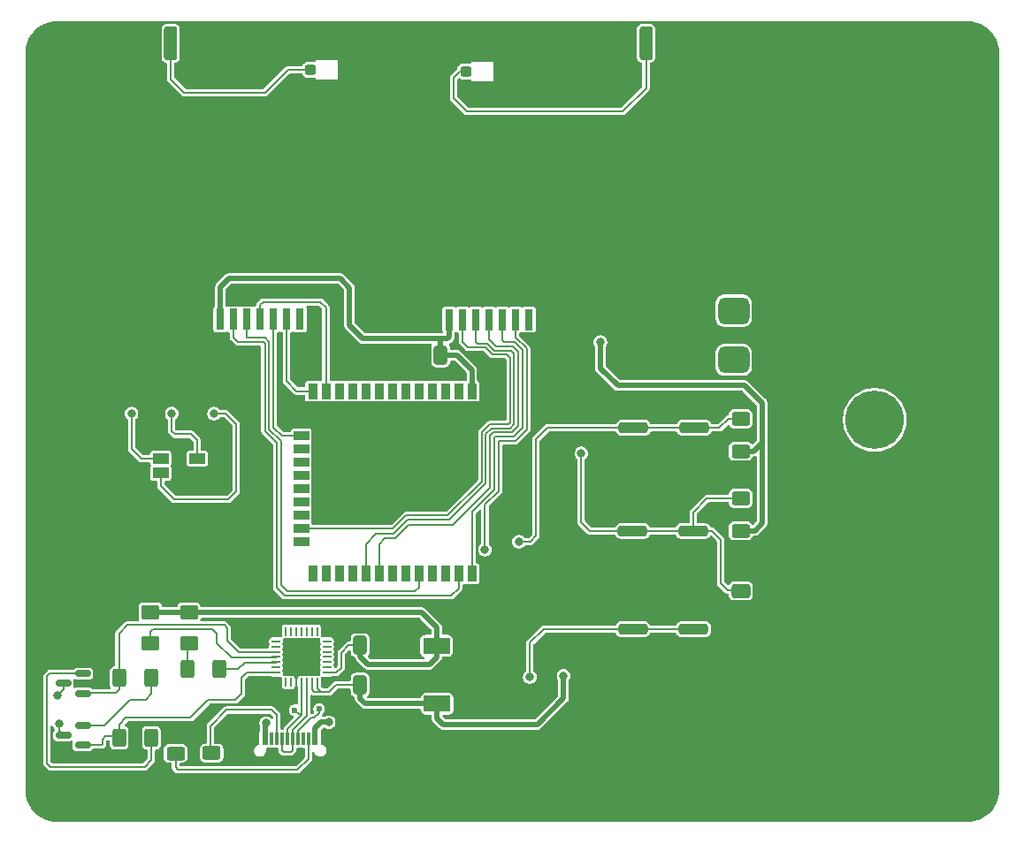
<source format=gbr>
%TF.GenerationSoftware,KiCad,Pcbnew,9.0.7*%
%TF.CreationDate,2026-01-28T06:25:16-03:00*%
%TF.ProjectId,jammerBT_v4,6a616d6d-6572-4425-945f-76342e6b6963,rev?*%
%TF.SameCoordinates,Original*%
%TF.FileFunction,Copper,L1,Top*%
%TF.FilePolarity,Positive*%
%FSLAX46Y46*%
G04 Gerber Fmt 4.6, Leading zero omitted, Abs format (unit mm)*
G04 Created by KiCad (PCBNEW 9.0.7) date 2026-01-28 06:25:16*
%MOMM*%
%LPD*%
G01*
G04 APERTURE LIST*
G04 Aperture macros list*
%AMRoundRect*
0 Rectangle with rounded corners*
0 $1 Rounding radius*
0 $2 $3 $4 $5 $6 $7 $8 $9 X,Y pos of 4 corners*
0 Add a 4 corners polygon primitive as box body*
4,1,4,$2,$3,$4,$5,$6,$7,$8,$9,$2,$3,0*
0 Add four circle primitives for the rounded corners*
1,1,$1+$1,$2,$3*
1,1,$1+$1,$4,$5*
1,1,$1+$1,$6,$7*
1,1,$1+$1,$8,$9*
0 Add four rect primitives between the rounded corners*
20,1,$1+$1,$2,$3,$4,$5,0*
20,1,$1+$1,$4,$5,$6,$7,0*
20,1,$1+$1,$6,$7,$8,$9,0*
20,1,$1+$1,$8,$9,$2,$3,0*%
G04 Aperture macros list end*
%TA.AperFunction,ComponentPad*%
%ADD10C,5.600000*%
%TD*%
%TA.AperFunction,SMDPad,CuDef*%
%ADD11RoundRect,0.250000X-0.625000X0.400000X-0.625000X-0.400000X0.625000X-0.400000X0.625000X0.400000X0*%
%TD*%
%TA.AperFunction,SMDPad,CuDef*%
%ADD12R,0.900000X1.500000*%
%TD*%
%TA.AperFunction,SMDPad,CuDef*%
%ADD13R,1.500000X0.900000*%
%TD*%
%TA.AperFunction,SMDPad,CuDef*%
%ADD14R,0.900000X0.900000*%
%TD*%
%TA.AperFunction,HeatsinkPad*%
%ADD15C,0.600000*%
%TD*%
%TA.AperFunction,HeatsinkPad*%
%ADD16R,3.800000X3.800000*%
%TD*%
%TA.AperFunction,SMDPad,CuDef*%
%ADD17RoundRect,0.250000X-1.050000X-0.550000X1.050000X-0.550000X1.050000X0.550000X-1.050000X0.550000X0*%
%TD*%
%TA.AperFunction,SMDPad,CuDef*%
%ADD18RoundRect,0.250000X-1.150000X-0.250000X1.150000X-0.250000X1.150000X0.250000X-1.150000X0.250000X0*%
%TD*%
%TA.AperFunction,SMDPad,CuDef*%
%ADD19RoundRect,0.250000X0.412500X0.650000X-0.412500X0.650000X-0.412500X-0.650000X0.412500X-0.650000X0*%
%TD*%
%TA.AperFunction,SMDPad,CuDef*%
%ADD20RoundRect,0.250000X0.385000X1.350000X-0.385000X1.350000X-0.385000X-1.350000X0.385000X-1.350000X0*%
%TD*%
%TA.AperFunction,SMDPad,CuDef*%
%ADD21RoundRect,0.250000X0.425000X1.600000X-0.425000X1.600000X-0.425000X-1.600000X0.425000X-1.600000X0*%
%TD*%
%TA.AperFunction,SMDPad,CuDef*%
%ADD22RoundRect,0.250000X0.400000X0.625000X-0.400000X0.625000X-0.400000X-0.625000X0.400000X-0.625000X0*%
%TD*%
%TA.AperFunction,SMDPad,CuDef*%
%ADD23RoundRect,0.250001X0.624999X-0.462499X0.624999X0.462499X-0.624999X0.462499X-0.624999X-0.462499X0*%
%TD*%
%TA.AperFunction,SMDPad,CuDef*%
%ADD24RoundRect,0.150000X0.587500X0.150000X-0.587500X0.150000X-0.587500X-0.150000X0.587500X-0.150000X0*%
%TD*%
%TA.AperFunction,SMDPad,CuDef*%
%ADD25R,0.800000X2.000000*%
%TD*%
%TA.AperFunction,SMDPad,CuDef*%
%ADD26R,3.000000X2.000000*%
%TD*%
%TA.AperFunction,SMDPad,CuDef*%
%ADD27RoundRect,0.250000X0.625000X-0.400000X0.625000X0.400000X-0.625000X0.400000X-0.625000X-0.400000X0*%
%TD*%
%TA.AperFunction,SMDPad,CuDef*%
%ADD28R,0.600000X1.240000*%
%TD*%
%TA.AperFunction,SMDPad,CuDef*%
%ADD29R,0.300000X1.240000*%
%TD*%
%TA.AperFunction,HeatsinkPad*%
%ADD30O,1.000000X2.100000*%
%TD*%
%TA.AperFunction,HeatsinkPad*%
%ADD31O,1.000000X1.800000*%
%TD*%
%TA.AperFunction,SMDPad,CuDef*%
%ADD32R,1.500000X1.000000*%
%TD*%
%TA.AperFunction,SMDPad,CuDef*%
%ADD33RoundRect,0.250000X-0.412500X-0.650000X0.412500X-0.650000X0.412500X0.650000X-0.412500X0.650000X0*%
%TD*%
%TA.AperFunction,SMDPad,CuDef*%
%ADD34RoundRect,0.250000X-0.275000X-0.250000X0.275000X-0.250000X0.275000X0.250000X-0.275000X0.250000X0*%
%TD*%
%TA.AperFunction,SMDPad,CuDef*%
%ADD35RoundRect,0.250000X-0.850000X-0.275000X0.850000X-0.275000X0.850000X0.275000X-0.850000X0.275000X0*%
%TD*%
%TA.AperFunction,SMDPad,CuDef*%
%ADD36RoundRect,0.250000X0.650000X-0.412500X0.650000X0.412500X-0.650000X0.412500X-0.650000X-0.412500X0*%
%TD*%
%TA.AperFunction,ComponentPad*%
%ADD37RoundRect,0.650000X0.850000X-0.650000X0.850000X0.650000X-0.850000X0.650000X-0.850000X-0.650000X0*%
%TD*%
%TA.AperFunction,SMDPad,CuDef*%
%ADD38RoundRect,0.062500X0.062500X-0.337500X0.062500X0.337500X-0.062500X0.337500X-0.062500X-0.337500X0*%
%TD*%
%TA.AperFunction,SMDPad,CuDef*%
%ADD39RoundRect,0.062500X0.337500X-0.062500X0.337500X0.062500X-0.337500X0.062500X-0.337500X-0.062500X0*%
%TD*%
%TA.AperFunction,HeatsinkPad*%
%ADD40C,0.500000*%
%TD*%
%TA.AperFunction,HeatsinkPad*%
%ADD41R,3.350000X3.350000*%
%TD*%
%TA.AperFunction,ViaPad*%
%ADD42C,0.800000*%
%TD*%
%TA.AperFunction,ViaPad*%
%ADD43C,0.600000*%
%TD*%
%TA.AperFunction,Conductor*%
%ADD44C,0.200000*%
%TD*%
%TA.AperFunction,Conductor*%
%ADD45C,0.500000*%
%TD*%
G04 APERTURE END LIST*
D10*
%TO.P,H1,1*%
%TO.N,N/C*%
X208080000Y-90020000D03*
%TD*%
D11*
%TO.P,R10,1*%
%TO.N,CC2*%
X141145000Y-121970000D03*
%TO.P,R10,2*%
%TO.N,GND*%
X141145000Y-125070000D03*
%TD*%
D12*
%TO.P,U4,1,GND*%
%TO.N,GND*%
X170780000Y-87260000D03*
%TO.P,U4,2,VDD*%
%TO.N,+3.3V*%
X169510000Y-87260000D03*
%TO.P,U4,3,EN*%
%TO.N,RESET*%
X168240000Y-87260000D03*
%TO.P,U4,4,SENSOR_VP*%
%TO.N,unconnected-(U4-SENSOR_VP-Pad4)*%
X166970000Y-87260000D03*
%TO.P,U4,5,SENSOR_VN*%
%TO.N,unconnected-(U4-SENSOR_VN-Pad5)*%
X165700000Y-87260000D03*
%TO.P,U4,6,IO34*%
%TO.N,MODO*%
X164430000Y-87260000D03*
%TO.P,U4,7,IO35*%
%TO.N,unconnected-(U4-IO35-Pad7)*%
X163160000Y-87260000D03*
%TO.P,U4,8,IO32*%
%TO.N,unconnected-(U4-IO32-Pad8)*%
X161890000Y-87260000D03*
%TO.P,U4,9,IO33*%
%TO.N,unconnected-(U4-IO33-Pad9)*%
X160620000Y-87260000D03*
%TO.P,U4,10,IO25*%
%TO.N,unconnected-(U4-IO25-Pad10)*%
X159350000Y-87260000D03*
%TO.P,U4,11,IO26*%
%TO.N,unconnected-(U4-IO26-Pad11)*%
X158080000Y-87260000D03*
%TO.P,U4,12,IO27*%
%TO.N,unconnected-(U4-IO27-Pad12)*%
X156810000Y-87260000D03*
%TO.P,U4,13,IO14*%
%TO.N,SCK 1*%
X155540000Y-87260000D03*
%TO.P,U4,14,IO12*%
%TO.N,MISO 1*%
X154270000Y-87260000D03*
D13*
%TO.P,U4,15,GND*%
%TO.N,GND*%
X153175000Y-90295000D03*
%TO.P,U4,16,IO13*%
%TO.N,MOSI 1*%
X153175000Y-91565000D03*
%TO.P,U4,17,SHD/SD2*%
%TO.N,unconnected-(U4-SHD{slash}SD2-Pad17)*%
X153175000Y-92835000D03*
%TO.P,U4,18,SWP/SD3*%
%TO.N,unconnected-(U4-SWP{slash}SD3-Pad18)*%
X153175000Y-94105000D03*
%TO.P,U4,19,SCS/CMD*%
%TO.N,unconnected-(U4-SCS{slash}CMD-Pad19)*%
X153175000Y-95375000D03*
%TO.P,U4,20,SCK/CLK*%
%TO.N,unconnected-(U4-SCK{slash}CLK-Pad20)*%
X153175000Y-96645000D03*
%TO.P,U4,21,SDO/SD0*%
%TO.N,unconnected-(U4-SDO{slash}SD0-Pad21)*%
X153175000Y-97915000D03*
%TO.P,U4,22,SDI/SD1*%
%TO.N,unconnected-(U4-SDI{slash}SD1-Pad22)*%
X153175000Y-99185000D03*
%TO.P,U4,23,IO15*%
%TO.N,CE 2*%
X153175000Y-100455000D03*
%TO.P,U4,24,IO2*%
%TO.N,B_LED*%
X153175000Y-101725000D03*
D12*
%TO.P,U4,25,IO0*%
%TO.N,GPIO0*%
X154270000Y-104760000D03*
%TO.P,U4,26,IO4*%
%TO.N,G_LED*%
X155540000Y-104760000D03*
%TO.P,U4,27,IO16*%
%TO.N,R_LED*%
X156810000Y-104760000D03*
%TO.P,U4,28,IO17*%
%TO.N,unconnected-(U4-IO17-Pad28)*%
X158080000Y-104760000D03*
%TO.P,U4,29,IO5*%
%TO.N,CSN 2*%
X159350000Y-104760000D03*
%TO.P,U4,30,IO18*%
%TO.N,SCK 2*%
X160620000Y-104760000D03*
%TO.P,U4,31,IO19*%
%TO.N,MISO 2*%
X161890000Y-104760000D03*
%TO.P,U4,32,NC*%
%TO.N,unconnected-(U4-NC-Pad32)*%
X163160000Y-104760000D03*
%TO.P,U4,33,IO21*%
%TO.N,CSN 1*%
X164430000Y-104760000D03*
%TO.P,U4,34,RXD0/IO3*%
%TO.N,RX_0*%
X165700000Y-104760000D03*
%TO.P,U4,35,TXD0/IO1*%
%TO.N,TX_0*%
X166970000Y-104760000D03*
%TO.P,U4,36,IO22*%
%TO.N,CE 1*%
X168240000Y-104760000D03*
%TO.P,U4,37,IO23*%
%TO.N,MOSI 2*%
X169510000Y-104760000D03*
%TO.P,U4,38,GND*%
%TO.N,GND*%
X170780000Y-104760000D03*
D14*
%TO.P,U4,39,GND*%
X164615000Y-93110000D03*
D15*
X163915000Y-93110000D03*
D14*
X163215000Y-93110000D03*
D15*
X162515000Y-93110000D03*
D14*
X161815000Y-93110000D03*
D15*
X164615000Y-93810000D03*
X163215000Y-93810000D03*
X161815000Y-93810000D03*
D14*
X164615000Y-94510000D03*
D15*
X163915000Y-94510000D03*
D14*
X163215000Y-94510000D03*
D16*
X163215000Y-94510000D03*
D15*
X162515000Y-94510000D03*
D14*
X161815000Y-94510000D03*
D15*
X164615000Y-95210000D03*
X163215000Y-95210000D03*
X161815000Y-95210000D03*
D14*
X164615000Y-95910000D03*
D15*
X163915000Y-95910000D03*
D14*
X163215000Y-95910000D03*
D15*
X162515000Y-95910000D03*
D14*
X161815000Y-95910000D03*
%TD*%
D17*
%TO.P,C9,1*%
%TO.N,+5V*%
X166125000Y-111670000D03*
%TO.P,C9,2*%
%TO.N,GND*%
X169725000Y-111670000D03*
%TD*%
D18*
%TO.P,SW2,1,1*%
%TO.N,MODO*%
X184925000Y-110070000D03*
X190725000Y-110070000D03*
%TO.P,SW2,2,2*%
%TO.N,GND*%
X184925000Y-114070000D03*
X190725000Y-114070000D03*
%TD*%
D19*
%TO.P,C6,1*%
%TO.N,+3.3V*%
X166522500Y-83820000D03*
%TO.P,C6,2*%
%TO.N,GND*%
X163397500Y-83820000D03*
%TD*%
D20*
%TO.P,J4,1,In*%
%TO.N,Net-(J2-In)*%
X140675000Y-53932500D03*
D21*
%TO.P,J4,2,Ext*%
%TO.N,GND*%
X137850000Y-54182500D03*
X143500000Y-54182500D03*
%TD*%
D22*
%TO.P,R12,1*%
%TO.N,Net-(Q2-B)*%
X138833750Y-114750000D03*
%TO.P,R12,2*%
%TO.N,RTS*%
X135733750Y-114750000D03*
%TD*%
D20*
%TO.P,J5,1,In*%
%TO.N,Net-(J3-In)*%
X186195000Y-53932500D03*
D21*
%TO.P,J5,2,Ext*%
%TO.N,GND*%
X183370000Y-54182500D03*
X189020000Y-54182500D03*
%TD*%
D18*
%TO.P,SW4,1,1*%
%TO.N,GPIO0*%
X184985000Y-90790000D03*
X190785000Y-90790000D03*
%TO.P,SW4,2,2*%
%TO.N,GND*%
X184985000Y-94790000D03*
X190785000Y-94790000D03*
%TD*%
D23*
%TO.P,D5,1,K*%
%TO.N,TX_0*%
X138735000Y-111447500D03*
%TO.P,D5,2,A*%
%TO.N,+5V*%
X138735000Y-108472500D03*
%TD*%
D24*
%TO.P,Q2,1,E*%
%TO.N,DTR*%
X132276250Y-121190000D03*
%TO.P,Q2,2,B*%
%TO.N,Net-(Q2-B)*%
X132276250Y-119290000D03*
%TO.P,Q2,3,C*%
%TO.N,GPIO0*%
X130401250Y-120240000D03*
%TD*%
D17*
%TO.P,C7,1*%
%TO.N,+3.3V*%
X166185000Y-117210000D03*
%TO.P,C7,2*%
%TO.N,GND*%
X169785000Y-117210000D03*
%TD*%
D25*
%TO.P,U5,1,3V3*%
%TO.N,+3.3V*%
X145422400Y-80380000D03*
%TO.P,U5,2,GND*%
%TO.N,GND*%
X154312400Y-80380000D03*
D26*
X157335000Y-69879900D03*
X142450600Y-67857800D03*
D25*
%TO.P,U5,3,CE*%
%TO.N,CE 1*%
X146692400Y-80380000D03*
%TO.P,U5,4,CSN*%
%TO.N,CSN 1*%
X147962400Y-80380000D03*
%TO.P,U5,5,SCK*%
%TO.N,SCK 1*%
X149232400Y-80380000D03*
%TO.P,U5,6,MOSI*%
%TO.N,MOSI 1*%
X150502400Y-80380000D03*
%TO.P,U5,7,MISO*%
%TO.N,MISO 1*%
X151772400Y-80380000D03*
%TO.P,U5,8,IRQ*%
%TO.N,unconnected-(U5-IRQ-Pad8)*%
X153042400Y-80380000D03*
%TD*%
D27*
%TO.P,R13,1*%
%TO.N,+3.3V*%
X195255000Y-100640000D03*
%TO.P,R13,2*%
%TO.N,RESET*%
X195255000Y-97540000D03*
%TD*%
D28*
%TO.P,J7,A1,GND*%
%TO.N,GND*%
X148915000Y-120585000D03*
%TO.P,J7,A4,VBUS*%
%TO.N,+5V*%
X149715000Y-120585000D03*
D29*
%TO.P,J7,A5,CC1*%
%TO.N,CC1*%
X150865000Y-120585000D03*
%TO.P,J7,A6,D+*%
%TO.N,D+*%
X151865000Y-120585000D03*
%TO.P,J7,A7,D-*%
%TO.N,D-*%
X152365000Y-120585000D03*
%TO.P,J7,A8,SBU1*%
%TO.N,unconnected-(J7-SBU1-PadA8)*%
X153365000Y-120585000D03*
D28*
%TO.P,J7,A9,VBUS*%
%TO.N,+5V*%
X154515000Y-120585000D03*
%TO.P,J7,A12,GND*%
%TO.N,GND*%
X155315000Y-120585000D03*
%TO.P,J7,B1,GND*%
X155315000Y-120585000D03*
%TO.P,J7,B4,VBUS*%
%TO.N,+5V*%
X154515000Y-120585000D03*
D29*
%TO.P,J7,B5,CC2*%
%TO.N,CC2*%
X153865000Y-120585000D03*
%TO.P,J7,B6,D+*%
%TO.N,D+*%
X152865000Y-120585000D03*
%TO.P,J7,B7,D-*%
%TO.N,D-*%
X151365000Y-120585000D03*
%TO.P,J7,B8,SBU2*%
%TO.N,unconnected-(J7-SBU2-PadB8)*%
X150365000Y-120585000D03*
D28*
%TO.P,J7,B9,VBUS*%
%TO.N,+5V*%
X149715000Y-120585000D03*
%TO.P,J7,B12,GND*%
%TO.N,GND*%
X148915000Y-120585000D03*
D30*
%TO.P,J7,S1,SHIELD*%
X147795000Y-121185000D03*
D31*
X147795000Y-125385000D03*
D30*
X156435000Y-121185000D03*
D31*
X156435000Y-125385000D03*
%TD*%
D25*
%TO.P,U2,1,3V3*%
%TO.N,+3.3V*%
X167334600Y-80406000D03*
%TO.P,U2,2,GND*%
%TO.N,GND*%
X176224600Y-80406000D03*
D26*
X179247200Y-69905900D03*
X164362800Y-67883800D03*
D25*
%TO.P,U2,3,CE*%
%TO.N,CE 2*%
X168604600Y-80406000D03*
%TO.P,U2,4,CSN*%
%TO.N,CSN 2*%
X169874600Y-80406000D03*
%TO.P,U2,5,SCK*%
%TO.N,SCK 2*%
X171144600Y-80406000D03*
%TO.P,U2,6,MOSI*%
%TO.N,MOSI 2*%
X172414600Y-80406000D03*
%TO.P,U2,7,MISO*%
%TO.N,MISO 2*%
X173684600Y-80406000D03*
%TO.P,U2,8,IRQ*%
%TO.N,unconnected-(U2-IRQ-Pad8)*%
X174954600Y-80406000D03*
%TD*%
D32*
%TO.P,D1,1,BA*%
%TO.N,Net-(D1-BA)*%
X139725000Y-93710000D03*
%TO.P,D1,2,GA*%
%TO.N,Net-(D1-GA)*%
X139725000Y-95110000D03*
%TO.P,D1,3,K*%
%TO.N,GND*%
X143225000Y-95110000D03*
%TO.P,D1,4,RA*%
%TO.N,Net-(D1-RA)*%
X143225000Y-93710000D03*
%TD*%
D24*
%TO.P,Q1,1,E*%
%TO.N,RTS*%
X132276250Y-116230000D03*
%TO.P,Q1,2,B*%
%TO.N,Net-(Q1-B)*%
X132276250Y-114330000D03*
%TO.P,Q1,3,C*%
%TO.N,RESET*%
X130401250Y-115280000D03*
%TD*%
D33*
%TO.P,C8,1*%
%TO.N,+3.3V*%
X158822500Y-115410000D03*
%TO.P,C8,2*%
%TO.N,GND*%
X161947500Y-115410000D03*
%TD*%
D22*
%TO.P,R11,1*%
%TO.N,Net-(Q1-B)*%
X138833750Y-120480000D03*
%TO.P,R11,2*%
%TO.N,DTR*%
X135733750Y-120480000D03*
%TD*%
D34*
%TO.P,J2,1,In*%
%TO.N,Net-(J2-In)*%
X154050000Y-56485000D03*
D35*
%TO.P,J2,2,Ext*%
%TO.N,GND*%
X155575000Y-55010000D03*
X155575000Y-57960000D03*
%TD*%
D27*
%TO.P,R14,1*%
%TO.N,+3.3V*%
X195255000Y-93020000D03*
%TO.P,R14,2*%
%TO.N,GPIO0*%
X195255000Y-89920000D03*
%TD*%
D18*
%TO.P,SW3,1,1*%
%TO.N,RESET*%
X184905000Y-100650000D03*
X190705000Y-100650000D03*
%TO.P,SW3,2,2*%
%TO.N,GND*%
X184905000Y-104650000D03*
X190705000Y-104650000D03*
%TD*%
D22*
%TO.P,R8,1*%
%TO.N,Net-(U3-TXD)*%
X145345000Y-113920000D03*
%TO.P,R8,2*%
%TO.N,RX_0*%
X142245000Y-113920000D03*
%TD*%
D36*
%TO.P,C1,1*%
%TO.N,RESET*%
X195275000Y-106402500D03*
%TO.P,C1,2*%
%TO.N,GND*%
X195275000Y-103277500D03*
%TD*%
D37*
%TO.P,SW1,1*%
%TO.N,+BATT*%
X194585000Y-84265000D03*
%TO.P,SW1,2*%
%TO.N,Net-(U6-BAT)*%
X194585000Y-79565000D03*
%TD*%
D34*
%TO.P,J3,1,In*%
%TO.N,Net-(J3-In)*%
X168915000Y-56630000D03*
D35*
%TO.P,J3,2,Ext*%
%TO.N,GND*%
X170440000Y-55155000D03*
X170440000Y-58105000D03*
%TD*%
D11*
%TO.P,R9,1*%
%TO.N,CC1*%
X144590000Y-121960000D03*
%TO.P,R9,2*%
%TO.N,GND*%
X144590000Y-125060000D03*
%TD*%
D38*
%TO.P,U3,1,~{DCD}*%
%TO.N,unconnected-(U3-~{DCD}-Pad1)*%
X151700000Y-115190000D03*
%TO.P,U3,2,~{RI}/CLK*%
%TO.N,unconnected-(U3-~{RI}{slash}CLK-Pad2)*%
X152200000Y-115190000D03*
%TO.P,U3,3,GND*%
%TO.N,GND*%
X152700000Y-115190000D03*
%TO.P,U3,4,D+*%
%TO.N,D+*%
X153200000Y-115190000D03*
%TO.P,U3,5,D-*%
%TO.N,D-*%
X153700000Y-115190000D03*
%TO.P,U3,6,VDD*%
%TO.N,+3.3V*%
X154200000Y-115190000D03*
%TO.P,U3,7,VREGIN*%
X154700000Y-115190000D03*
D39*
%TO.P,U3,8,VBUS*%
%TO.N,+5V*%
X155650000Y-114240000D03*
%TO.P,U3,9,~{RST}*%
%TO.N,unconnected-(U3-~{RST}-Pad9)*%
X155650000Y-113740000D03*
%TO.P,U3,10,NC*%
%TO.N,unconnected-(U3-NC-Pad10)*%
X155650000Y-113240000D03*
%TO.P,U3,11,~{SUSPEND}*%
%TO.N,unconnected-(U3-~{SUSPEND}-Pad11)*%
X155650000Y-112740000D03*
%TO.P,U3,12,SUSPEND*%
%TO.N,unconnected-(U3-SUSPEND-Pad12)*%
X155650000Y-112240000D03*
%TO.P,U3,13,CHREN*%
%TO.N,unconnected-(U3-CHREN-Pad13)*%
X155650000Y-111740000D03*
%TO.P,U3,14,CHR1*%
%TO.N,unconnected-(U3-CHR1-Pad14)*%
X155650000Y-111240000D03*
D38*
%TO.P,U3,15,CHR0*%
%TO.N,unconnected-(U3-CHR0-Pad15)*%
X154700000Y-110290000D03*
%TO.P,U3,16,~{WAKEUP}/GPIO.3*%
%TO.N,unconnected-(U3-~{WAKEUP}{slash}GPIO.3-Pad16)*%
X154200000Y-110290000D03*
%TO.P,U3,17,RS485/GPIO.2*%
%TO.N,unconnected-(U3-RS485{slash}GPIO.2-Pad17)*%
X153700000Y-110290000D03*
%TO.P,U3,18,~{RXT}/GPIO.1*%
%TO.N,unconnected-(U3-~{RXT}{slash}GPIO.1-Pad18)*%
X153200000Y-110290000D03*
%TO.P,U3,19,~{TXT}/GPIO.0*%
%TO.N,unconnected-(U3-~{TXT}{slash}GPIO.0-Pad19)*%
X152700000Y-110290000D03*
%TO.P,U3,20,GPIO.6*%
%TO.N,unconnected-(U3-GPIO.6-Pad20)*%
X152200000Y-110290000D03*
%TO.P,U3,21,GPIO.5*%
%TO.N,unconnected-(U3-GPIO.5-Pad21)*%
X151700000Y-110290000D03*
D39*
%TO.P,U3,22,GPIO.4*%
%TO.N,unconnected-(U3-GPIO.4-Pad22)*%
X150750000Y-111240000D03*
%TO.P,U3,23,~{CTS}*%
%TO.N,unconnected-(U3-~{CTS}-Pad23)*%
X150750000Y-111740000D03*
%TO.P,U3,24,~{RTS}*%
%TO.N,RTS*%
X150750000Y-112240000D03*
%TO.P,U3,25,RXD*%
%TO.N,TX_0*%
X150750000Y-112740000D03*
%TO.P,U3,26,TXD*%
%TO.N,Net-(U3-TXD)*%
X150750000Y-113240000D03*
%TO.P,U3,27,~{DSR}*%
%TO.N,unconnected-(U3-~{DSR}-Pad27)*%
X150750000Y-113740000D03*
%TO.P,U3,28,~{DTR}*%
%TO.N,DTR*%
X150750000Y-114240000D03*
D40*
%TO.P,U3,29,GND*%
%TO.N,GND*%
X152200000Y-113740000D03*
X153200000Y-113740000D03*
X154200000Y-113740000D03*
X152200000Y-112740000D03*
X153200000Y-112740000D03*
D41*
X153200000Y-112740000D03*
D40*
X154200000Y-112740000D03*
X152200000Y-111740000D03*
X153200000Y-111740000D03*
X154200000Y-111740000D03*
%TD*%
D23*
%TO.P,D4,1,K*%
%TO.N,RX_0*%
X142430000Y-111447500D03*
%TO.P,D4,2,A*%
%TO.N,+5V*%
X142430000Y-108472500D03*
%TD*%
D33*
%TO.P,C10,1*%
%TO.N,+5V*%
X158822500Y-111610000D03*
%TO.P,C10,2*%
%TO.N,GND*%
X161947500Y-111610000D03*
%TD*%
D42*
%TO.N,+5V*%
X155810000Y-118990000D03*
X166125000Y-111610000D03*
X149830000Y-119080000D03*
%TO.N,GND*%
X176224600Y-80406000D03*
X154312400Y-80380000D03*
X188390000Y-122010000D03*
X161947500Y-111610000D03*
X163397500Y-83820000D03*
%TO.N,+3.3V*%
X169510000Y-87260000D03*
X178285000Y-114525000D03*
X181810000Y-82570000D03*
%TO.N,Net-(D1-GA)*%
X144831800Y-89417200D03*
%TO.N,Net-(D1-BA)*%
X136931800Y-89417200D03*
%TO.N,Net-(D1-RA)*%
X140785000Y-89417200D03*
%TO.N,R_LED*%
X156810000Y-104760000D03*
%TO.N,G_LED*%
X155540000Y-104760000D03*
%TO.N,B_LED*%
X153175000Y-101725000D03*
%TO.N,MODO*%
X164430000Y-87260000D03*
X175060000Y-114650000D03*
%TO.N,MISO 2*%
X170765000Y-102450000D03*
X161890000Y-104760000D03*
%TO.N,RESET*%
X179990000Y-93240000D03*
X129830000Y-116430000D03*
X168240000Y-87260000D03*
%TO.N,RX_0*%
X142275000Y-111447500D03*
X165700000Y-104760000D03*
%TO.N,TX_0*%
X166970000Y-104760000D03*
X138735000Y-111447500D03*
D43*
%TO.N,D+*%
X152550000Y-117830000D03*
X154890000Y-117730000D03*
D42*
%TO.N,GPIO0*%
X129990000Y-119120000D03*
X154270000Y-104760000D03*
X174020000Y-101700000D03*
%TD*%
D44*
%TO.N,Net-(Q1-B)*%
X128810000Y-122910000D02*
X128810000Y-114600000D01*
X129170000Y-123270000D02*
X128810000Y-122910000D01*
X138200000Y-123270000D02*
X129170000Y-123270000D01*
X129080000Y-114330000D02*
X132276250Y-114330000D01*
X138833750Y-122636250D02*
X138200000Y-123270000D01*
X128810000Y-114600000D02*
X129080000Y-114330000D01*
X138833750Y-120480000D02*
X138833750Y-122636250D01*
D45*
%TO.N,+5V*%
X165465000Y-113440000D02*
X159565000Y-113440000D01*
X138735000Y-108472500D02*
X142430000Y-108472500D01*
X155088000Y-118990000D02*
X154515000Y-119563000D01*
X166125000Y-109870000D02*
X164745000Y-108490000D01*
X158822500Y-112697500D02*
X158822500Y-111610000D01*
D44*
X157725000Y-111610000D02*
X158822500Y-111610000D01*
D45*
X155810000Y-118990000D02*
X155088000Y-118990000D01*
D44*
X156545000Y-114240000D02*
X155650000Y-114240000D01*
D45*
X164745000Y-108490000D02*
X142645000Y-108490000D01*
X166125000Y-111670000D02*
X166125000Y-112780000D01*
X149715000Y-119195000D02*
X149715000Y-120585000D01*
X159565000Y-113440000D02*
X158822500Y-112697500D01*
X166125000Y-112780000D02*
X165465000Y-113440000D01*
D44*
X157002500Y-113782500D02*
X157002500Y-112332500D01*
D45*
X154515000Y-119563000D02*
X154515000Y-120585000D01*
X149830000Y-119080000D02*
X149715000Y-119195000D01*
D44*
X157002500Y-112332500D02*
X157725000Y-111610000D01*
X157002500Y-113782500D02*
X156545000Y-114240000D01*
D45*
X166125000Y-111610000D02*
X166125000Y-109870000D01*
%TO.N,+3.3V*%
X178285000Y-116705000D02*
X175800000Y-119190000D01*
X196470000Y-93020000D02*
X195255000Y-93020000D01*
D44*
X156500000Y-115410000D02*
X158822500Y-115410000D01*
X155570000Y-116060000D02*
X155030000Y-116060000D01*
D45*
X145422400Y-77297600D02*
X145422400Y-80380000D01*
X181810000Y-85060000D02*
X183480000Y-86730000D01*
D44*
X155030000Y-116060000D02*
X154700000Y-115730000D01*
D45*
X168075000Y-83820000D02*
X166522500Y-83820000D01*
X197300000Y-99950000D02*
X196610000Y-100640000D01*
X156900000Y-76470000D02*
X146250000Y-76470000D01*
X195640000Y-86730000D02*
X197300000Y-88390000D01*
X166510000Y-82240000D02*
X166510000Y-84337500D01*
X167360000Y-82050000D02*
X167170000Y-82240000D01*
X169510000Y-85255000D02*
X168075000Y-83820000D01*
X197300000Y-90960000D02*
X197300000Y-92190000D01*
X159060000Y-82240000D02*
X157810000Y-80990000D01*
X181810000Y-82570000D02*
X181810000Y-85060000D01*
X166750000Y-119190000D02*
X166185000Y-118625000D01*
X169510000Y-87260000D02*
X169510000Y-85255000D01*
X157810000Y-80990000D02*
X157810000Y-77380000D01*
D44*
X155570000Y-116060000D02*
X154390000Y-116060000D01*
D45*
X166185000Y-117210000D02*
X159305000Y-117210000D01*
D44*
X156500000Y-115410000D02*
X155850000Y-116060000D01*
D45*
X196610000Y-100640000D02*
X195255000Y-100640000D01*
X183480000Y-86730000D02*
X195640000Y-86730000D01*
X178285000Y-114525000D02*
X178285000Y-116705000D01*
D44*
X154390000Y-116060000D02*
X154200000Y-115870000D01*
X154700000Y-115730000D02*
X154700000Y-115190000D01*
D45*
X175800000Y-119190000D02*
X166750000Y-119190000D01*
D44*
X155850000Y-116060000D02*
X155570000Y-116060000D01*
D45*
X159305000Y-117210000D02*
X158822500Y-116727500D01*
X166185000Y-118625000D02*
X166185000Y-117210000D01*
X197300000Y-88390000D02*
X197300000Y-99950000D01*
X197300000Y-92190000D02*
X196470000Y-93020000D01*
X167170000Y-82240000D02*
X166510000Y-82240000D01*
X157810000Y-77380000D02*
X156900000Y-76470000D01*
X158822500Y-116727500D02*
X158822500Y-115410000D01*
X146250000Y-76470000D02*
X145422400Y-77297600D01*
X167360000Y-80431400D02*
X167360000Y-82050000D01*
D44*
X154200000Y-115870000D02*
X154200000Y-115190000D01*
D45*
X166510000Y-82240000D02*
X159060000Y-82240000D01*
D44*
%TO.N,Net-(D1-GA)*%
X146950000Y-90420000D02*
X146950000Y-96880000D01*
X139725000Y-96330000D02*
X139725000Y-95110000D01*
X144831800Y-89417200D02*
X145947200Y-89417200D01*
X146950000Y-96880000D02*
X146180000Y-97650000D01*
X146180000Y-97650000D02*
X141045000Y-97650000D01*
X145947200Y-89417200D02*
X146950000Y-90420000D01*
X141045000Y-97650000D02*
X139725000Y-96330000D01*
%TO.N,Net-(D1-BA)*%
X136931800Y-92796800D02*
X137845000Y-93710000D01*
X137845000Y-93710000D02*
X139725000Y-93710000D01*
X136931800Y-89417200D02*
X136931800Y-92796800D01*
%TO.N,Net-(D1-RA)*%
X140780000Y-89422200D02*
X140780000Y-91095000D01*
X140780000Y-91095000D02*
X141085000Y-91400000D01*
X140785000Y-89417200D02*
X140780000Y-89422200D01*
X141085000Y-91400000D02*
X142635000Y-91400000D01*
X143225000Y-91990000D02*
X143225000Y-93710000D01*
X142635000Y-91400000D02*
X143225000Y-91990000D01*
%TO.N,MODO*%
X190725000Y-110070000D02*
X184925000Y-110070000D01*
X175060000Y-111375000D02*
X175060000Y-114650000D01*
X176365000Y-110070000D02*
X175060000Y-111375000D01*
X184925000Y-110070000D02*
X176365000Y-110070000D01*
%TO.N,CE 2*%
X169151000Y-83091000D02*
X170806800Y-83091000D01*
X168604600Y-80406000D02*
X168604600Y-82544600D01*
X170806800Y-83091000D02*
X171478800Y-83763000D01*
X173020000Y-90420000D02*
X171260000Y-90420000D01*
X172844600Y-83763000D02*
X173160000Y-84078400D01*
X170449960Y-91230040D02*
X170449960Y-95918000D01*
X167209960Y-99158000D02*
X163210419Y-99158000D01*
X163210419Y-99158000D02*
X161913420Y-100455000D01*
X170449960Y-95918000D02*
X167209960Y-99158000D01*
X168604600Y-82544600D02*
X169151000Y-83091000D01*
X173160000Y-84078400D02*
X173160000Y-90280000D01*
X171260000Y-90420000D02*
X170449960Y-91230040D01*
X161913420Y-100455000D02*
X153175000Y-100455000D01*
X171478800Y-83763000D02*
X172844600Y-83763000D01*
X173160000Y-90280000D02*
X173020000Y-90420000D01*
%TO.N,SCK 2*%
X173406800Y-82961000D02*
X173962000Y-83516200D01*
X171251960Y-91562240D02*
X171251960Y-96533040D01*
X171592200Y-91222000D02*
X171251960Y-91562240D01*
X160620000Y-101910000D02*
X160620000Y-104760000D01*
X173962000Y-83516200D02*
X173962000Y-90612200D01*
X173962000Y-90612200D02*
X173352200Y-91222000D01*
X161173000Y-101357000D02*
X160620000Y-101910000D01*
X162145620Y-101357000D02*
X161173000Y-101357000D01*
X171144600Y-82294600D02*
X171811000Y-82961000D01*
X173352200Y-91222000D02*
X171592200Y-91222000D01*
X171144600Y-80406000D02*
X171144600Y-82294600D01*
X163442619Y-100060000D02*
X162145620Y-101357000D01*
X167725000Y-100060000D02*
X163442619Y-100060000D01*
X171811000Y-82961000D02*
X173406800Y-82961000D01*
X171251960Y-96533040D02*
X167725000Y-100060000D01*
%TO.N,CSN 2*%
X159350000Y-101965000D02*
X159350000Y-104760000D01*
X173240700Y-83362000D02*
X173561000Y-83682300D01*
X173186100Y-90821000D02*
X171426100Y-90821000D01*
X173561000Y-90446100D02*
X173186100Y-90821000D01*
X161979520Y-100956000D02*
X160359000Y-100956000D01*
X171426100Y-90821000D02*
X170850960Y-91396140D01*
X170972900Y-82690000D02*
X171644900Y-83362000D01*
X169874600Y-82544600D02*
X170020000Y-82690000D01*
X170850960Y-91396140D02*
X170850960Y-96084100D01*
X163376519Y-99559000D02*
X161979520Y-100956000D01*
X169874600Y-80406000D02*
X169874600Y-82544600D01*
X167376060Y-99559000D02*
X163376519Y-99559000D01*
X170020000Y-82690000D02*
X170972900Y-82690000D01*
X170850960Y-96084100D02*
X167376060Y-99559000D01*
X160359000Y-100956000D02*
X159350000Y-101965000D01*
X173561000Y-83682300D02*
X173561000Y-90446100D01*
X171644900Y-83362000D02*
X173240700Y-83362000D01*
%TO.N,MOSI 2*%
X171758300Y-91623000D02*
X171652960Y-91728340D01*
X173518300Y-91623000D02*
X171758300Y-91623000D01*
X172414600Y-82364600D02*
X172610000Y-82560000D01*
X171652960Y-91728340D02*
X171652960Y-96699140D01*
X171652960Y-96699140D02*
X169510000Y-98842100D01*
X169510000Y-98842100D02*
X169510000Y-104760000D01*
X174363000Y-90778300D02*
X173518300Y-91623000D01*
X172414600Y-80406000D02*
X172414600Y-82364600D01*
X172610000Y-82560000D02*
X173572900Y-82560000D01*
X173572900Y-82560000D02*
X174363000Y-83350100D01*
X174363000Y-83350100D02*
X174363000Y-90778300D01*
%TO.N,MISO 2*%
X174764000Y-90944400D02*
X174764000Y-83184000D01*
X173684400Y-92024000D02*
X174764000Y-90944400D01*
X174764000Y-83184000D02*
X173684600Y-82104600D01*
X172053960Y-92024000D02*
X173684400Y-92024000D01*
X170765000Y-98154200D02*
X172053960Y-96865240D01*
X170765000Y-102450000D02*
X170765000Y-98154200D01*
X173684600Y-82104600D02*
X173684600Y-80406000D01*
X172053960Y-96865240D02*
X172053960Y-92024000D01*
%TO.N,MISO 1*%
X151772400Y-80380000D02*
X151772400Y-86317400D01*
X152715000Y-87260000D02*
X154270000Y-87260000D01*
X151772400Y-86317400D02*
X152715000Y-87260000D01*
%TO.N,CE 1*%
X150830000Y-92209200D02*
X150830000Y-106113520D01*
X149563900Y-82571000D02*
X149700400Y-82707500D01*
X150830000Y-106113520D02*
X151596480Y-106880000D01*
X151596480Y-106880000D02*
X167525000Y-106880000D01*
X146692400Y-82142400D02*
X147121000Y-82571000D01*
X168240000Y-106165000D02*
X168240000Y-104760000D01*
X149700400Y-82707500D02*
X149700400Y-91079600D01*
X167525000Y-106880000D02*
X168240000Y-106165000D01*
X147121000Y-82571000D02*
X149563900Y-82571000D01*
X149700400Y-91079600D02*
X150830000Y-92209200D01*
X146692400Y-80380000D02*
X146692400Y-82142400D01*
%TO.N,CSN 1*%
X150101400Y-82541400D02*
X150101400Y-90913500D01*
X151231000Y-105806000D02*
X151865000Y-106440000D01*
X150101400Y-90913500D02*
X151231000Y-92043100D01*
X147962400Y-82152400D02*
X147980000Y-82170000D01*
X164430000Y-106065000D02*
X164430000Y-104760000D01*
X164055000Y-106440000D02*
X164430000Y-106065000D01*
X149730000Y-82170000D02*
X150101400Y-82541400D01*
X147980000Y-82170000D02*
X149730000Y-82170000D01*
X151231000Y-92043100D02*
X151231000Y-105806000D01*
X147962400Y-80380000D02*
X147962400Y-82152400D01*
X151865000Y-106440000D02*
X164055000Y-106440000D01*
%TO.N,MOSI 1*%
X150502400Y-90747400D02*
X151320000Y-91565000D01*
X151320000Y-91565000D02*
X153175000Y-91565000D01*
X150502400Y-80380000D02*
X150502400Y-90747400D01*
%TO.N,SCK 1*%
X149232400Y-79017600D02*
X149530000Y-78720000D01*
X155000000Y-78720000D02*
X155540000Y-79260000D01*
X155540000Y-79260000D02*
X155540000Y-87260000D01*
X149530000Y-78720000D02*
X155000000Y-78720000D01*
X149232400Y-80380000D02*
X149232400Y-79017600D01*
%TO.N,Net-(J2-In)*%
X149710000Y-58670000D02*
X151895000Y-56485000D01*
X151895000Y-56485000D02*
X154050000Y-56485000D01*
X140675000Y-53932500D02*
X140675000Y-57375000D01*
X141970000Y-58670000D02*
X149710000Y-58670000D01*
X140675000Y-57375000D02*
X141970000Y-58670000D01*
%TO.N,Net-(J3-In)*%
X183940000Y-60480000D02*
X169040000Y-60480000D01*
X168380000Y-56630000D02*
X168915000Y-56630000D01*
X167790000Y-57220000D02*
X168380000Y-56630000D01*
X169040000Y-60480000D02*
X167790000Y-59230000D01*
X186195000Y-58225000D02*
X183940000Y-60480000D01*
X167790000Y-59230000D02*
X167790000Y-57220000D01*
X186195000Y-53932500D02*
X186195000Y-58225000D01*
%TO.N,RESET*%
X195255000Y-97540000D02*
X192025000Y-97540000D01*
X179990000Y-99860000D02*
X180780000Y-100650000D01*
X195182500Y-106310000D02*
X193985000Y-106310000D01*
X130401250Y-115280000D02*
X130401250Y-115858750D01*
X180780000Y-100650000D02*
X184905000Y-100650000D01*
X179990000Y-93240000D02*
X179990000Y-99860000D01*
X190705000Y-100650000D02*
X184905000Y-100650000D01*
X193985000Y-106310000D02*
X193315000Y-105640000D01*
X192485000Y-100650000D02*
X190705000Y-100650000D01*
X130401250Y-115858750D02*
X129830000Y-116430000D01*
X190705000Y-98860000D02*
X190705000Y-100650000D01*
X192025000Y-97540000D02*
X190705000Y-98860000D01*
X193315000Y-105640000D02*
X193315000Y-101480000D01*
X193315000Y-101480000D02*
X192485000Y-100650000D01*
%TO.N,RX_0*%
X142275000Y-111447500D02*
X142275000Y-113890000D01*
%TO.N,TX_0*%
X144671000Y-110071000D02*
X145120000Y-110520000D01*
X145120000Y-110520000D02*
X145120000Y-111395000D01*
X138735000Y-111447500D02*
X138735000Y-110335000D01*
X138735000Y-110335000D02*
X138999000Y-110071000D01*
X145120000Y-111395000D02*
X146477500Y-112752500D01*
X138999000Y-110071000D02*
X144671000Y-110071000D01*
X146477500Y-112752500D02*
X150732500Y-112752500D01*
%TO.N,CC2*%
X141385000Y-123560000D02*
X141145000Y-123320000D01*
X153865000Y-120585000D02*
X153865000Y-122510000D01*
X141145000Y-123320000D02*
X141145000Y-121970000D01*
X153865000Y-122510000D02*
X152815000Y-123560000D01*
X152815000Y-123560000D02*
X141385000Y-123560000D01*
%TO.N,D-*%
X151365000Y-121710000D02*
X151365000Y-120585000D01*
X152365000Y-120585000D02*
X152365000Y-121650000D01*
X152365000Y-119713000D02*
X152365000Y-120585000D01*
X153695000Y-115215000D02*
X153695000Y-118383000D01*
X152165000Y-121850000D02*
X151505000Y-121850000D01*
X153695000Y-118383000D02*
X152365000Y-119713000D01*
X152365000Y-121650000D02*
X152165000Y-121850000D01*
X151505000Y-121850000D02*
X151365000Y-121710000D01*
%TO.N,D+*%
X153195000Y-118315900D02*
X151865000Y-119645900D01*
X152865000Y-119780100D02*
X152865000Y-120585000D01*
X152910000Y-118190000D02*
X153195000Y-118190000D01*
X154890000Y-118090000D02*
X154430900Y-118549100D01*
X154096000Y-118549100D02*
X152865000Y-119780100D01*
X151865000Y-119645900D02*
X151865000Y-120585000D01*
X153195000Y-118190000D02*
X153195000Y-118315900D01*
X154890000Y-117730000D02*
X154890000Y-118090000D01*
X152550000Y-117830000D02*
X152910000Y-118190000D01*
X153195000Y-115215000D02*
X153195000Y-118190000D01*
X154430900Y-118549100D02*
X154096000Y-118549100D01*
%TO.N,CC1*%
X150865000Y-118325000D02*
X150350000Y-117810000D01*
X150865000Y-120585000D02*
X150865000Y-118325000D01*
X150350000Y-117810000D02*
X146020000Y-117810000D01*
X144455000Y-119375000D02*
X144455000Y-121970000D01*
X146020000Y-117810000D02*
X144455000Y-119375000D01*
%TO.N,RTS*%
X147162500Y-112252500D02*
X146100000Y-111190000D01*
X146100000Y-111190000D02*
X146100000Y-109950000D01*
X135430000Y-116170000D02*
X132336250Y-116170000D01*
X150732500Y-112252500D02*
X147162500Y-112252500D01*
X136540000Y-109670000D02*
X135733750Y-110476250D01*
X135733750Y-114750000D02*
X135733750Y-115866250D01*
X146100000Y-109950000D02*
X145820000Y-109670000D01*
X135733750Y-110476250D02*
X135733750Y-114750000D01*
X135733750Y-115866250D02*
X135430000Y-116170000D01*
X145820000Y-109670000D02*
X136540000Y-109670000D01*
%TO.N,Net-(Q2-B)*%
X138833750Y-114750000D02*
X138833750Y-116256250D01*
X136800000Y-116810000D02*
X134320000Y-119290000D01*
X138280000Y-116810000D02*
X136800000Y-116810000D01*
X134320000Y-119290000D02*
X132276250Y-119290000D01*
X138833750Y-116256250D02*
X138280000Y-116810000D01*
%TO.N,DTR*%
X144260000Y-116850000D02*
X146870000Y-116850000D01*
X147450000Y-114740000D02*
X147950000Y-114240000D01*
X147950000Y-114240000D02*
X150750000Y-114240000D01*
X134073750Y-121190000D02*
X134163750Y-121100000D01*
X142540000Y-118570000D02*
X144260000Y-116850000D01*
X134430000Y-120350000D02*
X135733750Y-120350000D01*
X146870000Y-116850000D02*
X147450000Y-116270000D01*
X132276250Y-121190000D02*
X134073750Y-121190000D01*
X134163750Y-121100000D02*
X134163750Y-120616250D01*
X135733750Y-120350000D02*
X135733750Y-119226250D01*
X136390000Y-118570000D02*
X142540000Y-118570000D01*
X134163750Y-120616250D02*
X134430000Y-120350000D01*
X147450000Y-116270000D02*
X147450000Y-114740000D01*
X135733750Y-119226250D02*
X136390000Y-118570000D01*
%TO.N,GPIO0*%
X175100000Y-101700000D02*
X175670000Y-101130000D01*
X129990000Y-119120000D02*
X129990000Y-119828750D01*
X194065000Y-89920000D02*
X193195000Y-90790000D01*
X174020000Y-101700000D02*
X175100000Y-101700000D01*
X129990000Y-119828750D02*
X130401250Y-120240000D01*
X193195000Y-90790000D02*
X190785000Y-90790000D01*
X176740000Y-90790000D02*
X184985000Y-90790000D01*
X190785000Y-90790000D02*
X184985000Y-90790000D01*
X175670000Y-91860000D02*
X176740000Y-90790000D01*
X195255000Y-89920000D02*
X194065000Y-89920000D01*
X175670000Y-101130000D02*
X175670000Y-91860000D01*
%TO.N,Net-(U3-TXD)*%
X147090000Y-113920000D02*
X145345000Y-113920000D01*
X150732500Y-113252500D02*
X147757500Y-113252500D01*
X147757500Y-113252500D02*
X147090000Y-113920000D01*
%TD*%
%TA.AperFunction,Conductor*%
%TO.N,GND*%
G36*
X164553363Y-109010185D02*
G01*
X164574005Y-109026819D01*
X165588181Y-110040995D01*
X165621666Y-110102318D01*
X165624500Y-110128676D01*
X165624500Y-110495500D01*
X165604815Y-110562539D01*
X165552011Y-110608294D01*
X165500500Y-110619500D01*
X165027129Y-110619500D01*
X165027123Y-110619501D01*
X164967516Y-110625908D01*
X164832671Y-110676202D01*
X164832664Y-110676206D01*
X164717455Y-110762452D01*
X164717452Y-110762455D01*
X164631206Y-110877664D01*
X164631202Y-110877671D01*
X164580908Y-111012517D01*
X164577436Y-111044818D01*
X164574501Y-111072123D01*
X164574500Y-111072135D01*
X164574500Y-112267870D01*
X164574501Y-112267876D01*
X164580908Y-112327483D01*
X164631202Y-112462328D01*
X164631206Y-112462335D01*
X164717452Y-112577544D01*
X164717455Y-112577547D01*
X164832664Y-112663793D01*
X164832671Y-112663797D01*
X164927908Y-112699318D01*
X164983842Y-112741189D01*
X165008259Y-112806653D01*
X164993408Y-112874926D01*
X164944003Y-112924332D01*
X164884575Y-112939500D01*
X159823676Y-112939500D01*
X159794235Y-112930855D01*
X159764249Y-112924332D01*
X159759233Y-112920577D01*
X159756637Y-112919815D01*
X159735995Y-112903181D01*
X159607651Y-112774837D01*
X159574166Y-112713514D01*
X159579150Y-112643822D01*
X159596065Y-112612845D01*
X159609247Y-112595236D01*
X159678796Y-112502331D01*
X159729091Y-112367483D01*
X159735500Y-112307873D01*
X159735499Y-110912128D01*
X159729091Y-110852517D01*
X159727727Y-110848861D01*
X159678797Y-110717671D01*
X159678793Y-110717664D01*
X159592547Y-110602455D01*
X159592544Y-110602452D01*
X159477335Y-110516206D01*
X159477328Y-110516202D01*
X159342482Y-110465908D01*
X159342483Y-110465908D01*
X159282883Y-110459501D01*
X159282881Y-110459500D01*
X159282873Y-110459500D01*
X159282864Y-110459500D01*
X158362129Y-110459500D01*
X158362123Y-110459501D01*
X158302516Y-110465908D01*
X158167671Y-110516202D01*
X158167664Y-110516206D01*
X158052455Y-110602452D01*
X158052452Y-110602455D01*
X157966206Y-110717664D01*
X157966202Y-110717671D01*
X157915908Y-110852517D01*
X157909501Y-110912116D01*
X157909501Y-110912123D01*
X157909500Y-110912135D01*
X157909500Y-111135500D01*
X157889815Y-111202539D01*
X157837011Y-111248294D01*
X157785500Y-111259500D01*
X157678856Y-111259500D01*
X157589712Y-111283386D01*
X157589711Y-111283386D01*
X157589709Y-111283387D01*
X157589706Y-111283388D01*
X157509794Y-111329526D01*
X157509785Y-111329533D01*
X156722031Y-112117286D01*
X156722027Y-112117291D01*
X156713039Y-112132861D01*
X156708443Y-112140822D01*
X156701799Y-112152330D01*
X156675886Y-112197211D01*
X156652000Y-112286356D01*
X156652000Y-113585956D01*
X156643355Y-113615395D01*
X156636832Y-113645383D01*
X156633077Y-113650398D01*
X156632315Y-113652995D01*
X156615685Y-113673632D01*
X156562321Y-113726997D01*
X156512180Y-113777138D01*
X156450857Y-113810622D01*
X156381165Y-113805638D01*
X156325232Y-113763766D01*
X156300815Y-113698301D01*
X156300499Y-113689456D01*
X156300499Y-113640819D01*
X156294499Y-113595243D01*
X156294499Y-113595240D01*
X156269860Y-113542403D01*
X156259369Y-113473327D01*
X156269858Y-113437601D01*
X156294499Y-113384760D01*
X156300500Y-113339179D01*
X156300499Y-113140822D01*
X156294499Y-113095240D01*
X156269860Y-113042403D01*
X156259369Y-112973327D01*
X156269858Y-112937601D01*
X156294499Y-112884760D01*
X156300500Y-112839179D01*
X156300499Y-112640822D01*
X156294499Y-112595240D01*
X156269860Y-112542403D01*
X156259369Y-112473327D01*
X156269858Y-112437601D01*
X156294499Y-112384760D01*
X156300500Y-112339179D01*
X156300499Y-112140822D01*
X156294499Y-112095240D01*
X156269860Y-112042403D01*
X156266205Y-112018338D01*
X156258357Y-111995303D01*
X156261053Y-111984416D01*
X156259369Y-111973327D01*
X156269858Y-111937601D01*
X156294499Y-111884760D01*
X156300500Y-111839179D01*
X156300499Y-111640822D01*
X156294499Y-111595240D01*
X156269860Y-111542403D01*
X156259369Y-111473327D01*
X156269858Y-111437601D01*
X156294499Y-111384760D01*
X156300500Y-111339179D01*
X156300499Y-111140822D01*
X156299798Y-111135500D01*
X156294499Y-111095243D01*
X156294499Y-111095240D01*
X156247850Y-110995201D01*
X156169799Y-110917150D01*
X156069760Y-110870501D01*
X156069758Y-110870500D01*
X156024188Y-110864501D01*
X156024185Y-110864500D01*
X156024179Y-110864500D01*
X156024172Y-110864500D01*
X155275819Y-110864500D01*
X155230243Y-110870500D01*
X155221128Y-110873157D01*
X155220111Y-110869670D01*
X155168627Y-110877441D01*
X155104869Y-110848861D01*
X155066685Y-110790349D01*
X155066197Y-110720481D01*
X155066998Y-110718337D01*
X155069497Y-110709763D01*
X155069499Y-110709760D01*
X155075500Y-110664179D01*
X155075499Y-109915822D01*
X155069499Y-109870240D01*
X155022850Y-109770201D01*
X154944799Y-109692150D01*
X154844760Y-109645501D01*
X154844758Y-109645500D01*
X154799188Y-109639501D01*
X154799185Y-109639500D01*
X154799179Y-109639500D01*
X154799172Y-109639500D01*
X154600819Y-109639500D01*
X154555243Y-109645500D01*
X154555238Y-109645501D01*
X154502403Y-109670139D01*
X154433325Y-109680630D01*
X154397595Y-109670138D01*
X154344759Y-109645500D01*
X154299188Y-109639501D01*
X154299185Y-109639500D01*
X154299179Y-109639500D01*
X154299172Y-109639500D01*
X154100819Y-109639500D01*
X154055243Y-109645500D01*
X154055238Y-109645501D01*
X154002403Y-109670139D01*
X153933325Y-109680630D01*
X153897595Y-109670138D01*
X153844759Y-109645500D01*
X153799188Y-109639501D01*
X153799185Y-109639500D01*
X153799179Y-109639500D01*
X153799172Y-109639500D01*
X153600819Y-109639500D01*
X153555243Y-109645500D01*
X153555238Y-109645501D01*
X153502403Y-109670139D01*
X153433325Y-109680630D01*
X153397595Y-109670138D01*
X153344759Y-109645500D01*
X153299188Y-109639501D01*
X153299185Y-109639500D01*
X153299179Y-109639500D01*
X153299172Y-109639500D01*
X153100819Y-109639500D01*
X153055243Y-109645500D01*
X153055238Y-109645501D01*
X153002403Y-109670139D01*
X152933325Y-109680630D01*
X152897595Y-109670138D01*
X152844759Y-109645500D01*
X152799188Y-109639501D01*
X152799185Y-109639500D01*
X152799179Y-109639500D01*
X152799172Y-109639500D01*
X152600819Y-109639500D01*
X152555243Y-109645500D01*
X152555238Y-109645501D01*
X152502403Y-109670139D01*
X152433325Y-109680630D01*
X152397595Y-109670138D01*
X152344759Y-109645500D01*
X152299188Y-109639501D01*
X152299185Y-109639500D01*
X152299179Y-109639500D01*
X152299172Y-109639500D01*
X152100819Y-109639500D01*
X152055243Y-109645500D01*
X152055238Y-109645501D01*
X152002403Y-109670139D01*
X151933325Y-109680630D01*
X151897595Y-109670138D01*
X151844759Y-109645500D01*
X151799188Y-109639501D01*
X151799185Y-109639500D01*
X151799179Y-109639500D01*
X151799172Y-109639500D01*
X151600819Y-109639500D01*
X151555243Y-109645500D01*
X151555236Y-109645502D01*
X151455200Y-109692150D01*
X151377150Y-109770200D01*
X151330500Y-109870241D01*
X151324501Y-109915811D01*
X151324500Y-109915827D01*
X151324500Y-110664180D01*
X151330500Y-110709756D01*
X151333157Y-110718872D01*
X151329665Y-110719889D01*
X151337448Y-110771326D01*
X151308892Y-110835094D01*
X151250393Y-110873301D01*
X151180526Y-110873815D01*
X151178379Y-110873013D01*
X151169758Y-110870500D01*
X151124188Y-110864501D01*
X151124185Y-110864500D01*
X151124179Y-110864500D01*
X151124172Y-110864500D01*
X150375819Y-110864500D01*
X150330243Y-110870500D01*
X150330236Y-110870502D01*
X150230200Y-110917150D01*
X150152150Y-110995200D01*
X150105500Y-111095241D01*
X150099501Y-111140811D01*
X150099500Y-111140827D01*
X150099500Y-111339180D01*
X150105500Y-111384756D01*
X150105503Y-111384766D01*
X150130138Y-111437596D01*
X150140630Y-111506673D01*
X150130139Y-111542404D01*
X150105500Y-111595243D01*
X150099501Y-111640811D01*
X150099500Y-111640827D01*
X150099501Y-111777999D01*
X150079817Y-111845039D01*
X150027013Y-111890794D01*
X149975501Y-111902000D01*
X147359044Y-111902000D01*
X147292005Y-111882315D01*
X147271363Y-111865681D01*
X146486819Y-111081137D01*
X146453334Y-111019814D01*
X146450500Y-110993456D01*
X146450500Y-109903858D01*
X146450500Y-109903856D01*
X146426614Y-109814712D01*
X146426613Y-109814711D01*
X146426613Y-109814709D01*
X146412654Y-109790533D01*
X146412652Y-109790530D01*
X146380470Y-109734788D01*
X146035212Y-109389530D01*
X146035211Y-109389529D01*
X146035208Y-109389527D01*
X145955290Y-109343387D01*
X145955289Y-109343386D01*
X145955288Y-109343386D01*
X145866144Y-109319500D01*
X145866143Y-109319500D01*
X143624364Y-109319500D01*
X143594924Y-109310855D01*
X143564939Y-109304333D01*
X143561707Y-109301101D01*
X143557325Y-109299815D01*
X143537236Y-109276631D01*
X143515533Y-109254929D01*
X143514561Y-109250463D01*
X143511570Y-109247011D01*
X143507202Y-109216639D01*
X143500680Y-109186656D01*
X143502011Y-109180534D01*
X143501626Y-109177853D01*
X143508182Y-109152168D01*
X143538392Y-109071168D01*
X143580262Y-109015234D01*
X143645726Y-108990816D01*
X143654574Y-108990500D01*
X164486324Y-108990500D01*
X164553363Y-109010185D01*
G37*
%TD.AperFunction*%
%TA.AperFunction,Conductor*%
G36*
X151144883Y-81552065D02*
G01*
X151154835Y-81550617D01*
X151178011Y-81561152D01*
X151202567Y-81567889D01*
X151206248Y-81570255D01*
X151274660Y-81615966D01*
X151325515Y-81626082D01*
X151328897Y-81626955D01*
X151356009Y-81643142D01*
X151384002Y-81657785D01*
X151385788Y-81660922D01*
X151388888Y-81662773D01*
X151402948Y-81691057D01*
X151418576Y-81718501D01*
X151419183Y-81723716D01*
X151419990Y-81725338D01*
X151419689Y-81728058D01*
X151421900Y-81747018D01*
X151421900Y-86363544D01*
X151437747Y-86422686D01*
X151445786Y-86452688D01*
X151445787Y-86452690D01*
X151491927Y-86532608D01*
X151491929Y-86532611D01*
X151491930Y-86532612D01*
X152499788Y-87540470D01*
X152579712Y-87586614D01*
X152668856Y-87610500D01*
X152668857Y-87610500D01*
X152761144Y-87610500D01*
X153445500Y-87610500D01*
X153512539Y-87630185D01*
X153558294Y-87682989D01*
X153569500Y-87734500D01*
X153569500Y-88034678D01*
X153584032Y-88107735D01*
X153584033Y-88107739D01*
X153584034Y-88107740D01*
X153639399Y-88190601D01*
X153722259Y-88245965D01*
X153722260Y-88245966D01*
X153722264Y-88245967D01*
X153795321Y-88260499D01*
X153795324Y-88260500D01*
X153795326Y-88260500D01*
X154744676Y-88260500D01*
X154744677Y-88260499D01*
X154817740Y-88245966D01*
X154836110Y-88233691D01*
X154902786Y-88212814D01*
X154970166Y-88231298D01*
X154973873Y-88233680D01*
X154992260Y-88245966D01*
X154992262Y-88245966D01*
X154992264Y-88245967D01*
X155065321Y-88260499D01*
X155065324Y-88260500D01*
X155065326Y-88260500D01*
X156014676Y-88260500D01*
X156014677Y-88260499D01*
X156087740Y-88245966D01*
X156106110Y-88233691D01*
X156172786Y-88212814D01*
X156240166Y-88231298D01*
X156243873Y-88233680D01*
X156262260Y-88245966D01*
X156262262Y-88245966D01*
X156262264Y-88245967D01*
X156335321Y-88260499D01*
X156335324Y-88260500D01*
X156335326Y-88260500D01*
X157284676Y-88260500D01*
X157284677Y-88260499D01*
X157357740Y-88245966D01*
X157376110Y-88233691D01*
X157442786Y-88212814D01*
X157510166Y-88231298D01*
X157513873Y-88233680D01*
X157532260Y-88245966D01*
X157532262Y-88245966D01*
X157532264Y-88245967D01*
X157605321Y-88260499D01*
X157605324Y-88260500D01*
X157605326Y-88260500D01*
X158554676Y-88260500D01*
X158554677Y-88260499D01*
X158627740Y-88245966D01*
X158646110Y-88233691D01*
X158712786Y-88212814D01*
X158780166Y-88231298D01*
X158783873Y-88233680D01*
X158802260Y-88245966D01*
X158802262Y-88245966D01*
X158802264Y-88245967D01*
X158875321Y-88260499D01*
X158875324Y-88260500D01*
X158875326Y-88260500D01*
X159824676Y-88260500D01*
X159824677Y-88260499D01*
X159897740Y-88245966D01*
X159916110Y-88233691D01*
X159982786Y-88212814D01*
X160050166Y-88231298D01*
X160053873Y-88233680D01*
X160072260Y-88245966D01*
X160072262Y-88245966D01*
X160072264Y-88245967D01*
X160145321Y-88260499D01*
X160145324Y-88260500D01*
X160145326Y-88260500D01*
X161094676Y-88260500D01*
X161094677Y-88260499D01*
X161167740Y-88245966D01*
X161186110Y-88233691D01*
X161252786Y-88212814D01*
X161320166Y-88231298D01*
X161323873Y-88233680D01*
X161342260Y-88245966D01*
X161342262Y-88245966D01*
X161342264Y-88245967D01*
X161415321Y-88260499D01*
X161415324Y-88260500D01*
X161415326Y-88260500D01*
X162364676Y-88260500D01*
X162364677Y-88260499D01*
X162437740Y-88245966D01*
X162456110Y-88233691D01*
X162522786Y-88212814D01*
X162590166Y-88231298D01*
X162593873Y-88233680D01*
X162612260Y-88245966D01*
X162612262Y-88245966D01*
X162612264Y-88245967D01*
X162685321Y-88260499D01*
X162685324Y-88260500D01*
X162685326Y-88260500D01*
X163634676Y-88260500D01*
X163634677Y-88260499D01*
X163707740Y-88245966D01*
X163726110Y-88233691D01*
X163792786Y-88212814D01*
X163860166Y-88231298D01*
X163863873Y-88233680D01*
X163882260Y-88245966D01*
X163882262Y-88245966D01*
X163882264Y-88245967D01*
X163955321Y-88260499D01*
X163955324Y-88260500D01*
X163955326Y-88260500D01*
X164904676Y-88260500D01*
X164904677Y-88260499D01*
X164977740Y-88245966D01*
X164996110Y-88233691D01*
X165062786Y-88212814D01*
X165130166Y-88231298D01*
X165133873Y-88233680D01*
X165152260Y-88245966D01*
X165152262Y-88245966D01*
X165152264Y-88245967D01*
X165225321Y-88260499D01*
X165225324Y-88260500D01*
X165225326Y-88260500D01*
X166174676Y-88260500D01*
X166174677Y-88260499D01*
X166247740Y-88245966D01*
X166266110Y-88233691D01*
X166332786Y-88212814D01*
X166400166Y-88231298D01*
X166403873Y-88233680D01*
X166422260Y-88245966D01*
X166422262Y-88245966D01*
X166422264Y-88245967D01*
X166495321Y-88260499D01*
X166495324Y-88260500D01*
X166495326Y-88260500D01*
X167444676Y-88260500D01*
X167444677Y-88260499D01*
X167517740Y-88245966D01*
X167536110Y-88233691D01*
X167602786Y-88212814D01*
X167670166Y-88231298D01*
X167673873Y-88233680D01*
X167692260Y-88245966D01*
X167692262Y-88245966D01*
X167692264Y-88245967D01*
X167765321Y-88260499D01*
X167765324Y-88260500D01*
X167765326Y-88260500D01*
X168714676Y-88260500D01*
X168714677Y-88260499D01*
X168787740Y-88245966D01*
X168806110Y-88233691D01*
X168872786Y-88212814D01*
X168940166Y-88231298D01*
X168943873Y-88233680D01*
X168962260Y-88245966D01*
X168962262Y-88245966D01*
X168962264Y-88245967D01*
X169035321Y-88260499D01*
X169035324Y-88260500D01*
X169035326Y-88260500D01*
X169984676Y-88260500D01*
X169984677Y-88260499D01*
X170057740Y-88245966D01*
X170140601Y-88190601D01*
X170195966Y-88107740D01*
X170210500Y-88034674D01*
X170210500Y-86485326D01*
X170210500Y-86485323D01*
X170210499Y-86485321D01*
X170195967Y-86412264D01*
X170195966Y-86412260D01*
X170140601Y-86329399D01*
X170140600Y-86329398D01*
X170065609Y-86279291D01*
X170020804Y-86225679D01*
X170010500Y-86176189D01*
X170010500Y-85189109D01*
X170010500Y-85189108D01*
X170004174Y-85165500D01*
X169976392Y-85061814D01*
X169928013Y-84978020D01*
X169910500Y-84947686D01*
X169817314Y-84854500D01*
X168382314Y-83419500D01*
X168299129Y-83371473D01*
X168268187Y-83353608D01*
X168204539Y-83336554D01*
X168140892Y-83319500D01*
X168140891Y-83319500D01*
X167559499Y-83319500D01*
X167492460Y-83299815D01*
X167446705Y-83247011D01*
X167435499Y-83195500D01*
X167435499Y-83122129D01*
X167435498Y-83122123D01*
X167435497Y-83122116D01*
X167429091Y-83062517D01*
X167418497Y-83034114D01*
X167378797Y-82927671D01*
X167378793Y-82927664D01*
X167342152Y-82878718D01*
X167317734Y-82813254D01*
X167332585Y-82744981D01*
X167379417Y-82697020D01*
X167477314Y-82640500D01*
X167760500Y-82357314D01*
X167826392Y-82243186D01*
X167860500Y-82115892D01*
X167860500Y-81984107D01*
X167860500Y-81709341D01*
X167880185Y-81642302D01*
X167932989Y-81596547D01*
X168002147Y-81586603D01*
X168034186Y-81595731D01*
X168044251Y-81600133D01*
X168106860Y-81641966D01*
X168167472Y-81654022D01*
X168179786Y-81659408D01*
X168196670Y-81673568D01*
X168216202Y-81683785D01*
X168222920Y-81695583D01*
X168233321Y-81704306D01*
X168239870Y-81725349D01*
X168250776Y-81744501D01*
X168253737Y-81769904D01*
X168254084Y-81771019D01*
X168253931Y-81771571D01*
X168254100Y-81773018D01*
X168254100Y-82590744D01*
X168267433Y-82640501D01*
X168275203Y-82669500D01*
X168275204Y-82669505D01*
X168277985Y-82679888D01*
X168324127Y-82759808D01*
X168324129Y-82759811D01*
X168324130Y-82759812D01*
X168870531Y-83306212D01*
X168935788Y-83371469D01*
X168935791Y-83371470D01*
X168935794Y-83371473D01*
X169015706Y-83417611D01*
X169015707Y-83417611D01*
X169015712Y-83417614D01*
X169104856Y-83441500D01*
X170610256Y-83441500D01*
X170677295Y-83461185D01*
X170697937Y-83477819D01*
X171263588Y-84043470D01*
X171343512Y-84089614D01*
X171432656Y-84113500D01*
X171432657Y-84113500D01*
X171524944Y-84113500D01*
X172648056Y-84113500D01*
X172677496Y-84122144D01*
X172707483Y-84128668D01*
X172712498Y-84132422D01*
X172715095Y-84133185D01*
X172735737Y-84149819D01*
X172773181Y-84187263D01*
X172806666Y-84248586D01*
X172809500Y-84274944D01*
X172809500Y-89945500D01*
X172789815Y-90012539D01*
X172737011Y-90058294D01*
X172685500Y-90069500D01*
X171213856Y-90069500D01*
X171124712Y-90093386D01*
X171124709Y-90093387D01*
X171044791Y-90139527D01*
X171044786Y-90139531D01*
X170169491Y-91014826D01*
X170169487Y-91014831D01*
X170137366Y-91070468D01*
X170137366Y-91070469D01*
X170123346Y-91094750D01*
X170099460Y-91183896D01*
X170099460Y-95721456D01*
X170079775Y-95788495D01*
X170063141Y-95809137D01*
X167101097Y-98771181D01*
X167039774Y-98804666D01*
X167013416Y-98807500D01*
X163164275Y-98807500D01*
X163075131Y-98831386D01*
X163075130Y-98831386D01*
X163075128Y-98831387D01*
X163075125Y-98831388D01*
X162995213Y-98877526D01*
X162995204Y-98877533D01*
X161804557Y-100068181D01*
X161743234Y-100101666D01*
X161716876Y-100104500D01*
X154299500Y-100104500D01*
X154232461Y-100084815D01*
X154186706Y-100032011D01*
X154180639Y-100015829D01*
X154175500Y-99998539D01*
X154175500Y-99980326D01*
X154160966Y-99907260D01*
X154138274Y-99873298D01*
X154132933Y-99855329D01*
X154132876Y-99838383D01*
X154127814Y-99822214D01*
X154132763Y-99804170D01*
X154132702Y-99785460D01*
X154141815Y-99771175D01*
X154146298Y-99754834D01*
X154148692Y-99751109D01*
X154160966Y-99732740D01*
X154175500Y-99659674D01*
X154175500Y-98710326D01*
X154175500Y-98710323D01*
X154175499Y-98710321D01*
X154160967Y-98637264D01*
X154160966Y-98637261D01*
X154160966Y-98637260D01*
X154148691Y-98618889D01*
X154127814Y-98552214D01*
X154146298Y-98484834D01*
X154148692Y-98481109D01*
X154160966Y-98462740D01*
X154175500Y-98389674D01*
X154175500Y-97440326D01*
X154175500Y-97440323D01*
X154175499Y-97440321D01*
X154160967Y-97367264D01*
X154160966Y-97367261D01*
X154160966Y-97367260D01*
X154148691Y-97348889D01*
X154127814Y-97282214D01*
X154146298Y-97214834D01*
X154148692Y-97211109D01*
X154160966Y-97192740D01*
X154175500Y-97119674D01*
X154175500Y-96170326D01*
X154175500Y-96170323D01*
X154175499Y-96170321D01*
X154160967Y-96097264D01*
X154160966Y-96097261D01*
X154160966Y-96097260D01*
X154148691Y-96078889D01*
X154127814Y-96012214D01*
X154146298Y-95944834D01*
X154148692Y-95941109D01*
X154160966Y-95922740D01*
X154175500Y-95849674D01*
X154175500Y-94900326D01*
X154175500Y-94900323D01*
X154175499Y-94900321D01*
X154160967Y-94827264D01*
X154160966Y-94827261D01*
X154160966Y-94827260D01*
X154148691Y-94808889D01*
X154127814Y-94742214D01*
X154146298Y-94674834D01*
X154148692Y-94671109D01*
X154160966Y-94652740D01*
X154175500Y-94579674D01*
X154175500Y-93630326D01*
X154175500Y-93630323D01*
X154175499Y-93630321D01*
X154160967Y-93557264D01*
X154160966Y-93557261D01*
X154160966Y-93557260D01*
X154148691Y-93538889D01*
X154127814Y-93472214D01*
X154146298Y-93404834D01*
X154148692Y-93401109D01*
X154160966Y-93382740D01*
X154175500Y-93309674D01*
X154175500Y-92360326D01*
X154175500Y-92360323D01*
X154175499Y-92360321D01*
X154160967Y-92287264D01*
X154160966Y-92287261D01*
X154160966Y-92287260D01*
X154148691Y-92268889D01*
X154127814Y-92202214D01*
X154146298Y-92134834D01*
X154148692Y-92131109D01*
X154160966Y-92112740D01*
X154175500Y-92039674D01*
X154175500Y-91090326D01*
X154175500Y-91090323D01*
X154175499Y-91090321D01*
X154160967Y-91017264D01*
X154160966Y-91017260D01*
X154159340Y-91014826D01*
X154105601Y-90934399D01*
X154022740Y-90879034D01*
X154022739Y-90879033D01*
X154022735Y-90879032D01*
X153949677Y-90864500D01*
X153949674Y-90864500D01*
X152400326Y-90864500D01*
X152400323Y-90864500D01*
X152327264Y-90879032D01*
X152327260Y-90879033D01*
X152244399Y-90934399D01*
X152189033Y-91017260D01*
X152189032Y-91017264D01*
X152174500Y-91090321D01*
X152174500Y-91090500D01*
X152174473Y-91090589D01*
X152173903Y-91096386D01*
X152172803Y-91096277D01*
X152154815Y-91157539D01*
X152102011Y-91203294D01*
X152050500Y-91214500D01*
X151516544Y-91214500D01*
X151449505Y-91194815D01*
X151428863Y-91178181D01*
X150889219Y-90638537D01*
X150855734Y-90577214D01*
X150852900Y-90550856D01*
X150852900Y-81747018D01*
X150872585Y-81679979D01*
X150925194Y-81634313D01*
X150938428Y-81628241D01*
X151000140Y-81615966D01*
X151076723Y-81564795D01*
X151085694Y-81560680D01*
X151110888Y-81557013D01*
X151135186Y-81549405D01*
X151144883Y-81552065D01*
G37*
%TD.AperFunction*%
%TA.AperFunction,Conductor*%
G36*
X154870495Y-79090185D02*
G01*
X154891137Y-79106819D01*
X155153181Y-79368862D01*
X155186666Y-79430185D01*
X155189500Y-79456543D01*
X155189500Y-86135500D01*
X155169815Y-86202539D01*
X155117011Y-86248294D01*
X155071320Y-86258233D01*
X155071386Y-86258903D01*
X155065645Y-86259468D01*
X155065500Y-86259500D01*
X155065323Y-86259500D01*
X154992264Y-86274032D01*
X154992261Y-86274033D01*
X154973889Y-86286309D01*
X154907211Y-86307185D01*
X154839831Y-86288699D01*
X154836111Y-86286309D01*
X154825612Y-86279294D01*
X154817740Y-86274034D01*
X154817739Y-86274033D01*
X154817738Y-86274033D01*
X154817735Y-86274032D01*
X154744677Y-86259500D01*
X154744674Y-86259500D01*
X153795326Y-86259500D01*
X153795323Y-86259500D01*
X153722264Y-86274032D01*
X153722260Y-86274033D01*
X153639399Y-86329399D01*
X153584033Y-86412260D01*
X153584032Y-86412264D01*
X153569500Y-86485321D01*
X153569500Y-86785500D01*
X153549815Y-86852539D01*
X153497011Y-86898294D01*
X153445500Y-86909500D01*
X152911544Y-86909500D01*
X152844505Y-86889815D01*
X152823863Y-86873181D01*
X152159219Y-86208537D01*
X152125734Y-86147214D01*
X152122900Y-86120856D01*
X152122900Y-81747018D01*
X152142585Y-81679979D01*
X152195194Y-81634313D01*
X152208428Y-81628241D01*
X152270140Y-81615966D01*
X152346723Y-81564795D01*
X152355694Y-81560680D01*
X152380888Y-81557013D01*
X152405186Y-81549405D01*
X152414883Y-81552065D01*
X152424835Y-81550617D01*
X152448011Y-81561152D01*
X152472567Y-81567889D01*
X152476248Y-81570255D01*
X152544660Y-81615966D01*
X152544662Y-81615966D01*
X152544664Y-81615967D01*
X152617721Y-81630499D01*
X152617724Y-81630500D01*
X152617726Y-81630500D01*
X153467076Y-81630500D01*
X153467077Y-81630499D01*
X153540140Y-81615966D01*
X153623001Y-81560601D01*
X153678366Y-81477740D01*
X153692900Y-81404674D01*
X153692900Y-79355326D01*
X153692900Y-79355323D01*
X153692899Y-79355321D01*
X153678367Y-79282264D01*
X153678366Y-79282262D01*
X153678366Y-79282260D01*
X153665757Y-79263390D01*
X153644880Y-79196714D01*
X153663364Y-79129333D01*
X153715343Y-79082643D01*
X153768860Y-79070500D01*
X154803456Y-79070500D01*
X154870495Y-79090185D01*
G37*
%TD.AperFunction*%
%TA.AperFunction,Conductor*%
G36*
X156708363Y-76990185D02*
G01*
X156729005Y-77006819D01*
X157273181Y-77550995D01*
X157306666Y-77612318D01*
X157309500Y-77638676D01*
X157309500Y-80924108D01*
X157309500Y-81055892D01*
X157325472Y-81115500D01*
X157343608Y-81183187D01*
X157376554Y-81240250D01*
X157409500Y-81297314D01*
X158659500Y-82547314D01*
X158752686Y-82640500D01*
X158866814Y-82706392D01*
X158994108Y-82740500D01*
X165559415Y-82740500D01*
X165626454Y-82760185D01*
X165672209Y-82812989D01*
X165682153Y-82882147D01*
X165668246Y-82923929D01*
X165666203Y-82927669D01*
X165615908Y-83062517D01*
X165609529Y-83121853D01*
X165609501Y-83122123D01*
X165609500Y-83122135D01*
X165609500Y-84517870D01*
X165609501Y-84517876D01*
X165615908Y-84577483D01*
X165666202Y-84712328D01*
X165666206Y-84712335D01*
X165752452Y-84827544D01*
X165752455Y-84827547D01*
X165867664Y-84913793D01*
X165867671Y-84913797D01*
X166002517Y-84964091D01*
X166002516Y-84964091D01*
X166009444Y-84964835D01*
X166062127Y-84970500D01*
X166982872Y-84970499D01*
X167042483Y-84964091D01*
X167177331Y-84913796D01*
X167292546Y-84827546D01*
X167378796Y-84712331D01*
X167429091Y-84577483D01*
X167435500Y-84517873D01*
X167435500Y-84444500D01*
X167455185Y-84377461D01*
X167507989Y-84331706D01*
X167559500Y-84320500D01*
X167816324Y-84320500D01*
X167883363Y-84340185D01*
X167904005Y-84356819D01*
X168973181Y-85425995D01*
X169006666Y-85487318D01*
X169009500Y-85513676D01*
X169009500Y-86176189D01*
X169007262Y-86183807D01*
X169008533Y-86191647D01*
X168997558Y-86216857D01*
X168989815Y-86243228D01*
X168983105Y-86250058D01*
X168980645Y-86255710D01*
X168954387Y-86279294D01*
X168943886Y-86286310D01*
X168877208Y-86307185D01*
X168809828Y-86288698D01*
X168806109Y-86286307D01*
X168787743Y-86274035D01*
X168787735Y-86274032D01*
X168714677Y-86259500D01*
X168714674Y-86259500D01*
X167765326Y-86259500D01*
X167765323Y-86259500D01*
X167692264Y-86274032D01*
X167692261Y-86274033D01*
X167673889Y-86286309D01*
X167607211Y-86307185D01*
X167539831Y-86288699D01*
X167536111Y-86286309D01*
X167525612Y-86279294D01*
X167517740Y-86274034D01*
X167517739Y-86274033D01*
X167517738Y-86274033D01*
X167517735Y-86274032D01*
X167444677Y-86259500D01*
X167444674Y-86259500D01*
X166495326Y-86259500D01*
X166495323Y-86259500D01*
X166422264Y-86274032D01*
X166422261Y-86274033D01*
X166403889Y-86286309D01*
X166337211Y-86307185D01*
X166269831Y-86288699D01*
X166266111Y-86286309D01*
X166255612Y-86279294D01*
X166247740Y-86274034D01*
X166247739Y-86274033D01*
X166247738Y-86274033D01*
X166247735Y-86274032D01*
X166174677Y-86259500D01*
X166174674Y-86259500D01*
X165225326Y-86259500D01*
X165225323Y-86259500D01*
X165152264Y-86274032D01*
X165152261Y-86274033D01*
X165133889Y-86286309D01*
X165067211Y-86307185D01*
X164999831Y-86288699D01*
X164996111Y-86286309D01*
X164985612Y-86279294D01*
X164977740Y-86274034D01*
X164977739Y-86274033D01*
X164977738Y-86274033D01*
X164977735Y-86274032D01*
X164904677Y-86259500D01*
X164904674Y-86259500D01*
X163955326Y-86259500D01*
X163955323Y-86259500D01*
X163882264Y-86274032D01*
X163882261Y-86274033D01*
X163863889Y-86286309D01*
X163797211Y-86307185D01*
X163729831Y-86288699D01*
X163726111Y-86286309D01*
X163715612Y-86279294D01*
X163707740Y-86274034D01*
X163707739Y-86274033D01*
X163707738Y-86274033D01*
X163707735Y-86274032D01*
X163634677Y-86259500D01*
X163634674Y-86259500D01*
X162685326Y-86259500D01*
X162685323Y-86259500D01*
X162612264Y-86274032D01*
X162612261Y-86274033D01*
X162593889Y-86286309D01*
X162527211Y-86307185D01*
X162459831Y-86288699D01*
X162456111Y-86286309D01*
X162445612Y-86279294D01*
X162437740Y-86274034D01*
X162437739Y-86274033D01*
X162437738Y-86274033D01*
X162437735Y-86274032D01*
X162364677Y-86259500D01*
X162364674Y-86259500D01*
X161415326Y-86259500D01*
X161415323Y-86259500D01*
X161342264Y-86274032D01*
X161342261Y-86274033D01*
X161323889Y-86286309D01*
X161257211Y-86307185D01*
X161189831Y-86288699D01*
X161186111Y-86286309D01*
X161175612Y-86279294D01*
X161167740Y-86274034D01*
X161167739Y-86274033D01*
X161167738Y-86274033D01*
X161167735Y-86274032D01*
X161094677Y-86259500D01*
X161094674Y-86259500D01*
X160145326Y-86259500D01*
X160145323Y-86259500D01*
X160072264Y-86274032D01*
X160072261Y-86274033D01*
X160053889Y-86286309D01*
X159987211Y-86307185D01*
X159919831Y-86288699D01*
X159916111Y-86286309D01*
X159905612Y-86279294D01*
X159897740Y-86274034D01*
X159897739Y-86274033D01*
X159897738Y-86274033D01*
X159897735Y-86274032D01*
X159824677Y-86259500D01*
X159824674Y-86259500D01*
X158875326Y-86259500D01*
X158875323Y-86259500D01*
X158802264Y-86274032D01*
X158802261Y-86274033D01*
X158783889Y-86286309D01*
X158717211Y-86307185D01*
X158649831Y-86288699D01*
X158646111Y-86286309D01*
X158635612Y-86279294D01*
X158627740Y-86274034D01*
X158627739Y-86274033D01*
X158627738Y-86274033D01*
X158627735Y-86274032D01*
X158554677Y-86259500D01*
X158554674Y-86259500D01*
X157605326Y-86259500D01*
X157605323Y-86259500D01*
X157532264Y-86274032D01*
X157532261Y-86274033D01*
X157513889Y-86286309D01*
X157447211Y-86307185D01*
X157379831Y-86288699D01*
X157376111Y-86286309D01*
X157365612Y-86279294D01*
X157357740Y-86274034D01*
X157357739Y-86274033D01*
X157357738Y-86274033D01*
X157357735Y-86274032D01*
X157284677Y-86259500D01*
X157284674Y-86259500D01*
X156335326Y-86259500D01*
X156335323Y-86259500D01*
X156262264Y-86274032D01*
X156262261Y-86274033D01*
X156243889Y-86286309D01*
X156177211Y-86307185D01*
X156139671Y-86302066D01*
X156121698Y-86296724D01*
X156087740Y-86274034D01*
X156014674Y-86259500D01*
X155996461Y-86259500D01*
X155979171Y-86254361D01*
X155964371Y-86244780D01*
X155947461Y-86239815D01*
X155935655Y-86226190D01*
X155920519Y-86216392D01*
X155913248Y-86200331D01*
X155901706Y-86187011D01*
X155896606Y-86163569D01*
X155891704Y-86152740D01*
X155892731Y-86145757D01*
X155890500Y-86135500D01*
X155890500Y-79213858D01*
X155890500Y-79213856D01*
X155866614Y-79124712D01*
X155866611Y-79124706D01*
X155820473Y-79044794D01*
X155820470Y-79044791D01*
X155820469Y-79044788D01*
X155755212Y-78979531D01*
X155215212Y-78439530D01*
X155215211Y-78439529D01*
X155215208Y-78439527D01*
X155135290Y-78393387D01*
X155135289Y-78393386D01*
X155135288Y-78393386D01*
X155046144Y-78369500D01*
X149483856Y-78369500D01*
X149394712Y-78393386D01*
X149394709Y-78393387D01*
X149314791Y-78439527D01*
X149314786Y-78439531D01*
X148951931Y-78802386D01*
X148951930Y-78802388D01*
X148915472Y-78865536D01*
X148905786Y-78882312D01*
X148881900Y-78971456D01*
X148881900Y-79027631D01*
X148878487Y-79041875D01*
X148868096Y-79059989D01*
X148862215Y-79080020D01*
X148851065Y-79089681D01*
X148843723Y-79102482D01*
X148825189Y-79112103D01*
X148809411Y-79125775D01*
X148782092Y-79134598D01*
X148734663Y-79144032D01*
X148734660Y-79144033D01*
X148686187Y-79176421D01*
X148666288Y-79189717D01*
X148599612Y-79210594D01*
X148532232Y-79192109D01*
X148528526Y-79189727D01*
X148490702Y-79164454D01*
X148460139Y-79144033D01*
X148460135Y-79144032D01*
X148387077Y-79129500D01*
X148387074Y-79129500D01*
X147537726Y-79129500D01*
X147537723Y-79129500D01*
X147464664Y-79144032D01*
X147464660Y-79144033D01*
X147416187Y-79176421D01*
X147396288Y-79189717D01*
X147329612Y-79210594D01*
X147262232Y-79192109D01*
X147258526Y-79189727D01*
X147220702Y-79164454D01*
X147190139Y-79144033D01*
X147190135Y-79144032D01*
X147117077Y-79129500D01*
X147117074Y-79129500D01*
X146267726Y-79129500D01*
X146267723Y-79129500D01*
X146194664Y-79144032D01*
X146194660Y-79144033D01*
X146146187Y-79176421D01*
X146126288Y-79189717D01*
X146107212Y-79195690D01*
X146090205Y-79206196D01*
X146074551Y-79205916D01*
X146059612Y-79210594D01*
X146040333Y-79205305D01*
X146020346Y-79204948D01*
X145995227Y-79192930D01*
X145992232Y-79192109D01*
X145988538Y-79189735D01*
X145978006Y-79182698D01*
X145933204Y-79129087D01*
X145933203Y-79129082D01*
X145922900Y-79079598D01*
X145922900Y-77556276D01*
X145942585Y-77489237D01*
X145959219Y-77468595D01*
X146420995Y-77006819D01*
X146482318Y-76973334D01*
X146508676Y-76970500D01*
X156641324Y-76970500D01*
X156708363Y-76990185D01*
G37*
%TD.AperFunction*%
%TA.AperFunction,Conductor*%
G36*
X216993243Y-51830669D02*
G01*
X217270182Y-51845184D01*
X217277575Y-51845794D01*
X217339875Y-51852813D01*
X217345353Y-51853555D01*
X217587128Y-51891848D01*
X217595289Y-51893423D01*
X217650830Y-51906100D01*
X217655181Y-51907179D01*
X217898157Y-51972284D01*
X217906999Y-51975013D01*
X217949629Y-51989930D01*
X217953079Y-51991195D01*
X218199378Y-52085739D01*
X218208711Y-52089770D01*
X218229307Y-52099689D01*
X218231754Y-52100900D01*
X218483968Y-52229411D01*
X218495203Y-52235898D01*
X218747608Y-52399812D01*
X218758109Y-52407441D01*
X218992010Y-52596850D01*
X219001655Y-52605535D01*
X219214464Y-52818344D01*
X219223149Y-52827989D01*
X219412558Y-53061890D01*
X219420187Y-53072391D01*
X219584101Y-53324796D01*
X219590591Y-53336036D01*
X219719075Y-53588199D01*
X219720309Y-53590691D01*
X219730223Y-53611277D01*
X219734268Y-53620643D01*
X219828791Y-53866887D01*
X219830068Y-53870369D01*
X219844985Y-53912999D01*
X219847719Y-53921860D01*
X219912806Y-54164766D01*
X219913923Y-54169269D01*
X219926569Y-54224679D01*
X219928150Y-54232872D01*
X219966440Y-54474627D01*
X219967187Y-54480142D01*
X219974204Y-54542424D01*
X219974814Y-54549816D01*
X219989330Y-54826755D01*
X219989500Y-54833246D01*
X219989500Y-125536753D01*
X219989330Y-125543244D01*
X219974814Y-125820182D01*
X219974204Y-125827574D01*
X219967187Y-125889856D01*
X219966440Y-125895371D01*
X219928150Y-126137126D01*
X219926569Y-126145319D01*
X219913923Y-126200729D01*
X219912806Y-126205232D01*
X219847719Y-126448138D01*
X219844985Y-126456999D01*
X219830068Y-126499629D01*
X219828791Y-126503111D01*
X219734268Y-126749355D01*
X219730223Y-126758721D01*
X219720309Y-126779307D01*
X219719075Y-126781799D01*
X219590591Y-127033964D01*
X219584105Y-127045197D01*
X219498881Y-127176432D01*
X219420187Y-127297609D01*
X219412558Y-127308109D01*
X219223149Y-127542010D01*
X219214464Y-127551655D01*
X219001655Y-127764464D01*
X218992010Y-127773149D01*
X218758109Y-127962558D01*
X218747609Y-127970187D01*
X218495197Y-128134105D01*
X218483964Y-128140591D01*
X218231799Y-128269075D01*
X218229307Y-128270309D01*
X218208721Y-128280223D01*
X218199355Y-128284268D01*
X217953111Y-128378791D01*
X217949629Y-128380068D01*
X217906999Y-128394985D01*
X217898138Y-128397719D01*
X217655232Y-128462806D01*
X217650729Y-128463923D01*
X217595319Y-128476569D01*
X217587126Y-128478150D01*
X217345371Y-128516440D01*
X217339856Y-128517187D01*
X217277574Y-128524204D01*
X217270182Y-128524814D01*
X216993244Y-128539330D01*
X216986753Y-128539500D01*
X129773246Y-128539500D01*
X129766757Y-128539330D01*
X129756676Y-128538801D01*
X129489816Y-128524814D01*
X129482424Y-128524204D01*
X129420142Y-128517187D01*
X129414627Y-128516440D01*
X129172872Y-128478150D01*
X129164679Y-128476569D01*
X129136044Y-128470033D01*
X129109245Y-128463917D01*
X129104766Y-128462806D01*
X128861860Y-128397719D01*
X128852999Y-128394985D01*
X128810369Y-128380068D01*
X128806887Y-128378791D01*
X128560643Y-128284268D01*
X128551277Y-128280223D01*
X128530691Y-128270309D01*
X128528199Y-128269075D01*
X128276036Y-128140591D01*
X128264796Y-128134101D01*
X128012391Y-127970187D01*
X128001890Y-127962558D01*
X127767989Y-127773149D01*
X127758344Y-127764464D01*
X127545535Y-127551655D01*
X127536850Y-127542010D01*
X127347441Y-127308109D01*
X127339812Y-127297608D01*
X127261119Y-127176432D01*
X127175896Y-127045199D01*
X127169408Y-127033963D01*
X127103223Y-126904068D01*
X127040900Y-126781754D01*
X127039689Y-126779307D01*
X127029775Y-126758721D01*
X127025739Y-126749378D01*
X126931195Y-126503079D01*
X126929930Y-126499629D01*
X126915013Y-126456999D01*
X126912284Y-126448157D01*
X126847179Y-126205181D01*
X126846100Y-126200830D01*
X126833423Y-126145289D01*
X126831848Y-126137126D01*
X126793555Y-125895353D01*
X126792811Y-125889856D01*
X126785794Y-125827574D01*
X126785184Y-125820181D01*
X126770670Y-125543243D01*
X126770500Y-125536753D01*
X126770500Y-114553856D01*
X128459500Y-114553856D01*
X128459500Y-122956143D01*
X128481844Y-123039532D01*
X128481845Y-123039536D01*
X128483386Y-123045288D01*
X128483387Y-123045291D01*
X128529527Y-123125208D01*
X128529529Y-123125211D01*
X128529530Y-123125212D01*
X128954788Y-123550470D01*
X129034712Y-123596614D01*
X129123856Y-123620500D01*
X129123858Y-123620500D01*
X138246142Y-123620500D01*
X138246144Y-123620500D01*
X138335288Y-123596614D01*
X138415212Y-123550470D01*
X139114220Y-122851462D01*
X139160364Y-122771538D01*
X139184250Y-122682394D01*
X139184250Y-122590106D01*
X139184250Y-121727351D01*
X139203935Y-121660312D01*
X139256739Y-121614557D01*
X139294997Y-121604061D01*
X139341233Y-121599091D01*
X139476081Y-121548796D01*
X139591296Y-121462546D01*
X139677546Y-121347331D01*
X139727841Y-121212483D01*
X139734250Y-121152873D01*
X139734249Y-119807128D01*
X139727841Y-119747517D01*
X139721510Y-119730544D01*
X139677546Y-119612669D01*
X139677543Y-119612664D01*
X139591297Y-119497455D01*
X139591294Y-119497452D01*
X139476085Y-119411206D01*
X139476078Y-119411202D01*
X139341232Y-119360908D01*
X139341233Y-119360908D01*
X139281633Y-119354501D01*
X139281631Y-119354500D01*
X139281623Y-119354500D01*
X139281614Y-119354500D01*
X138385879Y-119354500D01*
X138385873Y-119354501D01*
X138326266Y-119360908D01*
X138191421Y-119411202D01*
X138191414Y-119411206D01*
X138076205Y-119497452D01*
X138076202Y-119497455D01*
X137989956Y-119612664D01*
X137989954Y-119612669D01*
X137939658Y-119747517D01*
X137936023Y-119781332D01*
X137933251Y-119807123D01*
X137933250Y-119807135D01*
X137933250Y-121152870D01*
X137933251Y-121152876D01*
X137939658Y-121212483D01*
X137989952Y-121347328D01*
X137989956Y-121347335D01*
X138076202Y-121462544D01*
X138076205Y-121462547D01*
X138191414Y-121548793D01*
X138191421Y-121548797D01*
X138326266Y-121599091D01*
X138372507Y-121604063D01*
X138437057Y-121630801D01*
X138476905Y-121688194D01*
X138483250Y-121727352D01*
X138483250Y-122439706D01*
X138463565Y-122506745D01*
X138446931Y-122527387D01*
X138091137Y-122883181D01*
X138029814Y-122916666D01*
X138003456Y-122919500D01*
X129366544Y-122919500D01*
X129299505Y-122899815D01*
X129278863Y-122883181D01*
X129196819Y-122801137D01*
X129163334Y-122739814D01*
X129160500Y-122713456D01*
X129160500Y-119440636D01*
X129180185Y-119373597D01*
X129232989Y-119327842D01*
X129302147Y-119317898D01*
X129365703Y-119346923D01*
X129399059Y-119393181D01*
X129413534Y-119428124D01*
X129413536Y-119428129D01*
X129413538Y-119428133D01*
X129484723Y-119534668D01*
X129484726Y-119534672D01*
X129556024Y-119605970D01*
X129589509Y-119667293D01*
X129584525Y-119736985D01*
X129556025Y-119781332D01*
X129485701Y-119851656D01*
X129485701Y-119851657D01*
X129485700Y-119851658D01*
X129477750Y-119867261D01*
X129428102Y-119964698D01*
X129413250Y-120058475D01*
X129413250Y-120421517D01*
X129418587Y-120455211D01*
X129428104Y-120515304D01*
X129485700Y-120628342D01*
X129485702Y-120628344D01*
X129485704Y-120628347D01*
X129575402Y-120718045D01*
X129575404Y-120718046D01*
X129575408Y-120718050D01*
X129688444Y-120775645D01*
X129688448Y-120775647D01*
X129782225Y-120790499D01*
X129782231Y-120790500D01*
X131020268Y-120790499D01*
X131114054Y-120775646D01*
X131128023Y-120768528D01*
X131196688Y-120755632D01*
X131261429Y-120781907D01*
X131301687Y-120839012D01*
X131304518Y-120905039D01*
X131304630Y-120905057D01*
X131304543Y-120905605D01*
X131304681Y-120908818D01*
X131303231Y-120913888D01*
X131288250Y-121008475D01*
X131288250Y-121371517D01*
X131299010Y-121439455D01*
X131303104Y-121465304D01*
X131360700Y-121578342D01*
X131360702Y-121578344D01*
X131360704Y-121578347D01*
X131450402Y-121668045D01*
X131450404Y-121668046D01*
X131450408Y-121668050D01*
X131563444Y-121725645D01*
X131563448Y-121725647D01*
X131657225Y-121740499D01*
X131657231Y-121740500D01*
X132895268Y-121740499D01*
X132989054Y-121725646D01*
X133102092Y-121668050D01*
X133140910Y-121629232D01*
X133193324Y-121576819D01*
X133254647Y-121543334D01*
X133281005Y-121540500D01*
X134119892Y-121540500D01*
X134119894Y-121540500D01*
X134209038Y-121516614D01*
X134238680Y-121499500D01*
X134288962Y-121470470D01*
X134444220Y-121315212D01*
X134490364Y-121235288D01*
X134491864Y-121229685D01*
X134491871Y-121229675D01*
X134491868Y-121229675D01*
X134499161Y-121202455D01*
X134514250Y-121146144D01*
X134514250Y-120824500D01*
X134516800Y-120815814D01*
X134515512Y-120806853D01*
X134526490Y-120782812D01*
X134533935Y-120757461D01*
X134540775Y-120751533D01*
X134544537Y-120743297D01*
X134566771Y-120729007D01*
X134586739Y-120711706D01*
X134597253Y-120709418D01*
X134603315Y-120705523D01*
X134638250Y-120700500D01*
X134709251Y-120700500D01*
X134776290Y-120720185D01*
X134822045Y-120772989D01*
X134833251Y-120824500D01*
X134833251Y-121152876D01*
X134839658Y-121212483D01*
X134889952Y-121347328D01*
X134889956Y-121347335D01*
X134976202Y-121462544D01*
X134976205Y-121462547D01*
X135091414Y-121548793D01*
X135091421Y-121548797D01*
X135226267Y-121599091D01*
X135226266Y-121599091D01*
X135233194Y-121599835D01*
X135285877Y-121605500D01*
X136181622Y-121605499D01*
X136241233Y-121599091D01*
X136376081Y-121548796D01*
X136491296Y-121462546D01*
X136577546Y-121347331D01*
X136627841Y-121212483D01*
X136634250Y-121152873D01*
X136634249Y-119807128D01*
X136627841Y-119747517D01*
X136621510Y-119730544D01*
X136577546Y-119612669D01*
X136577543Y-119612664D01*
X136491297Y-119497455D01*
X136491294Y-119497452D01*
X136376085Y-119411206D01*
X136376080Y-119411203D01*
X136315341Y-119388549D01*
X136259408Y-119346677D01*
X136234991Y-119281213D01*
X136249843Y-119212940D01*
X136270986Y-119184694D01*
X136498865Y-118956816D01*
X136560186Y-118923334D01*
X136586544Y-118920500D01*
X142586142Y-118920500D01*
X142586144Y-118920500D01*
X142675288Y-118896614D01*
X142686300Y-118890256D01*
X142755212Y-118850470D01*
X144368862Y-117236818D01*
X144430185Y-117203334D01*
X144456543Y-117200500D01*
X146916142Y-117200500D01*
X146916144Y-117200500D01*
X147005288Y-117176614D01*
X147033198Y-117160500D01*
X147085212Y-117130470D01*
X147730470Y-116485212D01*
X147776614Y-116405288D01*
X147780298Y-116391538D01*
X147780299Y-116391537D01*
X147787159Y-116365931D01*
X147800500Y-116316144D01*
X147800500Y-114936544D01*
X147820185Y-114869505D01*
X147836819Y-114848863D01*
X148058863Y-114626819D01*
X148120186Y-114593334D01*
X148146544Y-114590500D01*
X150262007Y-114590500D01*
X150314411Y-114602117D01*
X150330240Y-114609499D01*
X150375821Y-114615500D01*
X151124178Y-114615499D01*
X151124180Y-114615499D01*
X151139372Y-114613499D01*
X151169760Y-114609499D01*
X151169766Y-114609495D01*
X151178872Y-114606843D01*
X151179893Y-114610347D01*
X151231227Y-114602538D01*
X151295018Y-114631042D01*
X151333272Y-114689510D01*
X151333843Y-114759377D01*
X151333037Y-114761537D01*
X151330500Y-114770241D01*
X151324501Y-114815811D01*
X151324500Y-114815827D01*
X151324500Y-115564180D01*
X151330500Y-115609756D01*
X151330502Y-115609763D01*
X151375689Y-115706666D01*
X151377150Y-115709799D01*
X151455201Y-115787850D01*
X151555240Y-115834499D01*
X151600821Y-115840500D01*
X151799178Y-115840499D01*
X151799180Y-115840499D01*
X151814372Y-115838499D01*
X151844760Y-115834499D01*
X151897597Y-115809860D01*
X151966671Y-115799369D01*
X152002401Y-115809859D01*
X152055240Y-115834499D01*
X152100821Y-115840500D01*
X152299178Y-115840499D01*
X152299180Y-115840499D01*
X152314372Y-115838499D01*
X152344760Y-115834499D01*
X152444799Y-115787850D01*
X152522850Y-115709799D01*
X152569499Y-115609760D01*
X152575500Y-115564179D01*
X152575499Y-114815822D01*
X152574475Y-114808045D01*
X152569499Y-114770243D01*
X152569499Y-114770240D01*
X152522850Y-114670201D01*
X152444799Y-114592150D01*
X152344760Y-114545501D01*
X152344758Y-114545500D01*
X152299188Y-114539501D01*
X152299185Y-114539500D01*
X152299179Y-114539500D01*
X152299172Y-114539500D01*
X152100819Y-114539500D01*
X152055243Y-114545500D01*
X152055238Y-114545501D01*
X152002403Y-114570139D01*
X151933325Y-114580630D01*
X151897595Y-114570138D01*
X151844759Y-114545500D01*
X151799188Y-114539501D01*
X151799185Y-114539500D01*
X151799179Y-114539500D01*
X151799172Y-114539500D01*
X151600819Y-114539500D01*
X151555243Y-114545500D01*
X151546128Y-114548157D01*
X151545111Y-114544670D01*
X151493627Y-114552441D01*
X151429869Y-114523861D01*
X151391685Y-114465349D01*
X151391197Y-114395481D01*
X151391998Y-114393337D01*
X151394497Y-114384763D01*
X151394499Y-114384760D01*
X151400500Y-114339179D01*
X151400499Y-114140822D01*
X151400215Y-114138667D01*
X151396485Y-114110327D01*
X151394499Y-114095240D01*
X151369860Y-114042403D01*
X151359369Y-113973327D01*
X151369858Y-113937601D01*
X151394499Y-113884760D01*
X151400500Y-113839179D01*
X151400499Y-113640822D01*
X151400301Y-113639319D01*
X151394499Y-113595243D01*
X151394499Y-113595240D01*
X151369860Y-113542403D01*
X151359369Y-113473327D01*
X151369858Y-113437601D01*
X151394499Y-113384760D01*
X151400500Y-113339179D01*
X151400499Y-113140822D01*
X151394499Y-113095240D01*
X151369860Y-113042403D01*
X151359369Y-112973327D01*
X151369858Y-112937601D01*
X151394499Y-112884760D01*
X151400500Y-112839179D01*
X151400499Y-112640822D01*
X151394499Y-112595240D01*
X151369860Y-112542403D01*
X151359369Y-112473327D01*
X151369858Y-112437601D01*
X151394499Y-112384760D01*
X151400500Y-112339179D01*
X151400499Y-112140822D01*
X151394499Y-112095240D01*
X151369860Y-112042403D01*
X151359369Y-111973327D01*
X151369858Y-111937601D01*
X151394499Y-111884760D01*
X151400500Y-111839179D01*
X151400499Y-111640822D01*
X151394499Y-111595240D01*
X151369860Y-111542403D01*
X151359369Y-111473327D01*
X151369858Y-111437601D01*
X151394499Y-111384760D01*
X151400500Y-111339179D01*
X151400499Y-111140822D01*
X151399798Y-111135500D01*
X151394499Y-111095243D01*
X151394499Y-111095240D01*
X151394496Y-111095235D01*
X151391843Y-111086128D01*
X151395341Y-111085108D01*
X151387544Y-111033726D01*
X151416073Y-110969946D01*
X151474554Y-110931714D01*
X151544422Y-110931169D01*
X151546578Y-110931974D01*
X151555238Y-110934498D01*
X151555240Y-110934499D01*
X151600821Y-110940500D01*
X151799178Y-110940499D01*
X151799180Y-110940499D01*
X151814372Y-110938499D01*
X151844760Y-110934499D01*
X151897597Y-110909860D01*
X151966671Y-110899369D01*
X152002401Y-110909859D01*
X152055240Y-110934499D01*
X152100821Y-110940500D01*
X152299178Y-110940499D01*
X152299180Y-110940499D01*
X152314372Y-110938499D01*
X152344760Y-110934499D01*
X152397597Y-110909860D01*
X152466671Y-110899369D01*
X152502401Y-110909859D01*
X152555240Y-110934499D01*
X152600821Y-110940500D01*
X152799178Y-110940499D01*
X152799180Y-110940499D01*
X152814372Y-110938499D01*
X152844760Y-110934499D01*
X152897597Y-110909860D01*
X152966671Y-110899369D01*
X153002401Y-110909859D01*
X153055240Y-110934499D01*
X153100821Y-110940500D01*
X153299178Y-110940499D01*
X153299180Y-110940499D01*
X153314372Y-110938499D01*
X153344760Y-110934499D01*
X153397597Y-110909860D01*
X153466671Y-110899369D01*
X153502401Y-110909859D01*
X153555240Y-110934499D01*
X153600821Y-110940500D01*
X153799178Y-110940499D01*
X153799180Y-110940499D01*
X153814372Y-110938499D01*
X153844760Y-110934499D01*
X153897597Y-110909860D01*
X153966671Y-110899369D01*
X154002401Y-110909859D01*
X154055240Y-110934499D01*
X154100821Y-110940500D01*
X154299178Y-110940499D01*
X154299180Y-110940499D01*
X154314372Y-110938499D01*
X154344760Y-110934499D01*
X154397597Y-110909860D01*
X154466671Y-110899369D01*
X154502401Y-110909859D01*
X154555240Y-110934499D01*
X154600821Y-110940500D01*
X154799178Y-110940499D01*
X154799180Y-110940499D01*
X154814372Y-110938499D01*
X154844760Y-110934499D01*
X154844766Y-110934495D01*
X154853872Y-110931843D01*
X154854893Y-110935347D01*
X154906227Y-110927538D01*
X154970018Y-110956042D01*
X155008272Y-111014510D01*
X155008843Y-111084377D01*
X155008037Y-111086537D01*
X155005500Y-111095241D01*
X154999501Y-111140811D01*
X154999500Y-111140827D01*
X154999500Y-111339180D01*
X155005500Y-111384756D01*
X155005503Y-111384766D01*
X155030138Y-111437596D01*
X155040630Y-111506673D01*
X155030139Y-111542404D01*
X155005500Y-111595243D01*
X154999501Y-111640811D01*
X154999500Y-111640827D01*
X154999500Y-111839180D01*
X155005500Y-111884756D01*
X155005503Y-111884766D01*
X155030138Y-111937596D01*
X155040630Y-112006673D01*
X155030139Y-112042404D01*
X155005500Y-112095243D01*
X154999501Y-112140811D01*
X154999500Y-112140823D01*
X154999500Y-112339180D01*
X155005500Y-112384756D01*
X155005503Y-112384766D01*
X155030138Y-112437596D01*
X155040630Y-112506673D01*
X155030139Y-112542403D01*
X155013752Y-112577547D01*
X155005500Y-112595243D01*
X154999501Y-112640811D01*
X154999500Y-112640827D01*
X154999500Y-112839180D01*
X155005500Y-112884756D01*
X155005503Y-112884766D01*
X155030138Y-112937596D01*
X155040630Y-113006673D01*
X155030139Y-113042403D01*
X155006886Y-113092271D01*
X155005500Y-113095243D01*
X154999501Y-113140811D01*
X154999500Y-113140827D01*
X154999500Y-113339180D01*
X155005500Y-113384756D01*
X155005503Y-113384766D01*
X155030138Y-113437596D01*
X155040630Y-113506673D01*
X155030139Y-113542403D01*
X155009831Y-113585956D01*
X155005500Y-113595243D01*
X154999501Y-113640811D01*
X154999500Y-113640827D01*
X154999500Y-113839180D01*
X155005500Y-113884756D01*
X155005503Y-113884766D01*
X155030138Y-113937596D01*
X155040630Y-114006673D01*
X155030139Y-114042403D01*
X155010252Y-114085053D01*
X155005500Y-114095243D01*
X154999501Y-114140811D01*
X154999500Y-114140827D01*
X154999500Y-114339180D01*
X155005500Y-114384756D01*
X155008157Y-114393872D01*
X155004665Y-114394889D01*
X155012448Y-114446326D01*
X154983892Y-114510094D01*
X154925393Y-114548301D01*
X154855526Y-114548815D01*
X154853379Y-114548013D01*
X154844758Y-114545500D01*
X154799188Y-114539501D01*
X154799185Y-114539500D01*
X154799179Y-114539500D01*
X154799172Y-114539500D01*
X154600819Y-114539500D01*
X154555243Y-114545500D01*
X154555238Y-114545501D01*
X154502403Y-114570139D01*
X154433325Y-114580630D01*
X154397595Y-114570138D01*
X154344759Y-114545500D01*
X154299188Y-114539501D01*
X154299185Y-114539500D01*
X154299179Y-114539500D01*
X154299172Y-114539500D01*
X154100819Y-114539500D01*
X154055243Y-114545500D01*
X154055238Y-114545501D01*
X154002403Y-114570139D01*
X153933325Y-114580630D01*
X153897595Y-114570138D01*
X153844759Y-114545500D01*
X153799188Y-114539501D01*
X153799185Y-114539500D01*
X153799179Y-114539500D01*
X153799172Y-114539500D01*
X153600819Y-114539500D01*
X153555243Y-114545500D01*
X153555238Y-114545501D01*
X153502403Y-114570139D01*
X153433325Y-114580630D01*
X153397595Y-114570138D01*
X153344759Y-114545500D01*
X153299188Y-114539501D01*
X153299185Y-114539500D01*
X153299179Y-114539500D01*
X153299172Y-114539500D01*
X153100819Y-114539500D01*
X153055243Y-114545500D01*
X153055236Y-114545502D01*
X152955200Y-114592150D01*
X152877150Y-114670200D01*
X152830500Y-114770241D01*
X152824501Y-114815811D01*
X152824500Y-114815827D01*
X152824500Y-115564180D01*
X152830500Y-115609756D01*
X152830501Y-115609760D01*
X152832882Y-115614867D01*
X152844500Y-115667270D01*
X152844500Y-117177391D01*
X152824815Y-117244430D01*
X152772011Y-117290185D01*
X152702853Y-117300129D01*
X152688408Y-117297166D01*
X152622476Y-117279500D01*
X152622475Y-117279500D01*
X152477525Y-117279500D01*
X152348993Y-117313940D01*
X152337511Y-117317017D01*
X152211988Y-117389488D01*
X152211982Y-117389493D01*
X152109493Y-117491982D01*
X152109488Y-117491988D01*
X152037017Y-117617511D01*
X152037016Y-117617515D01*
X151999500Y-117757525D01*
X151999500Y-117902475D01*
X152037016Y-118042485D01*
X152037017Y-118042488D01*
X152109488Y-118168011D01*
X152109490Y-118168013D01*
X152109491Y-118168015D01*
X152211985Y-118270509D01*
X152211986Y-118270510D01*
X152211988Y-118270511D01*
X152337511Y-118342982D01*
X152337512Y-118342982D01*
X152337515Y-118342984D01*
X152394045Y-118358131D01*
X152453704Y-118394495D01*
X152484233Y-118457342D01*
X152475938Y-118526717D01*
X152449631Y-118565586D01*
X151584531Y-119430686D01*
X151584525Y-119430694D01*
X151556632Y-119479006D01*
X151556629Y-119479013D01*
X151549998Y-119490500D01*
X151538386Y-119510612D01*
X151514500Y-119599756D01*
X151514500Y-119610363D01*
X151508724Y-119628372D01*
X151495123Y-119648424D01*
X151485322Y-119670581D01*
X151475864Y-119676819D01*
X151469505Y-119686196D01*
X151447224Y-119695710D01*
X151426998Y-119709053D01*
X151410028Y-119711595D01*
X151405249Y-119713637D01*
X151401096Y-119712934D01*
X151390649Y-119714500D01*
X151339500Y-119714500D01*
X151272461Y-119694815D01*
X151226706Y-119642011D01*
X151215500Y-119590500D01*
X151215500Y-118278858D01*
X151215500Y-118278856D01*
X151191614Y-118189712D01*
X151165139Y-118143856D01*
X151145470Y-118109788D01*
X150565212Y-117529530D01*
X150565211Y-117529529D01*
X150565208Y-117529527D01*
X150485290Y-117483387D01*
X150485289Y-117483386D01*
X150485288Y-117483386D01*
X150396144Y-117459500D01*
X145973856Y-117459500D01*
X145884712Y-117483386D01*
X145884709Y-117483387D01*
X145804791Y-117529527D01*
X145804786Y-117529531D01*
X144174531Y-119159786D01*
X144174527Y-119159791D01*
X144128387Y-119239709D01*
X144128386Y-119239712D01*
X144104500Y-119328856D01*
X144104500Y-120935500D01*
X144084815Y-121002539D01*
X144032011Y-121048294D01*
X143980502Y-121059500D01*
X143917130Y-121059500D01*
X143917123Y-121059501D01*
X143857516Y-121065908D01*
X143722671Y-121116202D01*
X143722664Y-121116206D01*
X143607455Y-121202452D01*
X143607452Y-121202455D01*
X143521206Y-121317664D01*
X143521202Y-121317671D01*
X143470908Y-121452517D01*
X143464501Y-121512116D01*
X143464501Y-121512123D01*
X143464500Y-121512135D01*
X143464500Y-122407870D01*
X143464501Y-122407876D01*
X143470908Y-122467483D01*
X143521202Y-122602328D01*
X143521206Y-122602335D01*
X143607452Y-122717544D01*
X143607455Y-122717547D01*
X143722664Y-122803793D01*
X143722671Y-122803797D01*
X143857517Y-122854091D01*
X143857516Y-122854091D01*
X143864444Y-122854835D01*
X143917127Y-122860500D01*
X145262872Y-122860499D01*
X145322483Y-122854091D01*
X145457331Y-122803796D01*
X145572546Y-122717546D01*
X145658796Y-122602331D01*
X145709091Y-122467483D01*
X145715500Y-122407873D01*
X145715499Y-121512128D01*
X145709091Y-121452517D01*
X145705612Y-121443190D01*
X145658797Y-121317671D01*
X145658793Y-121317664D01*
X145572547Y-121202455D01*
X145572544Y-121202452D01*
X145457335Y-121116206D01*
X145457328Y-121116202D01*
X145322482Y-121065908D01*
X145322483Y-121065908D01*
X145262883Y-121059501D01*
X145262881Y-121059500D01*
X145262873Y-121059500D01*
X145262865Y-121059500D01*
X144929500Y-121059500D01*
X144862461Y-121039815D01*
X144816706Y-120987011D01*
X144805500Y-120935500D01*
X144805500Y-119571544D01*
X144825185Y-119504505D01*
X144841819Y-119483863D01*
X146128863Y-118196819D01*
X146190186Y-118163334D01*
X146216544Y-118160500D01*
X150153456Y-118160500D01*
X150220495Y-118180185D01*
X150241137Y-118196819D01*
X150478181Y-118433863D01*
X150492884Y-118460790D01*
X150509477Y-118486609D01*
X150510368Y-118492809D01*
X150511666Y-118495186D01*
X150514500Y-118521544D01*
X150514500Y-118545192D01*
X150494815Y-118612231D01*
X150442011Y-118657986D01*
X150372853Y-118667930D01*
X150309297Y-118638905D01*
X150302819Y-118632873D01*
X150244672Y-118574726D01*
X150244668Y-118574723D01*
X150138133Y-118503538D01*
X150138124Y-118503533D01*
X150019744Y-118454499D01*
X150019738Y-118454497D01*
X149894071Y-118429500D01*
X149894069Y-118429500D01*
X149765931Y-118429500D01*
X149765929Y-118429500D01*
X149640261Y-118454497D01*
X149640255Y-118454499D01*
X149521875Y-118503533D01*
X149521866Y-118503538D01*
X149415331Y-118574723D01*
X149415327Y-118574726D01*
X149324726Y-118665327D01*
X149324723Y-118665331D01*
X149253538Y-118771866D01*
X149253533Y-118771875D01*
X149204500Y-118890253D01*
X149204497Y-118890261D01*
X149179500Y-119015928D01*
X149179500Y-119015931D01*
X149179500Y-119144069D01*
X149179500Y-119144071D01*
X149179499Y-119144071D01*
X149204497Y-119269739D01*
X149204499Y-119269746D01*
X149205060Y-119271099D01*
X149205345Y-119272534D01*
X149206267Y-119275572D01*
X149205967Y-119275662D01*
X149214500Y-119318554D01*
X149214500Y-119776566D01*
X149194815Y-119843605D01*
X149193623Y-119845425D01*
X149189459Y-119851658D01*
X149179033Y-119867261D01*
X149164500Y-119940323D01*
X149164500Y-121030261D01*
X149144815Y-121097300D01*
X149092011Y-121143055D01*
X149072596Y-121150034D01*
X149045313Y-121157345D01*
X149002863Y-121168719D01*
X148871635Y-121244485D01*
X148871632Y-121244487D01*
X148764487Y-121351632D01*
X148764485Y-121351635D01*
X148688719Y-121482863D01*
X148669084Y-121556145D01*
X148649500Y-121629234D01*
X148649500Y-121780766D01*
X148657651Y-121811186D01*
X148688719Y-121927136D01*
X148726602Y-121992750D01*
X148764485Y-122058365D01*
X148871635Y-122165515D01*
X149002865Y-122241281D01*
X149149234Y-122280500D01*
X149149236Y-122280500D01*
X149300764Y-122280500D01*
X149300766Y-122280500D01*
X149447135Y-122241281D01*
X149578365Y-122165515D01*
X149685515Y-122058365D01*
X149761281Y-121927135D01*
X149800500Y-121780766D01*
X149800500Y-121629234D01*
X149795773Y-121611592D01*
X149796278Y-121590374D01*
X149791944Y-121569599D01*
X149797093Y-121556145D01*
X149797436Y-121541742D01*
X149809333Y-121524163D01*
X149816919Y-121504345D01*
X149828522Y-121495812D01*
X149836599Y-121483880D01*
X149856112Y-121475524D01*
X149873208Y-121462953D01*
X149894030Y-121459287D01*
X149900828Y-121456377D01*
X149907758Y-121455745D01*
X149911650Y-121455500D01*
X150039674Y-121455500D01*
X150098943Y-121443710D01*
X150107210Y-121443190D01*
X150116650Y-121445328D01*
X150139189Y-121445328D01*
X150190326Y-121455500D01*
X150539674Y-121455500D01*
X150590811Y-121445328D01*
X150639189Y-121445328D01*
X150690326Y-121455500D01*
X150890500Y-121455500D01*
X150957539Y-121475185D01*
X151003294Y-121527989D01*
X151014500Y-121579500D01*
X151014500Y-121756145D01*
X151035551Y-121834709D01*
X151038385Y-121845287D01*
X151038387Y-121845291D01*
X151084527Y-121925208D01*
X151084529Y-121925211D01*
X151084530Y-121925212D01*
X151289788Y-122130470D01*
X151350488Y-122165515D01*
X151350490Y-122165516D01*
X151369709Y-122176613D01*
X151369711Y-122176613D01*
X151369712Y-122176614D01*
X151458856Y-122200500D01*
X151458858Y-122200500D01*
X152211142Y-122200500D01*
X152211144Y-122200500D01*
X152300288Y-122176614D01*
X152319512Y-122165515D01*
X152380212Y-122130470D01*
X152645470Y-121865212D01*
X152691614Y-121785288D01*
X152715500Y-121696143D01*
X152715500Y-121603856D01*
X152715500Y-121579500D01*
X152735185Y-121512461D01*
X152787989Y-121466706D01*
X152839500Y-121455500D01*
X153039674Y-121455500D01*
X153090811Y-121445328D01*
X153139189Y-121445328D01*
X153190326Y-121455500D01*
X153390500Y-121455500D01*
X153457539Y-121475185D01*
X153503294Y-121527989D01*
X153514500Y-121579500D01*
X153514500Y-122313456D01*
X153494815Y-122380495D01*
X153478181Y-122401137D01*
X152706137Y-123173181D01*
X152644814Y-123206666D01*
X152618456Y-123209500D01*
X141619500Y-123209500D01*
X141610814Y-123206949D01*
X141601853Y-123208238D01*
X141577812Y-123197259D01*
X141552461Y-123189815D01*
X141546533Y-123182974D01*
X141538297Y-123179213D01*
X141524007Y-123156978D01*
X141506706Y-123137011D01*
X141504418Y-123126496D01*
X141500523Y-123120435D01*
X141495500Y-123085500D01*
X141495500Y-122994499D01*
X141515185Y-122927460D01*
X141567989Y-122881705D01*
X141619500Y-122870499D01*
X141817871Y-122870499D01*
X141817872Y-122870499D01*
X141877483Y-122864091D01*
X142012331Y-122813796D01*
X142127546Y-122727546D01*
X142213796Y-122612331D01*
X142264091Y-122477483D01*
X142270500Y-122417873D01*
X142270499Y-121522128D01*
X142264091Y-121462517D01*
X142262886Y-121459287D01*
X142213797Y-121327671D01*
X142213793Y-121327664D01*
X142127547Y-121212455D01*
X142127544Y-121212452D01*
X142012335Y-121126206D01*
X142012328Y-121126202D01*
X141877482Y-121075908D01*
X141877483Y-121075908D01*
X141817883Y-121069501D01*
X141817881Y-121069500D01*
X141817873Y-121069500D01*
X141817864Y-121069500D01*
X140472129Y-121069500D01*
X140472123Y-121069501D01*
X140412516Y-121075908D01*
X140277671Y-121126202D01*
X140277664Y-121126206D01*
X140162455Y-121212452D01*
X140162452Y-121212455D01*
X140076206Y-121327664D01*
X140076202Y-121327671D01*
X140025908Y-121462517D01*
X140019501Y-121522116D01*
X140019501Y-121522123D01*
X140019500Y-121522135D01*
X140019500Y-122417870D01*
X140019501Y-122417876D01*
X140025908Y-122477483D01*
X140076202Y-122612328D01*
X140076206Y-122612335D01*
X140162452Y-122727544D01*
X140162455Y-122727547D01*
X140277664Y-122813793D01*
X140277671Y-122813797D01*
X140322618Y-122830561D01*
X140412517Y-122864091D01*
X140472127Y-122870500D01*
X140670500Y-122870499D01*
X140737539Y-122890183D01*
X140783294Y-122942987D01*
X140794500Y-122994499D01*
X140794500Y-123366144D01*
X140818386Y-123455288D01*
X140864530Y-123535212D01*
X141104531Y-123775212D01*
X141169788Y-123840469D01*
X141169791Y-123840470D01*
X141169794Y-123840473D01*
X141249706Y-123886611D01*
X141249707Y-123886611D01*
X141249712Y-123886614D01*
X141338856Y-123910500D01*
X141338858Y-123910500D01*
X152861142Y-123910500D01*
X152861144Y-123910500D01*
X152950288Y-123886614D01*
X153030212Y-123840470D01*
X154145469Y-122725212D01*
X154191614Y-122645288D01*
X154195836Y-122629530D01*
X154215500Y-122556144D01*
X154215500Y-121923980D01*
X154235185Y-121856941D01*
X154287989Y-121811186D01*
X154357147Y-121801242D01*
X154420703Y-121830267D01*
X154458477Y-121889045D01*
X154459262Y-121891843D01*
X154465675Y-121915776D01*
X154468719Y-121927136D01*
X154506602Y-121992750D01*
X154544485Y-122058365D01*
X154651635Y-122165515D01*
X154782865Y-122241281D01*
X154929234Y-122280500D01*
X154929236Y-122280500D01*
X155080764Y-122280500D01*
X155080766Y-122280500D01*
X155227135Y-122241281D01*
X155358365Y-122165515D01*
X155465515Y-122058365D01*
X155541281Y-121927135D01*
X155580500Y-121780766D01*
X155580500Y-121629234D01*
X155541281Y-121482865D01*
X155465515Y-121351635D01*
X155358365Y-121244485D01*
X155285567Y-121202455D01*
X155227136Y-121168719D01*
X155196622Y-121160543D01*
X155157405Y-121150035D01*
X155097746Y-121113671D01*
X155067217Y-121050824D01*
X155065500Y-121030261D01*
X155065500Y-119940323D01*
X155050966Y-119867259D01*
X155046293Y-119855977D01*
X155048948Y-119854877D01*
X155033588Y-119805818D01*
X155052074Y-119738439D01*
X155069883Y-119715930D01*
X155258995Y-119526819D01*
X155285922Y-119512115D01*
X155311741Y-119495523D01*
X155317941Y-119494631D01*
X155320318Y-119493334D01*
X155346676Y-119490500D01*
X155350568Y-119490500D01*
X155417607Y-119510185D01*
X155419459Y-119511398D01*
X155501866Y-119566461D01*
X155501875Y-119566466D01*
X155514135Y-119571544D01*
X155620256Y-119615501D01*
X155620260Y-119615501D01*
X155620261Y-119615502D01*
X155745928Y-119640500D01*
X155745931Y-119640500D01*
X155874071Y-119640500D01*
X155958615Y-119623682D01*
X155999744Y-119615501D01*
X156118127Y-119566465D01*
X156224669Y-119495276D01*
X156315276Y-119404669D01*
X156386465Y-119298127D01*
X156386466Y-119298124D01*
X156386468Y-119298121D01*
X156410661Y-119239712D01*
X156435501Y-119179744D01*
X156443682Y-119138615D01*
X156460500Y-119054071D01*
X156460500Y-118925928D01*
X156435502Y-118800261D01*
X156435501Y-118800260D01*
X156435501Y-118800256D01*
X156390201Y-118690892D01*
X156386466Y-118681875D01*
X156386461Y-118681866D01*
X156315276Y-118575331D01*
X156315273Y-118575327D01*
X156224672Y-118484726D01*
X156224668Y-118484723D01*
X156118133Y-118413538D01*
X156118124Y-118413533D01*
X155999744Y-118364499D01*
X155999738Y-118364497D01*
X155874071Y-118339500D01*
X155874069Y-118339500D01*
X155745931Y-118339500D01*
X155745929Y-118339500D01*
X155620261Y-118364497D01*
X155620255Y-118364499D01*
X155501875Y-118413533D01*
X155501866Y-118413538D01*
X155419459Y-118468602D01*
X155401412Y-118474252D01*
X155385503Y-118484477D01*
X155354543Y-118488928D01*
X155352782Y-118489480D01*
X155350568Y-118489500D01*
X155278845Y-118489500D01*
X155211806Y-118469815D01*
X155166051Y-118417011D01*
X155156107Y-118347853D01*
X155171457Y-118303501D01*
X155216614Y-118225288D01*
X155222373Y-118203796D01*
X155223453Y-118199767D01*
X155223891Y-118198131D01*
X155255986Y-118142537D01*
X155280979Y-118117544D01*
X155330509Y-118068015D01*
X155402984Y-117942485D01*
X155440500Y-117802475D01*
X155440500Y-117657525D01*
X155402984Y-117517515D01*
X155388244Y-117491985D01*
X155330511Y-117391988D01*
X155330506Y-117391982D01*
X155228017Y-117289493D01*
X155228011Y-117289488D01*
X155102488Y-117217017D01*
X155102489Y-117217017D01*
X155091006Y-117213940D01*
X154962475Y-117179500D01*
X154817525Y-117179500D01*
X154688993Y-117213940D01*
X154677511Y-117217017D01*
X154551988Y-117289488D01*
X154551982Y-117289493D01*
X154449493Y-117391982D01*
X154449488Y-117391988D01*
X154377017Y-117517511D01*
X154377016Y-117517515D01*
X154339500Y-117657525D01*
X154339500Y-117802475D01*
X154377016Y-117942485D01*
X154377017Y-117942488D01*
X154389768Y-117964573D01*
X154396334Y-117991637D01*
X154406065Y-118017726D01*
X154404456Y-118025118D01*
X154406241Y-118032473D01*
X154397132Y-118058790D01*
X154391214Y-118085999D01*
X154384707Y-118094690D01*
X154383389Y-118098500D01*
X154370063Y-118114253D01*
X154322037Y-118162280D01*
X154260714Y-118195766D01*
X154234355Y-118198600D01*
X154169500Y-118198600D01*
X154102461Y-118178915D01*
X154056706Y-118126111D01*
X154045500Y-118074600D01*
X154045500Y-116480599D01*
X154065185Y-116413560D01*
X154117989Y-116367805D01*
X154187147Y-116357861D01*
X154231498Y-116373211D01*
X154249935Y-116383856D01*
X154254712Y-116386614D01*
X154343856Y-116410500D01*
X154343857Y-116410500D01*
X154343858Y-116410500D01*
X155896142Y-116410500D01*
X155896144Y-116410500D01*
X155985288Y-116386614D01*
X155990065Y-116383856D01*
X155990066Y-116383856D01*
X156065205Y-116340474D01*
X156065204Y-116340474D01*
X156065212Y-116340470D01*
X156608863Y-115796819D01*
X156670186Y-115763334D01*
X156696544Y-115760500D01*
X157785501Y-115760500D01*
X157852540Y-115780185D01*
X157898295Y-115832989D01*
X157909501Y-115884500D01*
X157909501Y-116107876D01*
X157915908Y-116167483D01*
X157966202Y-116302328D01*
X157966206Y-116302335D01*
X158052452Y-116417544D01*
X158052455Y-116417547D01*
X158167664Y-116503793D01*
X158167669Y-116503796D01*
X158241333Y-116531271D01*
X158297266Y-116573140D01*
X158321684Y-116638604D01*
X158322000Y-116647452D01*
X158322000Y-116793391D01*
X158356108Y-116920687D01*
X158389054Y-116977750D01*
X158422000Y-117034814D01*
X158997686Y-117610500D01*
X159111814Y-117676392D01*
X159239108Y-117710500D01*
X159370892Y-117710500D01*
X164512649Y-117710500D01*
X164579688Y-117730185D01*
X164625443Y-117782989D01*
X164635939Y-117821248D01*
X164640908Y-117867483D01*
X164691202Y-118002328D01*
X164691206Y-118002335D01*
X164777452Y-118117544D01*
X164777455Y-118117547D01*
X164892664Y-118203793D01*
X164892671Y-118203797D01*
X164927175Y-118216666D01*
X165027517Y-118254091D01*
X165087127Y-118260500D01*
X165560500Y-118260499D01*
X165627539Y-118280183D01*
X165673294Y-118332987D01*
X165684500Y-118384499D01*
X165684500Y-118690891D01*
X165718608Y-118818187D01*
X165737246Y-118850468D01*
X165784500Y-118932314D01*
X166349500Y-119497314D01*
X166442686Y-119590500D01*
X166556814Y-119656392D01*
X166684108Y-119690500D01*
X166684110Y-119690500D01*
X175865890Y-119690500D01*
X175865892Y-119690500D01*
X175993186Y-119656392D01*
X176107314Y-119590500D01*
X178685500Y-117012314D01*
X178751392Y-116898186D01*
X178785500Y-116770892D01*
X178785500Y-116639107D01*
X178785500Y-114984432D01*
X178805185Y-114917393D01*
X178806398Y-114915541D01*
X178861461Y-114833133D01*
X178861461Y-114833132D01*
X178861465Y-114833127D01*
X178910501Y-114714744D01*
X178928717Y-114623171D01*
X178935500Y-114589071D01*
X178935500Y-114460928D01*
X178910502Y-114335261D01*
X178910501Y-114335260D01*
X178910501Y-114335256D01*
X178861465Y-114216873D01*
X178861464Y-114216872D01*
X178861461Y-114216866D01*
X178790276Y-114110331D01*
X178790273Y-114110327D01*
X178699672Y-114019726D01*
X178699668Y-114019723D01*
X178593133Y-113948538D01*
X178593124Y-113948533D01*
X178474744Y-113899499D01*
X178474738Y-113899497D01*
X178349071Y-113874500D01*
X178349069Y-113874500D01*
X178220931Y-113874500D01*
X178220929Y-113874500D01*
X178095261Y-113899497D01*
X178095255Y-113899499D01*
X177976875Y-113948533D01*
X177976866Y-113948538D01*
X177870331Y-114019723D01*
X177870327Y-114019726D01*
X177779726Y-114110327D01*
X177779723Y-114110331D01*
X177708538Y-114216866D01*
X177708533Y-114216875D01*
X177659499Y-114335255D01*
X177659497Y-114335261D01*
X177634500Y-114460928D01*
X177634500Y-114460931D01*
X177634500Y-114589069D01*
X177634500Y-114589071D01*
X177634499Y-114589071D01*
X177659497Y-114714738D01*
X177659499Y-114714744D01*
X177708533Y-114833124D01*
X177708538Y-114833133D01*
X177763602Y-114915541D01*
X177784480Y-114982218D01*
X177784500Y-114984432D01*
X177784500Y-116446324D01*
X177764815Y-116513363D01*
X177748181Y-116534005D01*
X175629005Y-118653181D01*
X175567682Y-118686666D01*
X175541324Y-118689500D01*
X167008676Y-118689500D01*
X166941637Y-118669815D01*
X166920995Y-118653181D01*
X166739994Y-118472180D01*
X166706509Y-118410857D01*
X166711493Y-118341165D01*
X166753365Y-118285232D01*
X166818829Y-118260815D01*
X166827675Y-118260499D01*
X167282871Y-118260499D01*
X167282872Y-118260499D01*
X167342483Y-118254091D01*
X167477331Y-118203796D01*
X167592546Y-118117546D01*
X167678796Y-118002331D01*
X167729091Y-117867483D01*
X167735500Y-117807873D01*
X167735499Y-116612128D01*
X167729091Y-116552517D01*
X167722186Y-116534005D01*
X167678797Y-116417671D01*
X167678793Y-116417664D01*
X167592547Y-116302455D01*
X167592544Y-116302452D01*
X167477335Y-116216206D01*
X167477328Y-116216202D01*
X167342482Y-116165908D01*
X167342483Y-116165908D01*
X167282883Y-116159501D01*
X167282881Y-116159500D01*
X167282873Y-116159500D01*
X167282864Y-116159500D01*
X165087129Y-116159500D01*
X165087123Y-116159501D01*
X165027516Y-116165908D01*
X164892671Y-116216202D01*
X164892664Y-116216206D01*
X164777455Y-116302452D01*
X164777452Y-116302455D01*
X164691206Y-116417664D01*
X164691202Y-116417671D01*
X164641783Y-116550173D01*
X164640909Y-116552517D01*
X164635937Y-116598757D01*
X164609201Y-116663306D01*
X164551809Y-116703154D01*
X164512649Y-116709500D01*
X159575103Y-116709500D01*
X159508064Y-116689815D01*
X159462309Y-116637011D01*
X159452365Y-116567853D01*
X159481390Y-116504297D01*
X159500792Y-116486234D01*
X159560240Y-116441730D01*
X159592546Y-116417546D01*
X159678796Y-116302331D01*
X159729091Y-116167483D01*
X159735500Y-116107873D01*
X159735499Y-114714071D01*
X174409499Y-114714071D01*
X174434497Y-114839738D01*
X174434499Y-114839744D01*
X174483533Y-114958124D01*
X174483538Y-114958133D01*
X174554723Y-115064668D01*
X174554726Y-115064672D01*
X174645327Y-115155273D01*
X174645331Y-115155276D01*
X174751866Y-115226461D01*
X174751872Y-115226464D01*
X174751873Y-115226465D01*
X174870256Y-115275501D01*
X174870260Y-115275501D01*
X174870261Y-115275502D01*
X174995928Y-115300500D01*
X174995931Y-115300500D01*
X175124071Y-115300500D01*
X175208615Y-115283682D01*
X175249744Y-115275501D01*
X175368127Y-115226465D01*
X175474669Y-115155276D01*
X175565276Y-115064669D01*
X175636465Y-114958127D01*
X175685501Y-114839744D01*
X175695927Y-114787331D01*
X175710500Y-114714071D01*
X175710500Y-114585927D01*
X175685502Y-114460261D01*
X175685501Y-114460260D01*
X175685501Y-114460256D01*
X175636465Y-114341873D01*
X175636464Y-114341872D01*
X175636461Y-114341866D01*
X175565276Y-114235331D01*
X175565273Y-114235327D01*
X175474676Y-114144730D01*
X175474671Y-114144726D01*
X175474669Y-114144724D01*
X175465603Y-114138666D01*
X175420802Y-114085053D01*
X175410500Y-114035568D01*
X175410500Y-111571544D01*
X175430185Y-111504505D01*
X175446819Y-111483863D01*
X176473863Y-110456819D01*
X176535186Y-110423334D01*
X176561544Y-110420500D01*
X183192209Y-110420500D01*
X183259248Y-110440185D01*
X183305003Y-110492989D01*
X183308391Y-110501167D01*
X183331202Y-110562328D01*
X183331206Y-110562335D01*
X183417452Y-110677544D01*
X183417455Y-110677547D01*
X183532664Y-110763793D01*
X183532671Y-110763797D01*
X183667517Y-110814091D01*
X183667516Y-110814091D01*
X183674444Y-110814835D01*
X183727127Y-110820500D01*
X186122872Y-110820499D01*
X186182483Y-110814091D01*
X186317331Y-110763796D01*
X186432546Y-110677546D01*
X186518796Y-110562331D01*
X186526677Y-110541202D01*
X186541609Y-110501167D01*
X186583480Y-110445233D01*
X186648944Y-110420816D01*
X186657791Y-110420500D01*
X188992209Y-110420500D01*
X189059248Y-110440185D01*
X189105003Y-110492989D01*
X189108391Y-110501167D01*
X189131202Y-110562328D01*
X189131206Y-110562335D01*
X189217452Y-110677544D01*
X189217455Y-110677547D01*
X189332664Y-110763793D01*
X189332671Y-110763797D01*
X189467517Y-110814091D01*
X189467516Y-110814091D01*
X189474444Y-110814835D01*
X189527127Y-110820500D01*
X191922872Y-110820499D01*
X191982483Y-110814091D01*
X192117331Y-110763796D01*
X192232546Y-110677546D01*
X192318796Y-110562331D01*
X192369091Y-110427483D01*
X192375500Y-110367873D01*
X192375499Y-109772128D01*
X192369091Y-109712517D01*
X192364353Y-109699815D01*
X192318797Y-109577671D01*
X192318793Y-109577664D01*
X192232547Y-109462455D01*
X192232544Y-109462452D01*
X192117335Y-109376206D01*
X192117328Y-109376202D01*
X191982482Y-109325908D01*
X191982483Y-109325908D01*
X191922883Y-109319501D01*
X191922881Y-109319500D01*
X191922873Y-109319500D01*
X191922864Y-109319500D01*
X189527129Y-109319500D01*
X189527123Y-109319501D01*
X189467516Y-109325908D01*
X189332671Y-109376202D01*
X189332664Y-109376206D01*
X189217455Y-109462452D01*
X189217452Y-109462455D01*
X189131206Y-109577664D01*
X189131202Y-109577671D01*
X189108391Y-109638833D01*
X189066520Y-109694767D01*
X189001056Y-109719184D01*
X188992209Y-109719500D01*
X186657791Y-109719500D01*
X186590752Y-109699815D01*
X186544997Y-109647011D01*
X186541609Y-109638833D01*
X186518797Y-109577671D01*
X186518793Y-109577664D01*
X186432547Y-109462455D01*
X186432544Y-109462452D01*
X186317335Y-109376206D01*
X186317328Y-109376202D01*
X186182482Y-109325908D01*
X186182483Y-109325908D01*
X186122883Y-109319501D01*
X186122881Y-109319500D01*
X186122873Y-109319500D01*
X186122864Y-109319500D01*
X183727129Y-109319500D01*
X183727123Y-109319501D01*
X183667516Y-109325908D01*
X183532671Y-109376202D01*
X183532664Y-109376206D01*
X183417455Y-109462452D01*
X183417452Y-109462455D01*
X183331206Y-109577664D01*
X183331202Y-109577671D01*
X183308391Y-109638833D01*
X183266520Y-109694767D01*
X183201056Y-109719184D01*
X183192209Y-109719500D01*
X176318856Y-109719500D01*
X176229712Y-109743386D01*
X176229709Y-109743387D01*
X176149791Y-109789527D01*
X176149786Y-109789531D01*
X174779531Y-111159786D01*
X174779527Y-111159791D01*
X174754231Y-111203607D01*
X174754231Y-111203608D01*
X174733386Y-111239710D01*
X174709500Y-111328856D01*
X174709500Y-114035568D01*
X174689815Y-114102607D01*
X174654396Y-114138667D01*
X174645328Y-114144726D01*
X174645324Y-114144730D01*
X174554726Y-114235327D01*
X174554723Y-114235331D01*
X174483538Y-114341866D01*
X174483533Y-114341875D01*
X174434499Y-114460255D01*
X174434497Y-114460261D01*
X174409500Y-114585927D01*
X174409500Y-114585931D01*
X174409500Y-114714069D01*
X174409500Y-114714071D01*
X174409499Y-114714071D01*
X159735499Y-114714071D01*
X159735499Y-114712128D01*
X159729091Y-114652517D01*
X159681451Y-114524788D01*
X159678797Y-114517671D01*
X159678793Y-114517664D01*
X159592547Y-114402455D01*
X159592544Y-114402452D01*
X159477335Y-114316206D01*
X159477328Y-114316202D01*
X159342482Y-114265908D01*
X159342483Y-114265908D01*
X159282883Y-114259501D01*
X159282881Y-114259500D01*
X159282873Y-114259500D01*
X159282864Y-114259500D01*
X158362129Y-114259500D01*
X158362123Y-114259501D01*
X158302516Y-114265908D01*
X158167671Y-114316202D01*
X158167664Y-114316206D01*
X158052455Y-114402452D01*
X158052452Y-114402455D01*
X157966206Y-114517664D01*
X157966202Y-114517671D01*
X157915908Y-114652517D01*
X157909501Y-114712116D01*
X157909501Y-114712123D01*
X157909500Y-114712135D01*
X157909500Y-114935500D01*
X157889815Y-115002539D01*
X157837011Y-115048294D01*
X157785500Y-115059500D01*
X156453856Y-115059500D01*
X156364712Y-115083386D01*
X156364709Y-115083387D01*
X156284791Y-115129527D01*
X156284786Y-115129531D01*
X155741137Y-115673181D01*
X155679814Y-115706666D01*
X155653456Y-115709500D01*
X155226544Y-115709500D01*
X155197103Y-115700855D01*
X155167117Y-115694332D01*
X155162101Y-115690577D01*
X155159505Y-115689815D01*
X155138863Y-115673181D01*
X155111818Y-115646136D01*
X155078333Y-115584813D01*
X155075499Y-115558464D01*
X155075499Y-114815822D01*
X155074475Y-114808045D01*
X155069499Y-114770243D01*
X155069499Y-114770240D01*
X155069496Y-114770235D01*
X155066843Y-114761128D01*
X155070341Y-114760108D01*
X155062544Y-114708726D01*
X155091073Y-114644946D01*
X155149554Y-114606714D01*
X155219422Y-114606169D01*
X155221578Y-114606974D01*
X155230238Y-114609498D01*
X155230240Y-114609499D01*
X155275821Y-114615500D01*
X156024178Y-114615499D01*
X156024180Y-114615499D01*
X156039372Y-114613499D01*
X156069760Y-114609499D01*
X156084688Y-114602538D01*
X156085589Y-114602118D01*
X156137994Y-114590500D01*
X156591142Y-114590500D01*
X156591144Y-114590500D01*
X156680288Y-114566614D01*
X156686807Y-114562850D01*
X156760212Y-114520470D01*
X157282970Y-113997712D01*
X157329114Y-113917788D01*
X157329285Y-113917150D01*
X157353000Y-113828644D01*
X157353000Y-112529043D01*
X157372685Y-112462004D01*
X157389319Y-112441362D01*
X157697820Y-112132861D01*
X157759143Y-112099376D01*
X157828835Y-112104360D01*
X157884768Y-112146232D01*
X157909185Y-112211696D01*
X157909501Y-112220542D01*
X157909501Y-112307876D01*
X157915908Y-112367483D01*
X157966202Y-112502328D01*
X157966206Y-112502335D01*
X158052452Y-112617544D01*
X158052455Y-112617547D01*
X158167664Y-112703793D01*
X158167671Y-112703797D01*
X158261498Y-112738792D01*
X158317432Y-112780663D01*
X158337939Y-112822878D01*
X158356108Y-112890686D01*
X158422000Y-113004814D01*
X159257686Y-113840500D01*
X159356521Y-113897563D01*
X159359871Y-113899497D01*
X159371814Y-113906392D01*
X159499108Y-113940500D01*
X159499110Y-113940500D01*
X165530890Y-113940500D01*
X165530892Y-113940500D01*
X165658186Y-113906392D01*
X165772314Y-113840500D01*
X166525500Y-113087314D01*
X166591392Y-112973186D01*
X166625500Y-112845892D01*
X166625500Y-112844499D01*
X166625832Y-112843368D01*
X166626561Y-112837832D01*
X166627424Y-112837945D01*
X166645185Y-112777460D01*
X166697989Y-112731705D01*
X166749500Y-112720499D01*
X167222871Y-112720499D01*
X167222872Y-112720499D01*
X167282483Y-112714091D01*
X167417331Y-112663796D01*
X167532546Y-112577546D01*
X167618796Y-112462331D01*
X167669091Y-112327483D01*
X167675500Y-112267873D01*
X167675499Y-111072128D01*
X167669091Y-111012517D01*
X167662632Y-110995200D01*
X167618797Y-110877671D01*
X167618793Y-110877664D01*
X167532547Y-110762455D01*
X167532544Y-110762452D01*
X167417335Y-110676206D01*
X167417328Y-110676202D01*
X167282482Y-110625908D01*
X167282483Y-110625908D01*
X167222883Y-110619501D01*
X167222881Y-110619500D01*
X167222873Y-110619500D01*
X167222865Y-110619500D01*
X166749500Y-110619500D01*
X166682461Y-110599815D01*
X166636706Y-110547011D01*
X166625500Y-110495500D01*
X166625500Y-109804110D01*
X166625500Y-109804108D01*
X166591392Y-109676814D01*
X166525500Y-109562686D01*
X166432314Y-109469500D01*
X165052314Y-108089500D01*
X164995250Y-108056554D01*
X164938187Y-108023608D01*
X164874539Y-108006554D01*
X164810892Y-107989500D01*
X164810891Y-107989500D01*
X143667629Y-107989500D01*
X143600590Y-107969815D01*
X143554835Y-107917011D01*
X143551447Y-107908833D01*
X143498797Y-107767672D01*
X143498796Y-107767671D01*
X143498796Y-107767670D01*
X143412546Y-107652454D01*
X143297330Y-107566204D01*
X143297328Y-107566203D01*
X143297327Y-107566202D01*
X143162481Y-107515908D01*
X143162482Y-107515908D01*
X143102882Y-107509501D01*
X143102880Y-107509500D01*
X143102872Y-107509500D01*
X141757128Y-107509500D01*
X141757120Y-107509500D01*
X141757117Y-107509501D01*
X141697518Y-107515908D01*
X141562672Y-107566202D01*
X141562670Y-107566204D01*
X141447454Y-107652454D01*
X141361204Y-107767670D01*
X141361202Y-107767672D01*
X141315080Y-107891333D01*
X141273209Y-107947267D01*
X141207744Y-107971684D01*
X141198898Y-107972000D01*
X139966102Y-107972000D01*
X139899063Y-107952315D01*
X139853308Y-107899511D01*
X139849920Y-107891333D01*
X139803797Y-107767672D01*
X139803796Y-107767671D01*
X139803796Y-107767670D01*
X139717546Y-107652454D01*
X139602330Y-107566204D01*
X139602328Y-107566203D01*
X139602327Y-107566202D01*
X139467481Y-107515908D01*
X139467482Y-107515908D01*
X139407882Y-107509501D01*
X139407880Y-107509500D01*
X139407872Y-107509500D01*
X138062128Y-107509500D01*
X138062120Y-107509500D01*
X138062117Y-107509501D01*
X138002518Y-107515908D01*
X137867672Y-107566202D01*
X137867670Y-107566204D01*
X137752454Y-107652454D01*
X137666204Y-107767670D01*
X137666202Y-107767672D01*
X137615908Y-107902518D01*
X137609501Y-107962117D01*
X137609500Y-107962136D01*
X137609500Y-108982863D01*
X137609501Y-108982882D01*
X137615908Y-109042482D01*
X137615909Y-109042484D01*
X137656818Y-109152168D01*
X137661802Y-109221859D01*
X137628316Y-109283182D01*
X137566993Y-109316666D01*
X137540636Y-109319500D01*
X136493856Y-109319500D01*
X136404712Y-109343386D01*
X136404709Y-109343387D01*
X136324791Y-109389527D01*
X136324786Y-109389531D01*
X135453281Y-110261036D01*
X135453277Y-110261041D01*
X135407137Y-110340959D01*
X135407136Y-110340962D01*
X135383250Y-110430106D01*
X135383250Y-113502648D01*
X135363565Y-113569687D01*
X135310761Y-113615442D01*
X135272505Y-113625938D01*
X135226266Y-113630909D01*
X135091421Y-113681202D01*
X135091414Y-113681206D01*
X134976205Y-113767452D01*
X134976202Y-113767455D01*
X134889956Y-113882664D01*
X134889952Y-113882671D01*
X134839658Y-114017517D01*
X134833251Y-114077116D01*
X134833251Y-114077123D01*
X134833250Y-114077135D01*
X134833250Y-115422870D01*
X134833251Y-115422876D01*
X134839658Y-115482483D01*
X134889952Y-115617328D01*
X134889956Y-115617335D01*
X134892842Y-115621190D01*
X134917259Y-115686654D01*
X134902407Y-115754927D01*
X134853002Y-115804332D01*
X134793575Y-115819500D01*
X133221004Y-115819500D01*
X133153965Y-115799815D01*
X133133322Y-115783180D01*
X133102096Y-115751953D01*
X133102094Y-115751952D01*
X133102092Y-115751950D01*
X133025267Y-115712805D01*
X132989051Y-115694352D01*
X132895274Y-115679500D01*
X131657232Y-115679500D01*
X131563446Y-115694354D01*
X131549474Y-115701473D01*
X131480805Y-115714367D01*
X131416065Y-115688088D01*
X131375810Y-115630981D01*
X131372982Y-115564960D01*
X131372870Y-115564943D01*
X131372957Y-115564389D01*
X131372820Y-115561175D01*
X131374269Y-115556105D01*
X131374396Y-115555302D01*
X131389250Y-115461519D01*
X131389249Y-115098482D01*
X131374396Y-115004696D01*
X131374395Y-115004694D01*
X131372869Y-114995057D01*
X131374892Y-114994736D01*
X131373256Y-114937494D01*
X131409334Y-114877660D01*
X131472034Y-114846830D01*
X131541448Y-114854792D01*
X131549458Y-114858519D01*
X131563446Y-114865646D01*
X131563448Y-114865646D01*
X131563450Y-114865647D01*
X131563448Y-114865647D01*
X131657225Y-114880499D01*
X131657231Y-114880500D01*
X132895268Y-114880499D01*
X132989054Y-114865646D01*
X133102092Y-114808050D01*
X133191800Y-114718342D01*
X133249396Y-114605304D01*
X133249396Y-114605302D01*
X133249397Y-114605301D01*
X133262832Y-114520470D01*
X133264250Y-114511519D01*
X133264249Y-114148482D01*
X133249396Y-114054696D01*
X133191800Y-113941658D01*
X133191796Y-113941654D01*
X133191795Y-113941652D01*
X133102097Y-113851954D01*
X133102094Y-113851952D01*
X133102092Y-113851950D01*
X133011200Y-113805638D01*
X132989051Y-113794352D01*
X132895274Y-113779500D01*
X131657232Y-113779500D01*
X131576269Y-113792323D01*
X131563446Y-113794354D01*
X131450408Y-113851950D01*
X131450407Y-113851951D01*
X131450402Y-113851954D01*
X131359176Y-113943181D01*
X131297853Y-113976666D01*
X131271495Y-113979500D01*
X129033854Y-113979500D01*
X128975257Y-113995201D01*
X128975256Y-113995200D01*
X128944716Y-114003384D01*
X128944709Y-114003387D01*
X128864791Y-114049527D01*
X128864786Y-114049531D01*
X128529532Y-114384785D01*
X128529528Y-114384791D01*
X128486378Y-114459527D01*
X128486377Y-114459531D01*
X128485956Y-114460261D01*
X128483385Y-114464714D01*
X128459500Y-114553856D01*
X126770500Y-114553856D01*
X126770500Y-89481271D01*
X136281299Y-89481271D01*
X136306297Y-89606938D01*
X136306299Y-89606944D01*
X136355333Y-89725324D01*
X136355338Y-89725333D01*
X136426523Y-89831868D01*
X136426526Y-89831872D01*
X136517125Y-89922471D01*
X136517128Y-89922473D01*
X136517131Y-89922476D01*
X136526188Y-89928527D01*
X136570993Y-89982135D01*
X136581300Y-90031631D01*
X136581300Y-92842944D01*
X136593775Y-92889501D01*
X136605185Y-92932086D01*
X136651327Y-93012008D01*
X136651329Y-93012011D01*
X136651330Y-93012012D01*
X137629788Y-93990470D01*
X137709712Y-94036614D01*
X137798856Y-94060500D01*
X138600500Y-94060500D01*
X138667539Y-94080185D01*
X138713294Y-94132989D01*
X138720626Y-94153748D01*
X138724500Y-94168880D01*
X138724500Y-94234674D01*
X138739034Y-94307740D01*
X138773099Y-94358724D01*
X138778354Y-94379248D01*
X138777843Y-94393847D01*
X138782208Y-94407788D01*
X138776646Y-94428061D01*
X138775911Y-94449075D01*
X138767587Y-94461081D01*
X138763723Y-94475168D01*
X138761337Y-94478879D01*
X138756708Y-94485807D01*
X138739033Y-94512260D01*
X138739032Y-94512264D01*
X138724500Y-94585321D01*
X138724500Y-95634678D01*
X138739032Y-95707735D01*
X138739033Y-95707739D01*
X138757405Y-95735235D01*
X138794399Y-95790601D01*
X138877260Y-95845966D01*
X138877264Y-95845967D01*
X138950321Y-95860499D01*
X138950324Y-95860500D01*
X138950326Y-95860500D01*
X139250500Y-95860500D01*
X139317539Y-95880185D01*
X139363294Y-95932989D01*
X139374500Y-95984500D01*
X139374500Y-96376143D01*
X139398386Y-96465287D01*
X139398387Y-96465290D01*
X139444527Y-96545208D01*
X139444529Y-96545211D01*
X139444530Y-96545212D01*
X140829788Y-97930470D01*
X140909712Y-97976614D01*
X140998856Y-98000500D01*
X140998858Y-98000500D01*
X146226142Y-98000500D01*
X146226144Y-98000500D01*
X146315288Y-97976614D01*
X146395212Y-97930470D01*
X147230469Y-97095213D01*
X147276614Y-97015288D01*
X147286174Y-96979609D01*
X147300500Y-96926144D01*
X147300500Y-90373856D01*
X147276614Y-90284712D01*
X147276611Y-90284706D01*
X147230473Y-90204794D01*
X147230470Y-90204791D01*
X147230469Y-90204788D01*
X147165212Y-90139531D01*
X146162412Y-89136730D01*
X146162411Y-89136729D01*
X146162408Y-89136727D01*
X146082490Y-89090587D01*
X146082489Y-89090586D01*
X146082488Y-89090586D01*
X145993344Y-89066700D01*
X145993343Y-89066700D01*
X145446232Y-89066700D01*
X145379193Y-89047015D01*
X145343130Y-89011591D01*
X145337076Y-89002530D01*
X145246472Y-88911926D01*
X145246468Y-88911923D01*
X145139933Y-88840738D01*
X145139924Y-88840733D01*
X145021544Y-88791699D01*
X145021538Y-88791697D01*
X144895871Y-88766700D01*
X144895869Y-88766700D01*
X144767731Y-88766700D01*
X144767729Y-88766700D01*
X144642061Y-88791697D01*
X144642055Y-88791699D01*
X144523675Y-88840733D01*
X144523666Y-88840738D01*
X144417131Y-88911923D01*
X144417127Y-88911926D01*
X144326526Y-89002527D01*
X144326523Y-89002531D01*
X144255338Y-89109066D01*
X144255333Y-89109075D01*
X144206299Y-89227455D01*
X144206297Y-89227461D01*
X144181300Y-89353128D01*
X144181300Y-89353131D01*
X144181300Y-89481269D01*
X144181300Y-89481271D01*
X144181299Y-89481271D01*
X144206297Y-89606938D01*
X144206299Y-89606944D01*
X144255333Y-89725324D01*
X144255338Y-89725333D01*
X144326523Y-89831868D01*
X144326526Y-89831872D01*
X144417127Y-89922473D01*
X144417131Y-89922476D01*
X144523666Y-89993661D01*
X144523672Y-89993664D01*
X144523673Y-89993665D01*
X144642056Y-90042701D01*
X144642060Y-90042701D01*
X144642061Y-90042702D01*
X144767728Y-90067700D01*
X144767731Y-90067700D01*
X144895871Y-90067700D01*
X144980415Y-90050882D01*
X145021544Y-90042701D01*
X145139927Y-89993665D01*
X145246469Y-89922476D01*
X145337076Y-89831869D01*
X145343130Y-89822809D01*
X145396742Y-89778004D01*
X145446232Y-89767700D01*
X145750656Y-89767700D01*
X145817695Y-89787385D01*
X145838337Y-89804019D01*
X146563181Y-90528862D01*
X146596666Y-90590185D01*
X146599500Y-90616543D01*
X146599500Y-96683456D01*
X146579815Y-96750495D01*
X146563181Y-96771137D01*
X146071137Y-97263181D01*
X146009814Y-97296666D01*
X145983456Y-97299500D01*
X141241544Y-97299500D01*
X141174505Y-97279815D01*
X141153863Y-97263181D01*
X140111819Y-96221137D01*
X140097115Y-96194209D01*
X140080523Y-96168391D01*
X140079631Y-96162190D01*
X140078334Y-96159814D01*
X140075500Y-96133456D01*
X140075500Y-95984500D01*
X140095185Y-95917461D01*
X140147989Y-95871706D01*
X140199500Y-95860500D01*
X140499676Y-95860500D01*
X140499677Y-95860499D01*
X140572740Y-95845966D01*
X140655601Y-95790601D01*
X140710966Y-95707740D01*
X140725500Y-95634674D01*
X140725500Y-94585326D01*
X140725500Y-94585323D01*
X140725499Y-94585321D01*
X140710967Y-94512264D01*
X140710967Y-94512262D01*
X140710966Y-94512260D01*
X140688667Y-94478887D01*
X140667791Y-94412214D01*
X140686275Y-94344834D01*
X140688628Y-94341170D01*
X140710966Y-94307740D01*
X140725500Y-94234674D01*
X140725500Y-93185326D01*
X140725500Y-93185323D01*
X140725499Y-93185321D01*
X140710967Y-93112264D01*
X140710966Y-93112260D01*
X140683063Y-93070500D01*
X140655601Y-93029399D01*
X140572740Y-92974034D01*
X140572739Y-92974033D01*
X140572735Y-92974032D01*
X140499677Y-92959500D01*
X140499674Y-92959500D01*
X138950326Y-92959500D01*
X138950323Y-92959500D01*
X138877264Y-92974032D01*
X138877260Y-92974033D01*
X138794399Y-93029399D01*
X138739033Y-93112260D01*
X138739032Y-93112264D01*
X138724500Y-93185321D01*
X138724500Y-93235500D01*
X138704815Y-93302539D01*
X138652011Y-93348294D01*
X138600500Y-93359500D01*
X138041544Y-93359500D01*
X137974505Y-93339815D01*
X137953863Y-93323181D01*
X137318619Y-92687937D01*
X137285134Y-92626614D01*
X137282300Y-92600256D01*
X137282300Y-90031631D01*
X137301985Y-89964592D01*
X137337410Y-89928528D01*
X137346469Y-89922476D01*
X137437076Y-89831869D01*
X137508265Y-89725327D01*
X137557301Y-89606944D01*
X137582300Y-89481271D01*
X140134499Y-89481271D01*
X140159497Y-89606938D01*
X140159499Y-89606944D01*
X140208533Y-89725324D01*
X140208538Y-89725333D01*
X140279723Y-89831868D01*
X140279726Y-89831872D01*
X140370325Y-89922471D01*
X140370328Y-89922473D01*
X140370331Y-89922476D01*
X140374389Y-89925187D01*
X140419194Y-89978796D01*
X140429500Y-90028290D01*
X140429500Y-91141145D01*
X140448415Y-91211738D01*
X140453385Y-91230284D01*
X140453387Y-91230290D01*
X140499527Y-91310208D01*
X140499529Y-91310211D01*
X140499530Y-91310212D01*
X140869788Y-91680470D01*
X140946418Y-91724712D01*
X140949712Y-91726614D01*
X141038856Y-91750500D01*
X142438456Y-91750500D01*
X142505495Y-91770185D01*
X142526137Y-91786819D01*
X142838181Y-92098863D01*
X142871666Y-92160186D01*
X142874500Y-92186544D01*
X142874500Y-92835500D01*
X142854815Y-92902539D01*
X142802011Y-92948294D01*
X142750500Y-92959500D01*
X142450323Y-92959500D01*
X142377264Y-92974032D01*
X142377260Y-92974033D01*
X142294399Y-93029399D01*
X142239033Y-93112260D01*
X142239032Y-93112264D01*
X142224500Y-93185321D01*
X142224500Y-94234678D01*
X142239032Y-94307735D01*
X142239033Y-94307739D01*
X142239034Y-94307740D01*
X142294399Y-94390601D01*
X142377260Y-94445966D01*
X142377264Y-94445967D01*
X142450321Y-94460499D01*
X142450324Y-94460500D01*
X142450326Y-94460500D01*
X143999676Y-94460500D01*
X143999677Y-94460499D01*
X144072740Y-94445966D01*
X144155601Y-94390601D01*
X144210966Y-94307740D01*
X144225500Y-94234674D01*
X144225500Y-93185326D01*
X144225500Y-93185323D01*
X144225499Y-93185321D01*
X144210967Y-93112264D01*
X144210966Y-93112260D01*
X144183063Y-93070500D01*
X144155601Y-93029399D01*
X144072740Y-92974034D01*
X144072739Y-92974033D01*
X144072735Y-92974032D01*
X143999677Y-92959500D01*
X143999674Y-92959500D01*
X143699500Y-92959500D01*
X143632461Y-92939815D01*
X143586706Y-92887011D01*
X143575500Y-92835500D01*
X143575500Y-91943858D01*
X143575500Y-91943856D01*
X143551614Y-91854712D01*
X143546278Y-91845470D01*
X143505470Y-91774788D01*
X142850212Y-91119530D01*
X142850211Y-91119529D01*
X142850208Y-91119527D01*
X142770289Y-91073386D01*
X142766306Y-91072319D01*
X142759405Y-91070470D01*
X142759404Y-91070469D01*
X142702113Y-91055118D01*
X142681144Y-91049500D01*
X142681143Y-91049500D01*
X141281544Y-91049500D01*
X141252103Y-91040855D01*
X141222117Y-91034332D01*
X141217101Y-91030577D01*
X141214505Y-91029815D01*
X141193863Y-91013181D01*
X141166819Y-90986137D01*
X141133334Y-90924814D01*
X141130500Y-90898456D01*
X141130500Y-90034972D01*
X141150185Y-89967933D01*
X141185610Y-89931869D01*
X141199669Y-89922476D01*
X141290276Y-89831869D01*
X141361465Y-89725327D01*
X141410501Y-89606944D01*
X141435500Y-89481269D01*
X141435500Y-89353131D01*
X141435500Y-89353128D01*
X141410502Y-89227461D01*
X141410501Y-89227460D01*
X141410501Y-89227456D01*
X141361465Y-89109073D01*
X141361464Y-89109072D01*
X141361461Y-89109066D01*
X141290276Y-89002531D01*
X141290273Y-89002527D01*
X141199672Y-88911926D01*
X141199668Y-88911923D01*
X141093133Y-88840738D01*
X141093124Y-88840733D01*
X140974744Y-88791699D01*
X140974738Y-88791697D01*
X140849071Y-88766700D01*
X140849069Y-88766700D01*
X140720931Y-88766700D01*
X140720929Y-88766700D01*
X140595261Y-88791697D01*
X140595255Y-88791699D01*
X140476875Y-88840733D01*
X140476866Y-88840738D01*
X140370331Y-88911923D01*
X140370327Y-88911926D01*
X140279726Y-89002527D01*
X140279723Y-89002531D01*
X140208538Y-89109066D01*
X140208533Y-89109075D01*
X140159499Y-89227455D01*
X140159497Y-89227461D01*
X140134500Y-89353128D01*
X140134500Y-89353131D01*
X140134500Y-89481269D01*
X140134500Y-89481271D01*
X140134499Y-89481271D01*
X137582300Y-89481271D01*
X137582300Y-89481269D01*
X137582300Y-89353131D01*
X137582300Y-89353128D01*
X137557302Y-89227461D01*
X137557301Y-89227460D01*
X137557301Y-89227456D01*
X137508265Y-89109073D01*
X137508264Y-89109072D01*
X137508261Y-89109066D01*
X137437076Y-89002531D01*
X137437073Y-89002527D01*
X137346472Y-88911926D01*
X137346468Y-88911923D01*
X137239933Y-88840738D01*
X137239924Y-88840733D01*
X137121544Y-88791699D01*
X137121538Y-88791697D01*
X136995871Y-88766700D01*
X136995869Y-88766700D01*
X136867731Y-88766700D01*
X136867729Y-88766700D01*
X136742061Y-88791697D01*
X136742055Y-88791699D01*
X136623675Y-88840733D01*
X136623666Y-88840738D01*
X136517131Y-88911923D01*
X136517127Y-88911926D01*
X136426526Y-89002527D01*
X136426523Y-89002531D01*
X136355338Y-89109066D01*
X136355333Y-89109075D01*
X136306299Y-89227455D01*
X136306297Y-89227461D01*
X136281300Y-89353128D01*
X136281300Y-89353131D01*
X136281300Y-89481269D01*
X136281300Y-89481271D01*
X136281299Y-89481271D01*
X126770500Y-89481271D01*
X126770500Y-79355321D01*
X144771900Y-79355321D01*
X144771900Y-81404678D01*
X144786432Y-81477735D01*
X144786433Y-81477739D01*
X144803803Y-81503735D01*
X144841799Y-81560601D01*
X144880830Y-81586680D01*
X144924660Y-81615966D01*
X144924664Y-81615967D01*
X144997721Y-81630499D01*
X144997724Y-81630500D01*
X144997726Y-81630500D01*
X145847076Y-81630500D01*
X145847077Y-81630499D01*
X145920140Y-81615966D01*
X145988512Y-81570282D01*
X146055186Y-81549405D01*
X146109106Y-81560680D01*
X146118076Y-81564795D01*
X146194660Y-81615966D01*
X146256371Y-81628241D01*
X146269606Y-81634313D01*
X146285423Y-81648067D01*
X146304002Y-81657785D01*
X146311261Y-81670533D01*
X146322331Y-81680159D01*
X146328202Y-81700284D01*
X146338576Y-81718501D01*
X146341900Y-81747018D01*
X146341900Y-82188545D01*
X146361765Y-82262684D01*
X146365785Y-82277686D01*
X146365787Y-82277691D01*
X146411927Y-82357608D01*
X146411929Y-82357611D01*
X146411930Y-82357612D01*
X146905788Y-82851470D01*
X146981358Y-82895100D01*
X146985712Y-82897614D01*
X147074856Y-82921500D01*
X149225900Y-82921500D01*
X149292939Y-82941185D01*
X149338694Y-82993989D01*
X149349900Y-83045500D01*
X149349900Y-91125744D01*
X149363950Y-91178181D01*
X149373683Y-91214504D01*
X149373786Y-91214890D01*
X149419927Y-91294808D01*
X149419931Y-91294813D01*
X150443181Y-92318063D01*
X150476666Y-92379386D01*
X150479500Y-92405744D01*
X150479500Y-106159663D01*
X150493294Y-106211144D01*
X150493294Y-106211145D01*
X150503384Y-106248805D01*
X150503385Y-106248806D01*
X150549527Y-106328728D01*
X150549529Y-106328731D01*
X150549530Y-106328732D01*
X151316011Y-107095212D01*
X151381268Y-107160469D01*
X151381271Y-107160470D01*
X151381274Y-107160473D01*
X151461186Y-107206611D01*
X151461187Y-107206611D01*
X151461192Y-107206614D01*
X151550336Y-107230500D01*
X151550338Y-107230500D01*
X167571142Y-107230500D01*
X167571144Y-107230500D01*
X167660288Y-107206614D01*
X167740212Y-107160470D01*
X168520470Y-106380212D01*
X168566614Y-106300288D01*
X168590500Y-106211143D01*
X168590500Y-106118856D01*
X168590500Y-105884500D01*
X168610185Y-105817461D01*
X168662989Y-105771706D01*
X168679171Y-105765639D01*
X168696460Y-105760500D01*
X168714674Y-105760500D01*
X168787740Y-105745966D01*
X168821701Y-105723274D01*
X168839671Y-105717933D01*
X168856616Y-105717876D01*
X168872786Y-105712814D01*
X168890829Y-105717763D01*
X168909540Y-105717702D01*
X168923824Y-105726815D01*
X168940166Y-105731298D01*
X168943873Y-105733680D01*
X168962260Y-105745966D01*
X168962262Y-105745966D01*
X168962264Y-105745967D01*
X169035321Y-105760499D01*
X169035324Y-105760500D01*
X169035326Y-105760500D01*
X169984676Y-105760500D01*
X169984677Y-105760499D01*
X170057740Y-105745966D01*
X170140601Y-105690601D01*
X170195966Y-105607740D01*
X170210500Y-105534674D01*
X170210500Y-103985326D01*
X170210500Y-103985323D01*
X170210499Y-103985321D01*
X170195967Y-103912264D01*
X170195966Y-103912260D01*
X170140601Y-103829399D01*
X170057740Y-103774034D01*
X170057739Y-103774033D01*
X170057735Y-103774032D01*
X169984677Y-103759500D01*
X169984674Y-103759500D01*
X169984500Y-103759500D01*
X169984410Y-103759473D01*
X169978614Y-103758903D01*
X169978722Y-103757803D01*
X169917461Y-103739815D01*
X169871706Y-103687011D01*
X169860500Y-103635500D01*
X169860500Y-99038644D01*
X169880185Y-98971605D01*
X169896819Y-98950963D01*
X170202819Y-98644963D01*
X170264142Y-98611478D01*
X170333834Y-98616462D01*
X170389767Y-98658334D01*
X170414184Y-98723798D01*
X170414500Y-98732644D01*
X170414500Y-101835568D01*
X170394815Y-101902607D01*
X170359396Y-101938667D01*
X170350328Y-101944726D01*
X170350324Y-101944730D01*
X170259726Y-102035327D01*
X170259723Y-102035331D01*
X170188538Y-102141866D01*
X170188533Y-102141875D01*
X170139499Y-102260255D01*
X170139497Y-102260261D01*
X170114500Y-102385928D01*
X170114500Y-102385931D01*
X170114500Y-102514069D01*
X170114500Y-102514071D01*
X170114499Y-102514071D01*
X170139497Y-102639738D01*
X170139499Y-102639744D01*
X170188533Y-102758124D01*
X170188538Y-102758133D01*
X170259723Y-102864668D01*
X170259726Y-102864672D01*
X170350327Y-102955273D01*
X170350331Y-102955276D01*
X170456866Y-103026461D01*
X170456872Y-103026464D01*
X170456873Y-103026465D01*
X170575256Y-103075501D01*
X170575260Y-103075501D01*
X170575261Y-103075502D01*
X170700928Y-103100500D01*
X170700931Y-103100500D01*
X170829071Y-103100500D01*
X170913615Y-103083682D01*
X170954744Y-103075501D01*
X171073127Y-103026465D01*
X171179669Y-102955276D01*
X171270276Y-102864669D01*
X171341465Y-102758127D01*
X171390501Y-102639744D01*
X171415500Y-102514069D01*
X171415500Y-102385931D01*
X171415500Y-102385928D01*
X171390502Y-102260261D01*
X171390501Y-102260260D01*
X171390501Y-102260256D01*
X171341465Y-102141873D01*
X171341464Y-102141872D01*
X171341461Y-102141866D01*
X171270276Y-102035331D01*
X171270273Y-102035327D01*
X171179676Y-101944730D01*
X171179671Y-101944726D01*
X171179669Y-101944724D01*
X171170603Y-101938666D01*
X171165515Y-101932577D01*
X171158297Y-101929281D01*
X171143432Y-101906151D01*
X171125802Y-101885053D01*
X171123851Y-101875681D01*
X171120523Y-101870503D01*
X171115500Y-101835568D01*
X171115500Y-101764071D01*
X173369499Y-101764071D01*
X173394497Y-101889738D01*
X173394499Y-101889744D01*
X173443533Y-102008124D01*
X173443538Y-102008133D01*
X173514723Y-102114668D01*
X173514726Y-102114672D01*
X173605327Y-102205273D01*
X173605331Y-102205276D01*
X173711866Y-102276461D01*
X173711872Y-102276464D01*
X173711873Y-102276465D01*
X173830256Y-102325501D01*
X173830260Y-102325501D01*
X173830261Y-102325502D01*
X173955928Y-102350500D01*
X173955931Y-102350500D01*
X174084071Y-102350500D01*
X174168615Y-102333682D01*
X174209744Y-102325501D01*
X174328127Y-102276465D01*
X174434669Y-102205276D01*
X174525276Y-102114669D01*
X174531330Y-102105609D01*
X174584942Y-102060804D01*
X174634432Y-102050500D01*
X175146142Y-102050500D01*
X175146144Y-102050500D01*
X175235288Y-102026614D01*
X175315212Y-101980470D01*
X175950470Y-101345212D01*
X175996614Y-101265288D01*
X175996615Y-101265285D01*
X176014233Y-101199532D01*
X176014233Y-101199530D01*
X176020500Y-101176144D01*
X176020500Y-93304071D01*
X179339499Y-93304071D01*
X179364497Y-93429738D01*
X179364499Y-93429744D01*
X179413533Y-93548124D01*
X179413538Y-93548133D01*
X179484723Y-93654668D01*
X179484726Y-93654672D01*
X179575325Y-93745271D01*
X179575328Y-93745273D01*
X179575331Y-93745276D01*
X179584388Y-93751327D01*
X179629193Y-93804935D01*
X179639500Y-93854431D01*
X179639500Y-99906144D01*
X179652914Y-99956206D01*
X179663384Y-99995285D01*
X179663385Y-99995286D01*
X179663386Y-99995288D01*
X179671829Y-100009912D01*
X179709527Y-100075208D01*
X179709529Y-100075211D01*
X179709530Y-100075212D01*
X180564788Y-100930470D01*
X180564789Y-100930471D01*
X180564791Y-100930472D01*
X180604750Y-100953542D01*
X180644712Y-100976614D01*
X180733856Y-101000500D01*
X180733857Y-101000500D01*
X180826144Y-101000500D01*
X183172209Y-101000500D01*
X183239248Y-101020185D01*
X183285003Y-101072989D01*
X183288391Y-101081167D01*
X183311202Y-101142328D01*
X183311206Y-101142335D01*
X183397452Y-101257544D01*
X183397455Y-101257547D01*
X183512664Y-101343793D01*
X183512671Y-101343797D01*
X183647517Y-101394091D01*
X183647516Y-101394091D01*
X183654444Y-101394835D01*
X183707127Y-101400500D01*
X186102872Y-101400499D01*
X186162483Y-101394091D01*
X186297331Y-101343796D01*
X186412546Y-101257546D01*
X186498796Y-101142331D01*
X186510688Y-101110447D01*
X186521609Y-101081167D01*
X186563480Y-101025233D01*
X186628944Y-101000816D01*
X186637791Y-101000500D01*
X188972209Y-101000500D01*
X189039248Y-101020185D01*
X189085003Y-101072989D01*
X189088391Y-101081167D01*
X189111202Y-101142328D01*
X189111206Y-101142335D01*
X189197452Y-101257544D01*
X189197455Y-101257547D01*
X189312664Y-101343793D01*
X189312671Y-101343797D01*
X189447517Y-101394091D01*
X189447516Y-101394091D01*
X189454444Y-101394835D01*
X189507127Y-101400500D01*
X191902872Y-101400499D01*
X191962483Y-101394091D01*
X192097331Y-101343796D01*
X192212546Y-101257546D01*
X192291320Y-101152317D01*
X192347251Y-101110447D01*
X192416943Y-101105463D01*
X192478266Y-101138948D01*
X192928181Y-101588862D01*
X192961666Y-101650185D01*
X192964500Y-101676543D01*
X192964500Y-105686144D01*
X192967446Y-105697137D01*
X192980976Y-105747635D01*
X192980983Y-105747658D01*
X192980986Y-105747669D01*
X192984424Y-105760499D01*
X192988386Y-105775289D01*
X193034527Y-105855208D01*
X193034529Y-105855211D01*
X193034530Y-105855212D01*
X193769788Y-106590470D01*
X193849712Y-106636614D01*
X193938856Y-106660500D01*
X194000501Y-106660500D01*
X194067540Y-106680185D01*
X194113295Y-106732989D01*
X194124501Y-106784500D01*
X194124501Y-106862876D01*
X194130908Y-106922483D01*
X194181202Y-107057328D01*
X194181206Y-107057335D01*
X194267452Y-107172544D01*
X194267455Y-107172547D01*
X194382664Y-107258793D01*
X194382671Y-107258797D01*
X194517517Y-107309091D01*
X194517516Y-107309091D01*
X194524444Y-107309835D01*
X194577127Y-107315500D01*
X195972872Y-107315499D01*
X196032483Y-107309091D01*
X196167331Y-107258796D01*
X196282546Y-107172546D01*
X196368796Y-107057331D01*
X196419091Y-106922483D01*
X196425500Y-106862873D01*
X196425499Y-105942128D01*
X196419091Y-105882517D01*
X196408907Y-105855213D01*
X196368796Y-105747669D01*
X196368793Y-105747664D01*
X196282547Y-105632455D01*
X196282544Y-105632452D01*
X196167335Y-105546206D01*
X196167328Y-105546202D01*
X196032482Y-105495908D01*
X196032483Y-105495908D01*
X195972883Y-105489501D01*
X195972881Y-105489500D01*
X195972873Y-105489500D01*
X195972864Y-105489500D01*
X194577129Y-105489500D01*
X194577123Y-105489501D01*
X194517516Y-105495908D01*
X194382671Y-105546202D01*
X194382664Y-105546206D01*
X194267455Y-105632452D01*
X194267452Y-105632455D01*
X194181206Y-105747664D01*
X194181203Y-105747669D01*
X194177226Y-105758334D01*
X194135354Y-105814267D01*
X194069890Y-105838684D01*
X194001617Y-105823832D01*
X193973363Y-105802681D01*
X193701819Y-105531137D01*
X193668334Y-105469814D01*
X193665500Y-105443456D01*
X193665500Y-101433858D01*
X193665500Y-101433856D01*
X193641614Y-101344712D01*
X193641086Y-101343797D01*
X193595473Y-101264794D01*
X193595470Y-101264791D01*
X193595469Y-101264788D01*
X193530212Y-101199531D01*
X192700212Y-100369530D01*
X192700211Y-100369529D01*
X192700208Y-100369527D01*
X192620289Y-100323386D01*
X192615019Y-100321974D01*
X192615017Y-100321973D01*
X192606576Y-100319712D01*
X192531144Y-100299500D01*
X192430273Y-100299500D01*
X192422817Y-100298593D01*
X192397349Y-100287625D01*
X192370752Y-100279815D01*
X192365713Y-100274000D01*
X192358645Y-100270956D01*
X192343151Y-100247962D01*
X192324997Y-100227011D01*
X192321609Y-100218833D01*
X192298797Y-100157671D01*
X192298793Y-100157664D01*
X192212547Y-100042455D01*
X192212544Y-100042452D01*
X192097335Y-99956206D01*
X192097328Y-99956202D01*
X191962482Y-99905908D01*
X191962483Y-99905908D01*
X191902883Y-99899501D01*
X191902881Y-99899500D01*
X191902873Y-99899500D01*
X191902865Y-99899500D01*
X191179500Y-99899500D01*
X191112461Y-99879815D01*
X191066706Y-99827011D01*
X191055500Y-99775500D01*
X191055500Y-99056544D01*
X191075185Y-98989505D01*
X191091819Y-98968863D01*
X192133863Y-97926819D01*
X192195186Y-97893334D01*
X192221544Y-97890500D01*
X194007649Y-97890500D01*
X194074688Y-97910185D01*
X194120443Y-97962989D01*
X194130939Y-98001248D01*
X194135908Y-98047483D01*
X194186202Y-98182328D01*
X194186206Y-98182335D01*
X194272452Y-98297544D01*
X194272455Y-98297547D01*
X194387664Y-98383793D01*
X194387671Y-98383797D01*
X194522517Y-98434091D01*
X194522516Y-98434091D01*
X194529444Y-98434835D01*
X194582127Y-98440500D01*
X195927872Y-98440499D01*
X195987483Y-98434091D01*
X196122331Y-98383796D01*
X196237546Y-98297546D01*
X196323796Y-98182331D01*
X196374091Y-98047483D01*
X196380500Y-97987873D01*
X196380499Y-97092128D01*
X196374091Y-97032517D01*
X196362160Y-97000529D01*
X196323797Y-96897671D01*
X196323793Y-96897664D01*
X196237547Y-96782455D01*
X196237544Y-96782452D01*
X196122335Y-96696206D01*
X196122328Y-96696202D01*
X195987482Y-96645908D01*
X195987483Y-96645908D01*
X195927883Y-96639501D01*
X195927881Y-96639500D01*
X195927873Y-96639500D01*
X195927864Y-96639500D01*
X194582129Y-96639500D01*
X194582123Y-96639501D01*
X194522516Y-96645908D01*
X194387671Y-96696202D01*
X194387664Y-96696206D01*
X194272455Y-96782452D01*
X194272452Y-96782455D01*
X194186206Y-96897664D01*
X194186202Y-96897671D01*
X194142334Y-97015290D01*
X194135909Y-97032517D01*
X194130937Y-97078757D01*
X194104201Y-97143306D01*
X194046809Y-97183154D01*
X194007649Y-97189500D01*
X191978856Y-97189500D01*
X191889712Y-97213386D01*
X191889709Y-97213387D01*
X191809791Y-97259527D01*
X191809786Y-97259531D01*
X190424529Y-98644788D01*
X190388723Y-98706809D01*
X190388721Y-98706811D01*
X190378386Y-98724709D01*
X190378386Y-98724710D01*
X190354500Y-98813856D01*
X190354500Y-99775500D01*
X190334815Y-99842539D01*
X190282011Y-99888294D01*
X190230500Y-99899500D01*
X189507129Y-99899500D01*
X189507123Y-99899501D01*
X189447516Y-99905908D01*
X189312671Y-99956202D01*
X189312664Y-99956206D01*
X189197455Y-100042452D01*
X189197452Y-100042455D01*
X189111206Y-100157664D01*
X189111202Y-100157671D01*
X189088391Y-100218833D01*
X189046520Y-100274767D01*
X188981056Y-100299184D01*
X188972209Y-100299500D01*
X186637791Y-100299500D01*
X186570752Y-100279815D01*
X186524997Y-100227011D01*
X186521609Y-100218833D01*
X186498797Y-100157671D01*
X186498793Y-100157664D01*
X186412547Y-100042455D01*
X186412544Y-100042452D01*
X186297335Y-99956206D01*
X186297328Y-99956202D01*
X186162482Y-99905908D01*
X186162483Y-99905908D01*
X186102883Y-99899501D01*
X186102881Y-99899500D01*
X186102873Y-99899500D01*
X186102864Y-99899500D01*
X183707129Y-99899500D01*
X183707123Y-99899501D01*
X183647516Y-99905908D01*
X183512671Y-99956202D01*
X183512664Y-99956206D01*
X183397455Y-100042452D01*
X183397452Y-100042455D01*
X183311206Y-100157664D01*
X183311202Y-100157671D01*
X183288391Y-100218833D01*
X183246520Y-100274767D01*
X183181056Y-100299184D01*
X183172209Y-100299500D01*
X180976544Y-100299500D01*
X180909505Y-100279815D01*
X180888863Y-100263181D01*
X180376819Y-99751137D01*
X180343334Y-99689814D01*
X180340500Y-99663456D01*
X180340500Y-93854431D01*
X180360185Y-93787392D01*
X180395610Y-93751328D01*
X180404669Y-93745276D01*
X180495276Y-93654669D01*
X180566465Y-93548127D01*
X180615501Y-93429744D01*
X180631703Y-93348294D01*
X180640500Y-93304071D01*
X180640500Y-93175928D01*
X180615502Y-93050261D01*
X180615501Y-93050260D01*
X180615501Y-93050256D01*
X180566465Y-92931873D01*
X180566464Y-92931872D01*
X180566461Y-92931866D01*
X180495276Y-92825331D01*
X180495273Y-92825327D01*
X180404672Y-92734726D01*
X180404668Y-92734723D01*
X180298133Y-92663538D01*
X180298124Y-92663533D01*
X180179744Y-92614499D01*
X180179738Y-92614497D01*
X180054071Y-92589500D01*
X180054069Y-92589500D01*
X179925931Y-92589500D01*
X179925929Y-92589500D01*
X179800261Y-92614497D01*
X179800255Y-92614499D01*
X179681875Y-92663533D01*
X179681866Y-92663538D01*
X179575331Y-92734723D01*
X179575327Y-92734726D01*
X179484726Y-92825327D01*
X179484723Y-92825331D01*
X179413538Y-92931866D01*
X179413533Y-92931875D01*
X179364499Y-93050255D01*
X179364497Y-93050261D01*
X179339500Y-93175928D01*
X179339500Y-93175931D01*
X179339500Y-93304069D01*
X179339500Y-93304071D01*
X179339499Y-93304071D01*
X176020500Y-93304071D01*
X176020500Y-92056544D01*
X176040185Y-91989505D01*
X176056819Y-91968863D01*
X176848863Y-91176819D01*
X176910186Y-91143334D01*
X176936544Y-91140500D01*
X183252209Y-91140500D01*
X183319248Y-91160185D01*
X183365003Y-91212989D01*
X183368391Y-91221167D01*
X183391202Y-91282328D01*
X183391206Y-91282335D01*
X183477452Y-91397544D01*
X183477455Y-91397547D01*
X183592664Y-91483793D01*
X183592671Y-91483797D01*
X183727517Y-91534091D01*
X183727516Y-91534091D01*
X183734444Y-91534835D01*
X183787127Y-91540500D01*
X186182872Y-91540499D01*
X186242483Y-91534091D01*
X186377331Y-91483796D01*
X186492546Y-91397546D01*
X186578796Y-91282331D01*
X186598207Y-91230288D01*
X186601609Y-91221167D01*
X186643480Y-91165233D01*
X186708944Y-91140816D01*
X186717791Y-91140500D01*
X189052209Y-91140500D01*
X189119248Y-91160185D01*
X189165003Y-91212989D01*
X189168391Y-91221167D01*
X189191202Y-91282328D01*
X189191206Y-91282335D01*
X189277452Y-91397544D01*
X189277455Y-91397547D01*
X189392664Y-91483793D01*
X189392671Y-91483797D01*
X189527517Y-91534091D01*
X189527516Y-91534091D01*
X189534444Y-91534835D01*
X189587127Y-91540500D01*
X191982872Y-91540499D01*
X192042483Y-91534091D01*
X192177331Y-91483796D01*
X192292546Y-91397546D01*
X192378796Y-91282331D01*
X192398207Y-91230288D01*
X192401609Y-91221167D01*
X192443480Y-91165233D01*
X192508944Y-91140816D01*
X192517791Y-91140500D01*
X193241142Y-91140500D01*
X193241144Y-91140500D01*
X193330288Y-91116614D01*
X193356518Y-91101470D01*
X193410212Y-91070470D01*
X193977006Y-90503674D01*
X194038327Y-90470191D01*
X194108018Y-90475175D01*
X194163952Y-90517046D01*
X194180866Y-90548022D01*
X194186201Y-90562325D01*
X194186206Y-90562335D01*
X194272452Y-90677544D01*
X194272455Y-90677547D01*
X194387664Y-90763793D01*
X194387671Y-90763797D01*
X194522517Y-90814091D01*
X194522516Y-90814091D01*
X194529444Y-90814835D01*
X194582127Y-90820500D01*
X195927872Y-90820499D01*
X195987483Y-90814091D01*
X196122331Y-90763796D01*
X196237546Y-90677546D01*
X196323796Y-90562331D01*
X196374091Y-90427483D01*
X196380500Y-90367873D01*
X196380499Y-89472128D01*
X196374091Y-89412517D01*
X196351941Y-89353131D01*
X196323797Y-89277671D01*
X196323793Y-89277664D01*
X196237547Y-89162455D01*
X196237544Y-89162452D01*
X196122335Y-89076206D01*
X196122328Y-89076202D01*
X195987482Y-89025908D01*
X195987483Y-89025908D01*
X195927883Y-89019501D01*
X195927881Y-89019500D01*
X195927873Y-89019500D01*
X195927864Y-89019500D01*
X194582129Y-89019500D01*
X194582123Y-89019501D01*
X194522516Y-89025908D01*
X194387671Y-89076202D01*
X194387664Y-89076206D01*
X194272455Y-89162452D01*
X194272452Y-89162455D01*
X194186206Y-89277664D01*
X194186202Y-89277671D01*
X194135908Y-89412516D01*
X194130893Y-89459167D01*
X194104155Y-89523718D01*
X194046762Y-89563566D01*
X194023796Y-89568849D01*
X194018861Y-89569498D01*
X193929712Y-89593386D01*
X193929709Y-89593387D01*
X193849791Y-89639527D01*
X193849786Y-89639531D01*
X193086137Y-90403181D01*
X193024814Y-90436666D01*
X192998456Y-90439500D01*
X192517791Y-90439500D01*
X192450752Y-90419815D01*
X192404997Y-90367011D01*
X192401609Y-90358833D01*
X192378797Y-90297671D01*
X192378793Y-90297664D01*
X192292547Y-90182455D01*
X192292544Y-90182452D01*
X192177335Y-90096206D01*
X192177328Y-90096202D01*
X192042482Y-90045908D01*
X192042483Y-90045908D01*
X191982883Y-90039501D01*
X191982881Y-90039500D01*
X191982873Y-90039500D01*
X191982864Y-90039500D01*
X189587129Y-90039500D01*
X189587123Y-90039501D01*
X189527516Y-90045908D01*
X189392671Y-90096202D01*
X189392664Y-90096206D01*
X189277455Y-90182452D01*
X189277452Y-90182455D01*
X189191206Y-90297664D01*
X189191202Y-90297671D01*
X189168391Y-90358833D01*
X189126520Y-90414767D01*
X189061056Y-90439184D01*
X189052209Y-90439500D01*
X186717791Y-90439500D01*
X186650752Y-90419815D01*
X186604997Y-90367011D01*
X186601609Y-90358833D01*
X186578797Y-90297671D01*
X186578793Y-90297664D01*
X186492547Y-90182455D01*
X186492544Y-90182452D01*
X186377335Y-90096206D01*
X186377328Y-90096202D01*
X186242482Y-90045908D01*
X186242483Y-90045908D01*
X186182883Y-90039501D01*
X186182881Y-90039500D01*
X186182873Y-90039500D01*
X186182864Y-90039500D01*
X183787129Y-90039500D01*
X183787123Y-90039501D01*
X183727516Y-90045908D01*
X183592671Y-90096202D01*
X183592664Y-90096206D01*
X183477455Y-90182452D01*
X183477452Y-90182455D01*
X183391206Y-90297664D01*
X183391202Y-90297671D01*
X183368391Y-90358833D01*
X183326520Y-90414767D01*
X183261056Y-90439184D01*
X183252209Y-90439500D01*
X176693856Y-90439500D01*
X176619214Y-90459500D01*
X176619213Y-90459499D01*
X176604714Y-90463385D01*
X176604709Y-90463387D01*
X176524791Y-90509527D01*
X176524786Y-90509531D01*
X175389531Y-91644786D01*
X175389527Y-91644791D01*
X175363716Y-91689499D01*
X175363716Y-91689500D01*
X175343386Y-91724710D01*
X175319500Y-91813856D01*
X175319500Y-100933456D01*
X175299815Y-101000495D01*
X175283181Y-101021137D01*
X174991137Y-101313181D01*
X174929814Y-101346666D01*
X174903456Y-101349500D01*
X174634432Y-101349500D01*
X174567393Y-101329815D01*
X174531330Y-101294391D01*
X174525276Y-101285330D01*
X174434672Y-101194726D01*
X174434668Y-101194723D01*
X174328133Y-101123538D01*
X174328124Y-101123533D01*
X174209744Y-101074499D01*
X174209738Y-101074497D01*
X174084071Y-101049500D01*
X174084069Y-101049500D01*
X173955931Y-101049500D01*
X173955929Y-101049500D01*
X173830261Y-101074497D01*
X173830255Y-101074499D01*
X173711875Y-101123533D01*
X173711866Y-101123538D01*
X173605331Y-101194723D01*
X173605327Y-101194726D01*
X173514726Y-101285327D01*
X173514723Y-101285331D01*
X173443538Y-101391866D01*
X173443533Y-101391875D01*
X173394499Y-101510255D01*
X173394497Y-101510261D01*
X173369500Y-101635928D01*
X173369500Y-101635931D01*
X173369500Y-101764069D01*
X173369500Y-101764071D01*
X173369499Y-101764071D01*
X171115500Y-101764071D01*
X171115500Y-98350744D01*
X171135185Y-98283705D01*
X171151819Y-98263063D01*
X171524382Y-97890500D01*
X172334430Y-97080452D01*
X172380574Y-97000528D01*
X172400505Y-96926144D01*
X172404460Y-96911384D01*
X172404460Y-92498500D01*
X172424145Y-92431461D01*
X172476949Y-92385706D01*
X172528460Y-92374500D01*
X173730542Y-92374500D01*
X173730544Y-92374500D01*
X173819688Y-92350614D01*
X173899612Y-92304470D01*
X175044470Y-91159612D01*
X175090614Y-91079688D01*
X175098491Y-91050289D01*
X175114500Y-90990544D01*
X175114500Y-83137856D01*
X175090614Y-83048712D01*
X175082186Y-83034114D01*
X175044470Y-82968788D01*
X174709753Y-82634071D01*
X181159499Y-82634071D01*
X181184497Y-82759738D01*
X181184499Y-82759744D01*
X181233533Y-82878124D01*
X181233538Y-82878133D01*
X181288602Y-82960541D01*
X181309480Y-83027218D01*
X181309500Y-83029432D01*
X181309500Y-85125891D01*
X181343608Y-85253187D01*
X181376554Y-85310250D01*
X181409500Y-85367314D01*
X183079500Y-87037314D01*
X183172686Y-87130500D01*
X183286814Y-87196392D01*
X183414108Y-87230500D01*
X195381324Y-87230500D01*
X195448363Y-87250185D01*
X195469005Y-87266819D01*
X196763181Y-88560995D01*
X196796666Y-88622318D01*
X196799500Y-88648676D01*
X196799500Y-91931323D01*
X196779815Y-91998362D01*
X196763181Y-92019004D01*
X196459542Y-92322642D01*
X196398219Y-92356127D01*
X196328527Y-92351143D01*
X196272595Y-92309273D01*
X196256119Y-92287264D01*
X196237546Y-92262454D01*
X196237544Y-92262453D01*
X196237544Y-92262452D01*
X196122335Y-92176206D01*
X196122328Y-92176202D01*
X195987482Y-92125908D01*
X195987483Y-92125908D01*
X195927883Y-92119501D01*
X195927881Y-92119500D01*
X195927873Y-92119500D01*
X195927864Y-92119500D01*
X194582129Y-92119500D01*
X194582123Y-92119501D01*
X194522516Y-92125908D01*
X194387671Y-92176202D01*
X194387664Y-92176206D01*
X194272455Y-92262452D01*
X194272452Y-92262455D01*
X194186206Y-92377664D01*
X194186202Y-92377671D01*
X194135908Y-92512517D01*
X194129501Y-92572116D01*
X194129500Y-92572135D01*
X194129500Y-93467870D01*
X194129501Y-93467876D01*
X194135908Y-93527483D01*
X194186202Y-93662328D01*
X194186206Y-93662335D01*
X194272452Y-93777544D01*
X194272455Y-93777547D01*
X194387664Y-93863793D01*
X194387671Y-93863797D01*
X194522517Y-93914091D01*
X194522516Y-93914091D01*
X194529444Y-93914835D01*
X194582127Y-93920500D01*
X195927872Y-93920499D01*
X195987483Y-93914091D01*
X196122331Y-93863796D01*
X196237546Y-93777546D01*
X196323796Y-93662331D01*
X196335735Y-93630321D01*
X196346609Y-93601167D01*
X196388480Y-93545233D01*
X196443762Y-93521969D01*
X196453221Y-93520500D01*
X196535892Y-93520500D01*
X196649868Y-93489960D01*
X196656471Y-93488935D01*
X196684744Y-93492675D01*
X196713256Y-93493354D01*
X196718936Y-93497198D01*
X196725737Y-93498098D01*
X196747499Y-93516530D01*
X196771119Y-93532516D01*
X196773819Y-93538822D01*
X196779053Y-93543255D01*
X196787395Y-93570526D01*
X196798623Y-93596745D01*
X196799398Y-93609762D01*
X196799492Y-93610068D01*
X196799429Y-93610288D01*
X196799500Y-93611466D01*
X196799500Y-99691324D01*
X196779815Y-99758363D01*
X196763181Y-99779005D01*
X196518880Y-100023305D01*
X196457557Y-100056790D01*
X196387865Y-100051806D01*
X196331932Y-100009934D01*
X196325580Y-100000052D01*
X196237547Y-99882455D01*
X196237544Y-99882452D01*
X196122335Y-99796206D01*
X196122328Y-99796202D01*
X195987482Y-99745908D01*
X195987483Y-99745908D01*
X195927883Y-99739501D01*
X195927881Y-99739500D01*
X195927873Y-99739500D01*
X195927864Y-99739500D01*
X194582129Y-99739500D01*
X194582123Y-99739501D01*
X194522516Y-99745908D01*
X194387671Y-99796202D01*
X194387664Y-99796206D01*
X194272455Y-99882452D01*
X194272452Y-99882455D01*
X194186206Y-99997664D01*
X194186202Y-99997671D01*
X194135908Y-100132517D01*
X194129501Y-100192116D01*
X194129500Y-100192135D01*
X194129500Y-101087870D01*
X194129501Y-101087876D01*
X194135908Y-101147483D01*
X194186202Y-101282328D01*
X194186206Y-101282335D01*
X194272452Y-101397544D01*
X194272455Y-101397547D01*
X194387664Y-101483793D01*
X194387671Y-101483797D01*
X194522517Y-101534091D01*
X194522516Y-101534091D01*
X194529444Y-101534835D01*
X194582127Y-101540500D01*
X195927872Y-101540499D01*
X195987483Y-101534091D01*
X196122331Y-101483796D01*
X196237546Y-101397546D01*
X196323796Y-101282331D01*
X196346609Y-101221167D01*
X196388480Y-101165233D01*
X196453944Y-101140816D01*
X196462791Y-101140500D01*
X196675890Y-101140500D01*
X196675892Y-101140500D01*
X196803186Y-101106392D01*
X196917314Y-101040500D01*
X197700499Y-100257315D01*
X197710619Y-100239788D01*
X197766392Y-100143186D01*
X197776758Y-100104500D01*
X197777518Y-100101666D01*
X197780899Y-100089042D01*
X197800500Y-100015893D01*
X197800500Y-99884108D01*
X197800500Y-89848681D01*
X205029500Y-89848681D01*
X205029500Y-90191318D01*
X205067858Y-90531768D01*
X205067860Y-90531780D01*
X205067861Y-90531783D01*
X205081191Y-90590185D01*
X205144102Y-90865816D01*
X205144103Y-90865818D01*
X205257264Y-91189216D01*
X205405922Y-91497907D01*
X205405924Y-91497910D01*
X205588211Y-91788018D01*
X205801834Y-92055893D01*
X206044107Y-92298166D01*
X206311982Y-92511789D01*
X206602090Y-92694076D01*
X206910785Y-92842736D01*
X207234183Y-92955897D01*
X207568217Y-93032139D01*
X207568226Y-93032140D01*
X207568231Y-93032141D01*
X207795197Y-93057713D01*
X207908682Y-93070499D01*
X207908685Y-93070500D01*
X207908688Y-93070500D01*
X208251315Y-93070500D01*
X208251316Y-93070499D01*
X208430987Y-93050256D01*
X208591768Y-93032141D01*
X208591771Y-93032140D01*
X208591783Y-93032139D01*
X208925817Y-92955897D01*
X209249215Y-92842736D01*
X209557910Y-92694076D01*
X209848018Y-92511789D01*
X210115893Y-92298166D01*
X210358166Y-92055893D01*
X210571789Y-91788018D01*
X210754076Y-91497910D01*
X210902736Y-91189215D01*
X211015897Y-90865817D01*
X211092139Y-90531783D01*
X211093800Y-90517046D01*
X211118517Y-90297664D01*
X211130500Y-90191312D01*
X211130500Y-89848688D01*
X211099044Y-89569498D01*
X211092141Y-89508231D01*
X211092140Y-89508226D01*
X211092139Y-89508217D01*
X211015897Y-89174183D01*
X210902736Y-88850785D01*
X210754076Y-88542090D01*
X210571789Y-88251982D01*
X210358166Y-87984107D01*
X210115893Y-87741834D01*
X210106696Y-87734500D01*
X209921253Y-87586614D01*
X209848018Y-87528211D01*
X209557910Y-87345924D01*
X209557907Y-87345922D01*
X209249216Y-87197264D01*
X208925818Y-87084103D01*
X208925816Y-87084102D01*
X208668024Y-87025262D01*
X208591783Y-87007861D01*
X208591780Y-87007860D01*
X208591768Y-87007858D01*
X208251318Y-86969500D01*
X208251312Y-86969500D01*
X207908688Y-86969500D01*
X207908681Y-86969500D01*
X207568231Y-87007858D01*
X207568217Y-87007861D01*
X207234183Y-87084102D01*
X207234181Y-87084103D01*
X206910783Y-87197264D01*
X206602092Y-87345922D01*
X206311983Y-87528210D01*
X206044107Y-87741833D01*
X205801833Y-87984107D01*
X205588210Y-88251983D01*
X205405922Y-88542092D01*
X205257264Y-88850783D01*
X205144103Y-89174181D01*
X205144102Y-89174183D01*
X205067861Y-89508217D01*
X205067858Y-89508231D01*
X205029500Y-89848681D01*
X197800500Y-89848681D01*
X197800500Y-88324108D01*
X197766392Y-88196814D01*
X197700500Y-88082686D01*
X197607314Y-87989500D01*
X195947314Y-86329500D01*
X195860350Y-86279291D01*
X195833187Y-86263608D01*
X195744388Y-86239815D01*
X195705892Y-86229500D01*
X195705891Y-86229500D01*
X183738676Y-86229500D01*
X183671637Y-86209815D01*
X183650995Y-86193181D01*
X182346819Y-84889005D01*
X182313334Y-84827682D01*
X182310500Y-84801324D01*
X182310500Y-83551973D01*
X192834500Y-83551973D01*
X192834500Y-84978010D01*
X192834501Y-84978018D01*
X192840687Y-85056643D01*
X192840688Y-85056645D01*
X192889680Y-85239488D01*
X192896660Y-85253187D01*
X192975614Y-85408146D01*
X192990068Y-85425995D01*
X193094743Y-85555257D01*
X193201311Y-85641554D01*
X193241853Y-85674385D01*
X193325371Y-85716938D01*
X193410512Y-85760320D01*
X193593355Y-85809312D01*
X193671979Y-85815500D01*
X195498020Y-85815499D01*
X195576645Y-85809312D01*
X195759488Y-85760320D01*
X195888008Y-85694835D01*
X195928146Y-85674385D01*
X195928147Y-85674383D01*
X195928149Y-85674383D01*
X196075257Y-85555257D01*
X196194383Y-85408149D01*
X196280320Y-85239488D01*
X196329312Y-85056645D01*
X196335500Y-84978021D01*
X196335499Y-83551980D01*
X196329312Y-83473355D01*
X196280320Y-83290512D01*
X196231909Y-83195500D01*
X196194385Y-83121853D01*
X196135156Y-83048712D01*
X196075257Y-82974743D01*
X195976905Y-82895099D01*
X195928146Y-82855614D01*
X195802868Y-82791783D01*
X195759488Y-82769680D01*
X195667309Y-82744981D01*
X195576643Y-82720687D01*
X195504736Y-82715028D01*
X195498021Y-82714500D01*
X195498020Y-82714500D01*
X193671989Y-82714500D01*
X193671970Y-82714501D01*
X193593356Y-82720687D01*
X193410512Y-82769680D01*
X193241853Y-82855614D01*
X193094743Y-82974743D01*
X192975614Y-83121853D01*
X192889680Y-83290512D01*
X192840687Y-83473356D01*
X192840687Y-83473357D01*
X192834500Y-83551973D01*
X182310500Y-83551973D01*
X182310500Y-83029432D01*
X182330185Y-82962393D01*
X182331398Y-82960541D01*
X182386461Y-82878133D01*
X182386461Y-82878132D01*
X182386465Y-82878127D01*
X182435501Y-82759744D01*
X182446114Y-82706391D01*
X182460500Y-82634071D01*
X182460500Y-82505928D01*
X182435502Y-82380261D01*
X182435501Y-82380260D01*
X182435501Y-82380256D01*
X182386465Y-82261873D01*
X182386464Y-82261872D01*
X182386461Y-82261866D01*
X182315276Y-82155331D01*
X182315273Y-82155327D01*
X182224672Y-82064726D01*
X182224668Y-82064723D01*
X182118133Y-81993538D01*
X182118124Y-81993533D01*
X181999744Y-81944499D01*
X181999738Y-81944497D01*
X181874071Y-81919500D01*
X181874069Y-81919500D01*
X181745931Y-81919500D01*
X181745929Y-81919500D01*
X181620261Y-81944497D01*
X181620255Y-81944499D01*
X181501875Y-81993533D01*
X181501866Y-81993538D01*
X181395331Y-82064723D01*
X181395327Y-82064726D01*
X181304726Y-82155327D01*
X181304723Y-82155331D01*
X181233538Y-82261866D01*
X181233533Y-82261875D01*
X181184499Y-82380255D01*
X181184497Y-82380261D01*
X181159500Y-82505928D01*
X181159500Y-82505931D01*
X181159500Y-82634069D01*
X181159500Y-82634071D01*
X181159499Y-82634071D01*
X174709753Y-82634071D01*
X174071419Y-81995737D01*
X174056715Y-81968809D01*
X174040123Y-81942991D01*
X174039231Y-81936790D01*
X174037934Y-81934414D01*
X174035100Y-81908056D01*
X174035100Y-81773018D01*
X174054785Y-81705979D01*
X174107589Y-81660224D01*
X174134905Y-81651401D01*
X174182340Y-81641966D01*
X174250712Y-81596282D01*
X174317386Y-81575405D01*
X174384767Y-81593889D01*
X174388448Y-81596255D01*
X174456860Y-81641966D01*
X174456862Y-81641966D01*
X174456864Y-81641967D01*
X174529921Y-81656499D01*
X174529924Y-81656500D01*
X174529926Y-81656500D01*
X175379276Y-81656500D01*
X175379277Y-81656499D01*
X175452340Y-81641966D01*
X175535201Y-81586601D01*
X175590566Y-81503740D01*
X175605100Y-81430674D01*
X175605100Y-79381326D01*
X175605100Y-79381323D01*
X175605099Y-79381321D01*
X175590567Y-79308264D01*
X175590566Y-79308260D01*
X175573196Y-79282264D01*
X175535201Y-79225399D01*
X175452340Y-79170034D01*
X175452339Y-79170033D01*
X175452335Y-79170032D01*
X175379277Y-79155500D01*
X175379274Y-79155500D01*
X174529926Y-79155500D01*
X174529923Y-79155500D01*
X174456864Y-79170032D01*
X174456860Y-79170033D01*
X174422593Y-79192930D01*
X174388488Y-79215717D01*
X174321812Y-79236594D01*
X174254432Y-79218109D01*
X174250726Y-79215727D01*
X174211797Y-79189716D01*
X174182339Y-79170033D01*
X174182335Y-79170032D01*
X174109277Y-79155500D01*
X174109274Y-79155500D01*
X173259926Y-79155500D01*
X173259923Y-79155500D01*
X173186864Y-79170032D01*
X173186860Y-79170033D01*
X173152593Y-79192930D01*
X173118488Y-79215717D01*
X173051812Y-79236594D01*
X172984432Y-79218109D01*
X172980726Y-79215727D01*
X172941797Y-79189716D01*
X172912339Y-79170033D01*
X172912335Y-79170032D01*
X172839277Y-79155500D01*
X172839274Y-79155500D01*
X171989926Y-79155500D01*
X171989923Y-79155500D01*
X171916864Y-79170032D01*
X171916860Y-79170033D01*
X171882593Y-79192930D01*
X171848488Y-79215717D01*
X171781812Y-79236594D01*
X171714432Y-79218109D01*
X171710726Y-79215727D01*
X171671797Y-79189716D01*
X171642339Y-79170033D01*
X171642335Y-79170032D01*
X171569277Y-79155500D01*
X171569274Y-79155500D01*
X170719926Y-79155500D01*
X170719923Y-79155500D01*
X170646864Y-79170032D01*
X170646860Y-79170033D01*
X170612593Y-79192930D01*
X170578488Y-79215717D01*
X170511812Y-79236594D01*
X170444432Y-79218109D01*
X170440726Y-79215727D01*
X170401797Y-79189716D01*
X170372339Y-79170033D01*
X170372335Y-79170032D01*
X170299277Y-79155500D01*
X170299274Y-79155500D01*
X169449926Y-79155500D01*
X169449923Y-79155500D01*
X169376864Y-79170032D01*
X169376860Y-79170033D01*
X169342593Y-79192930D01*
X169308488Y-79215717D01*
X169241812Y-79236594D01*
X169174432Y-79218109D01*
X169170726Y-79215727D01*
X169131797Y-79189716D01*
X169102339Y-79170033D01*
X169102335Y-79170032D01*
X169029277Y-79155500D01*
X169029274Y-79155500D01*
X168179926Y-79155500D01*
X168179923Y-79155500D01*
X168106864Y-79170032D01*
X168106860Y-79170033D01*
X168072593Y-79192930D01*
X168038488Y-79215717D01*
X167971812Y-79236594D01*
X167904432Y-79218109D01*
X167900726Y-79215727D01*
X167861797Y-79189716D01*
X167832339Y-79170033D01*
X167832335Y-79170032D01*
X167759277Y-79155500D01*
X167759274Y-79155500D01*
X166909926Y-79155500D01*
X166909923Y-79155500D01*
X166836864Y-79170032D01*
X166836860Y-79170033D01*
X166753999Y-79225399D01*
X166698633Y-79308260D01*
X166698632Y-79308264D01*
X166684100Y-79381321D01*
X166684100Y-81430678D01*
X166698632Y-81503735D01*
X166698635Y-81503743D01*
X166727278Y-81546610D01*
X166748156Y-81613287D01*
X166729671Y-81680667D01*
X166677692Y-81727357D01*
X166624176Y-81739500D01*
X159318676Y-81739500D01*
X159251637Y-81719815D01*
X159230995Y-81703181D01*
X158346819Y-80819005D01*
X158313334Y-80757682D01*
X158310500Y-80731324D01*
X158310500Y-78851973D01*
X192834500Y-78851973D01*
X192834500Y-80278010D01*
X192834501Y-80278029D01*
X192840687Y-80356643D01*
X192840688Y-80356645D01*
X192889680Y-80539488D01*
X192911783Y-80582868D01*
X192975614Y-80708146D01*
X193015728Y-80757682D01*
X193094743Y-80855257D01*
X193179767Y-80924108D01*
X193241853Y-80974385D01*
X193325371Y-81016938D01*
X193410512Y-81060320D01*
X193593355Y-81109312D01*
X193671979Y-81115500D01*
X195498020Y-81115499D01*
X195576645Y-81109312D01*
X195759488Y-81060320D01*
X195888008Y-80994835D01*
X195928146Y-80974385D01*
X195928147Y-80974383D01*
X195928149Y-80974383D01*
X196075257Y-80855257D01*
X196194383Y-80708149D01*
X196280320Y-80539488D01*
X196329312Y-80356645D01*
X196335500Y-80278021D01*
X196335499Y-78851980D01*
X196329312Y-78773355D01*
X196280320Y-78590512D01*
X196236938Y-78505371D01*
X196194385Y-78421853D01*
X196151990Y-78369500D01*
X196075257Y-78274743D01*
X195988958Y-78204859D01*
X195928146Y-78155614D01*
X195802868Y-78091783D01*
X195759488Y-78069680D01*
X195692562Y-78051747D01*
X195576643Y-78020687D01*
X195504736Y-78015028D01*
X195498021Y-78014500D01*
X195498020Y-78014500D01*
X193671989Y-78014500D01*
X193671970Y-78014501D01*
X193593356Y-78020687D01*
X193410512Y-78069680D01*
X193241853Y-78155614D01*
X193094743Y-78274743D01*
X192975614Y-78421853D01*
X192889680Y-78590512D01*
X192840687Y-78773356D01*
X192840687Y-78773357D01*
X192834500Y-78851973D01*
X158310500Y-78851973D01*
X158310500Y-77314110D01*
X158310500Y-77314108D01*
X158276392Y-77186814D01*
X158210500Y-77072686D01*
X158117314Y-76979500D01*
X157207314Y-76069500D01*
X157150250Y-76036554D01*
X157093187Y-76003608D01*
X157029539Y-75986554D01*
X156965892Y-75969500D01*
X146315892Y-75969500D01*
X146184107Y-75969500D01*
X146056812Y-76003608D01*
X145942686Y-76069500D01*
X145942683Y-76069502D01*
X145021902Y-76990283D01*
X145021900Y-76990286D01*
X144956008Y-77104412D01*
X144921900Y-77231708D01*
X144921900Y-79079598D01*
X144902215Y-79146637D01*
X144866791Y-79182700D01*
X144841799Y-79199398D01*
X144786433Y-79282260D01*
X144786432Y-79282264D01*
X144771900Y-79355321D01*
X126770500Y-79355321D01*
X126770500Y-54833246D01*
X126770670Y-54826756D01*
X126785184Y-54549817D01*
X126785794Y-54542424D01*
X126792814Y-54480112D01*
X126793553Y-54474658D01*
X126831850Y-54232860D01*
X126833420Y-54224721D01*
X126846105Y-54169144D01*
X126847172Y-54164844D01*
X126912289Y-53921827D01*
X126915007Y-53913016D01*
X126929943Y-53870331D01*
X126931178Y-53866964D01*
X127025746Y-53620603D01*
X127029762Y-53611305D01*
X127039729Y-53590608D01*
X127040863Y-53588318D01*
X127169415Y-53336023D01*
X127175891Y-53324808D01*
X127339819Y-53072380D01*
X127347434Y-53061899D01*
X127536858Y-52827979D01*
X127545525Y-52818354D01*
X127758354Y-52605525D01*
X127767979Y-52596858D01*
X127844818Y-52534635D01*
X139789500Y-52534635D01*
X139789500Y-55330370D01*
X139789501Y-55330376D01*
X139795908Y-55389983D01*
X139846202Y-55524828D01*
X139846206Y-55524835D01*
X139932452Y-55640044D01*
X139932455Y-55640047D01*
X140047664Y-55726293D01*
X140047671Y-55726297D01*
X140182517Y-55776591D01*
X140182515Y-55776591D01*
X140213756Y-55779950D01*
X140278307Y-55806688D01*
X140318155Y-55864081D01*
X140324500Y-55903238D01*
X140324500Y-57421144D01*
X140345755Y-57500470D01*
X140348386Y-57510288D01*
X140394530Y-57590212D01*
X141754788Y-58950470D01*
X141834712Y-58996614D01*
X141923856Y-59020500D01*
X141923857Y-59020500D01*
X141923858Y-59020500D01*
X149756142Y-59020500D01*
X149756144Y-59020500D01*
X149845288Y-58996614D01*
X149925212Y-58950470D01*
X152003863Y-56871819D01*
X152065186Y-56838334D01*
X152091544Y-56835500D01*
X153192209Y-56835500D01*
X153259248Y-56855185D01*
X153305003Y-56907989D01*
X153308391Y-56916167D01*
X153331202Y-56977328D01*
X153331206Y-56977335D01*
X153417452Y-57092544D01*
X153417455Y-57092547D01*
X153532664Y-57178793D01*
X153532671Y-57178797D01*
X153557215Y-57187951D01*
X153667517Y-57229091D01*
X153727127Y-57235500D01*
X154372872Y-57235499D01*
X154432483Y-57229091D01*
X154432482Y-57229091D01*
X154440196Y-57228262D01*
X154440330Y-57229513D01*
X154502243Y-57232827D01*
X154558919Y-57273689D01*
X154584506Y-57338705D01*
X154585000Y-57349767D01*
X154585000Y-57435000D01*
X156675000Y-57435000D01*
X156675000Y-57173856D01*
X167439500Y-57173856D01*
X167439500Y-57187951D01*
X167439500Y-59276143D01*
X167463386Y-59365287D01*
X167463387Y-59365290D01*
X167509527Y-59445208D01*
X167509529Y-59445211D01*
X167509530Y-59445212D01*
X168824788Y-60760470D01*
X168904712Y-60806614D01*
X168993856Y-60830500D01*
X168993858Y-60830500D01*
X183986142Y-60830500D01*
X183986144Y-60830500D01*
X184075288Y-60806614D01*
X184155212Y-60760470D01*
X186475470Y-58440212D01*
X186521614Y-58360288D01*
X186545500Y-58271143D01*
X186545500Y-58178856D01*
X186545500Y-55903238D01*
X186565185Y-55836199D01*
X186617989Y-55790444D01*
X186656247Y-55779948D01*
X186687483Y-55776591D01*
X186822331Y-55726296D01*
X186937546Y-55640046D01*
X187023796Y-55524831D01*
X187074091Y-55389983D01*
X187080500Y-55330373D01*
X187080499Y-52534628D01*
X187074091Y-52475017D01*
X187059143Y-52434940D01*
X187023797Y-52340171D01*
X187023793Y-52340164D01*
X186937547Y-52224955D01*
X186937544Y-52224952D01*
X186822335Y-52138706D01*
X186822328Y-52138702D01*
X186687482Y-52088408D01*
X186687483Y-52088408D01*
X186627883Y-52082001D01*
X186627881Y-52082000D01*
X186627873Y-52082000D01*
X186627864Y-52082000D01*
X185762129Y-52082000D01*
X185762123Y-52082001D01*
X185702516Y-52088408D01*
X185567671Y-52138702D01*
X185567664Y-52138706D01*
X185452455Y-52224952D01*
X185452452Y-52224955D01*
X185366206Y-52340164D01*
X185366202Y-52340171D01*
X185315908Y-52475017D01*
X185313763Y-52494973D01*
X185309501Y-52534623D01*
X185309500Y-52534635D01*
X185309500Y-55330370D01*
X185309501Y-55330376D01*
X185315908Y-55389983D01*
X185366202Y-55524828D01*
X185366206Y-55524835D01*
X185452452Y-55640044D01*
X185452455Y-55640047D01*
X185567664Y-55726293D01*
X185567671Y-55726297D01*
X185702517Y-55776591D01*
X185702515Y-55776591D01*
X185733756Y-55779950D01*
X185798307Y-55806688D01*
X185838155Y-55864081D01*
X185844500Y-55903239D01*
X185844500Y-58028456D01*
X185824815Y-58095495D01*
X185808181Y-58116137D01*
X183831137Y-60093181D01*
X183769814Y-60126666D01*
X183743456Y-60129500D01*
X169236544Y-60129500D01*
X169169505Y-60109815D01*
X169148863Y-60093181D01*
X168176819Y-59121137D01*
X168143334Y-59059814D01*
X168140500Y-59033456D01*
X168140500Y-57416544D01*
X168149144Y-57387103D01*
X168155668Y-57357117D01*
X168159422Y-57352101D01*
X168160185Y-57349505D01*
X168176819Y-57328863D01*
X168198289Y-57307393D01*
X168259612Y-57273908D01*
X168329304Y-57278892D01*
X168360281Y-57295808D01*
X168397664Y-57323793D01*
X168397671Y-57323797D01*
X168411254Y-57328863D01*
X168532517Y-57374091D01*
X168592127Y-57380500D01*
X169237872Y-57380499D01*
X169297483Y-57374091D01*
X169297482Y-57374091D01*
X169305196Y-57373262D01*
X169305330Y-57374513D01*
X169367243Y-57377827D01*
X169423919Y-57418689D01*
X169449506Y-57483705D01*
X169450000Y-57494767D01*
X169450000Y-57580000D01*
X171540000Y-57580000D01*
X171540000Y-55680000D01*
X169450000Y-55680000D01*
X169450000Y-55765232D01*
X169430315Y-55832271D01*
X169377511Y-55878026D01*
X169308353Y-55887970D01*
X169297497Y-55885912D01*
X169297491Y-55885910D01*
X169297483Y-55885909D01*
X169237873Y-55879500D01*
X169237863Y-55879500D01*
X168592129Y-55879500D01*
X168592123Y-55879501D01*
X168532516Y-55885908D01*
X168397671Y-55936202D01*
X168397664Y-55936206D01*
X168282455Y-56022452D01*
X168282452Y-56022455D01*
X168196206Y-56137664D01*
X168196202Y-56137671D01*
X168145908Y-56272517D01*
X168139145Y-56335428D01*
X168137708Y-56335273D01*
X168116338Y-56395737D01*
X168103484Y-56410832D01*
X167509531Y-57004786D01*
X167509527Y-57004791D01*
X167503398Y-57015408D01*
X167503396Y-57015411D01*
X167498149Y-57024501D01*
X167463386Y-57084712D01*
X167439500Y-57173856D01*
X156675000Y-57173856D01*
X156675000Y-55535000D01*
X154585000Y-55535000D01*
X154585000Y-55620232D01*
X154565315Y-55687271D01*
X154512511Y-55733026D01*
X154443353Y-55742970D01*
X154432497Y-55740912D01*
X154432491Y-55740910D01*
X154432483Y-55740909D01*
X154372873Y-55734500D01*
X154372863Y-55734500D01*
X153727129Y-55734500D01*
X153727123Y-55734501D01*
X153667516Y-55740908D01*
X153532671Y-55791202D01*
X153532664Y-55791206D01*
X153417455Y-55877452D01*
X153417452Y-55877455D01*
X153331206Y-55992664D01*
X153331202Y-55992671D01*
X153308391Y-56053833D01*
X153266520Y-56109767D01*
X153201056Y-56134184D01*
X153192209Y-56134500D01*
X151848856Y-56134500D01*
X151759712Y-56158386D01*
X151759709Y-56158387D01*
X151679791Y-56204527D01*
X151679786Y-56204531D01*
X149601137Y-58283181D01*
X149539814Y-58316666D01*
X149513456Y-58319500D01*
X142166544Y-58319500D01*
X142099505Y-58299815D01*
X142078863Y-58283181D01*
X141061819Y-57266137D01*
X141028334Y-57204814D01*
X141025500Y-57178456D01*
X141025500Y-55903238D01*
X141045185Y-55836199D01*
X141097989Y-55790444D01*
X141136247Y-55779948D01*
X141167483Y-55776591D01*
X141302331Y-55726296D01*
X141417546Y-55640046D01*
X141503796Y-55524831D01*
X141554091Y-55389983D01*
X141560500Y-55330373D01*
X141560499Y-52534628D01*
X141554091Y-52475017D01*
X141539143Y-52434940D01*
X141503797Y-52340171D01*
X141503793Y-52340164D01*
X141417547Y-52224955D01*
X141417544Y-52224952D01*
X141302335Y-52138706D01*
X141302328Y-52138702D01*
X141167482Y-52088408D01*
X141167483Y-52088408D01*
X141107883Y-52082001D01*
X141107881Y-52082000D01*
X141107873Y-52082000D01*
X141107864Y-52082000D01*
X140242129Y-52082000D01*
X140242123Y-52082001D01*
X140182516Y-52088408D01*
X140047671Y-52138702D01*
X140047664Y-52138706D01*
X139932455Y-52224952D01*
X139932452Y-52224955D01*
X139846206Y-52340164D01*
X139846202Y-52340171D01*
X139795908Y-52475017D01*
X139793763Y-52494973D01*
X139789501Y-52534623D01*
X139789500Y-52534635D01*
X127844818Y-52534635D01*
X128001899Y-52407434D01*
X128012380Y-52399819D01*
X128264808Y-52235891D01*
X128276023Y-52229415D01*
X128528318Y-52100863D01*
X128530608Y-52099729D01*
X128551305Y-52089762D01*
X128560603Y-52085746D01*
X128806964Y-51991178D01*
X128810331Y-51989943D01*
X128853016Y-51975007D01*
X128861827Y-51972289D01*
X129104844Y-51907172D01*
X129109144Y-51906105D01*
X129164721Y-51893420D01*
X129172860Y-51891850D01*
X129414658Y-51853553D01*
X129420112Y-51852814D01*
X129482430Y-51845793D01*
X129489811Y-51845184D01*
X129766756Y-51830669D01*
X129773246Y-51830500D01*
X216986754Y-51830500D01*
X216993243Y-51830669D01*
G37*
%TD.AperFunction*%
%TD*%
M02*

</source>
